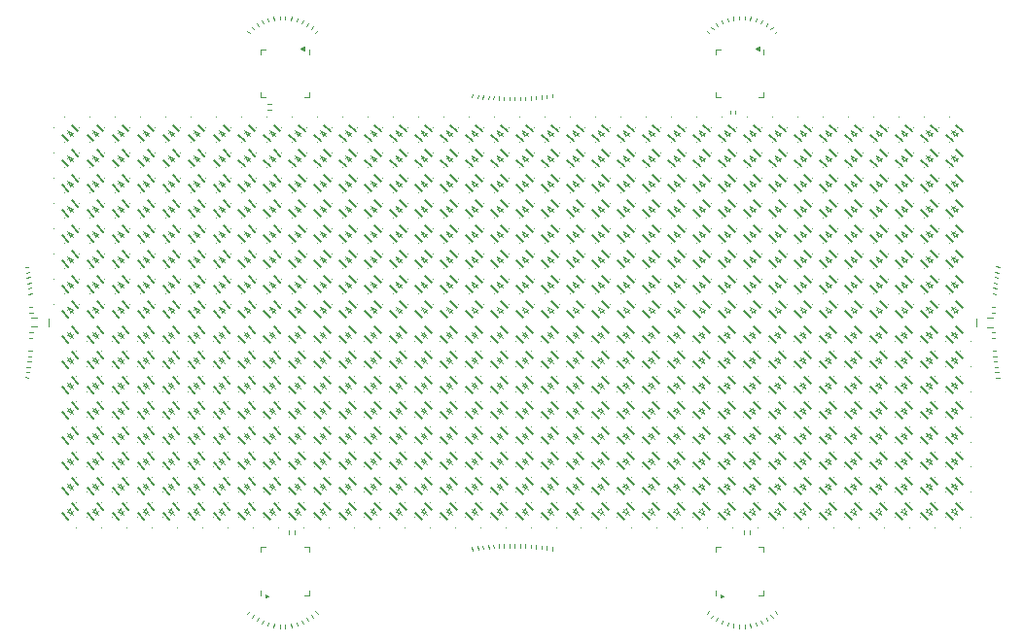
<source format=gto>
G04 #@! TF.GenerationSoftware,KiCad,Pcbnew,(6.0.2-0)*
G04 #@! TF.CreationDate,2022-12-29T00:03:25+01:00*
G04 #@! TF.ProjectId,nixie-panel,6e697869-652d-4706-916e-656c2e6b6963,rev?*
G04 #@! TF.SameCoordinates,Original*
G04 #@! TF.FileFunction,Legend,Top*
G04 #@! TF.FilePolarity,Positive*
%FSLAX46Y46*%
G04 Gerber Fmt 4.6, Leading zero omitted, Abs format (unit mm)*
G04 Created by KiCad (PCBNEW (6.0.2-0)) date 2022-12-29 00:03:25*
%MOMM*%
%LPD*%
G01*
G04 APERTURE LIST*
%ADD10C,0.120000*%
%ADD11C,0.150000*%
%ADD12C,0.030000*%
G04 APERTURE END LIST*
D10*
G04 #@! TO.C,D323*
X85793934Y-40893934D02*
X86165165Y-40982322D01*
X85652513Y-41035355D02*
X85935355Y-40752513D01*
X85652513Y-40752513D02*
X85793934Y-40893934D01*
X84485786Y-40505025D02*
X84485786Y-40505025D01*
X85405025Y-39585786D02*
X85405025Y-39585786D01*
X85882322Y-41265165D02*
X86165165Y-40982322D01*
X86147487Y-41247487D02*
X86023744Y-41123744D01*
X85793934Y-40893934D02*
X86165165Y-40982322D01*
D11*
X86041421Y-40292893D02*
X86607107Y-40858579D01*
X85192893Y-41141421D02*
X85758579Y-41707107D01*
D10*
X85793934Y-40893934D02*
X85882322Y-41265165D01*
G04 #@! TO.C,D206*
X54314214Y-50294975D02*
X54314214Y-50294975D01*
D11*
X53607107Y-49658579D02*
X53041421Y-49092893D01*
D10*
X53006066Y-49906066D02*
X52917678Y-49534835D01*
X53006066Y-49906066D02*
X52634835Y-49817678D01*
X53394975Y-51214214D02*
X53394975Y-51214214D01*
X53147487Y-49764645D02*
X52864645Y-50047487D01*
D11*
X52758579Y-50507107D02*
X52192893Y-49941421D01*
D10*
X53147487Y-50047487D02*
X53006066Y-49906066D01*
X52652513Y-49552513D02*
X52776256Y-49676256D01*
X53006066Y-49906066D02*
X52634835Y-49817678D01*
X52917678Y-49534835D02*
X52634835Y-49817678D01*
G04 #@! TO.C,D342*
X88347487Y-34647487D02*
X88223744Y-34523744D01*
X87852513Y-34435355D02*
X88135355Y-34152513D01*
X87993934Y-34293934D02*
X88365165Y-34382322D01*
X88082322Y-34665165D02*
X88365165Y-34382322D01*
X87993934Y-34293934D02*
X88365165Y-34382322D01*
X87852513Y-34152513D02*
X87993934Y-34293934D01*
D11*
X88241421Y-33692893D02*
X88807107Y-34258579D01*
D10*
X87993934Y-34293934D02*
X88082322Y-34665165D01*
D11*
X87392893Y-34541421D02*
X87958579Y-35107107D01*
D10*
X86685786Y-33905025D02*
X86685786Y-33905025D01*
X87605025Y-32985786D02*
X87605025Y-32985786D01*
G04 #@! TO.C,D37*
X46193934Y-36493934D02*
X46565165Y-36582322D01*
X45805025Y-35185786D02*
X45805025Y-35185786D01*
D11*
X45592893Y-36741421D02*
X46158579Y-37307107D01*
D10*
X46052513Y-36352513D02*
X46193934Y-36493934D01*
X46282322Y-36865165D02*
X46565165Y-36582322D01*
X44885786Y-36105025D02*
X44885786Y-36105025D01*
X46193934Y-36493934D02*
X46565165Y-36582322D01*
X46547487Y-36847487D02*
X46423744Y-36723744D01*
X46052513Y-36635355D02*
X46335355Y-36352513D01*
X46193934Y-36493934D02*
X46282322Y-36865165D01*
D11*
X46441421Y-35892893D02*
X47007107Y-36458579D01*
D10*
G04 #@! TO.C,D333*
X65605025Y-35185786D02*
X65605025Y-35185786D01*
X66347487Y-36847487D02*
X66223744Y-36723744D01*
X65852513Y-36352513D02*
X65993934Y-36493934D01*
X65993934Y-36493934D02*
X66365165Y-36582322D01*
X65993934Y-36493934D02*
X66365165Y-36582322D01*
X66082322Y-36865165D02*
X66365165Y-36582322D01*
X65852513Y-36635355D02*
X66135355Y-36352513D01*
X65993934Y-36493934D02*
X66082322Y-36865165D01*
X64685786Y-36105025D02*
X64685786Y-36105025D01*
D11*
X65392893Y-36741421D02*
X65958579Y-37307107D01*
X66241421Y-35892893D02*
X66807107Y-36458579D01*
D10*
G04 #@! TO.C,D316*
X63793934Y-38693934D02*
X63882322Y-39065165D01*
X63793934Y-38693934D02*
X64165165Y-38782322D01*
D11*
X64041421Y-38092893D02*
X64607107Y-38658579D01*
D10*
X63652513Y-38835355D02*
X63935355Y-38552513D01*
D11*
X63192893Y-38941421D02*
X63758579Y-39507107D01*
D10*
X63652513Y-38552513D02*
X63793934Y-38693934D01*
X62485786Y-38305025D02*
X62485786Y-38305025D01*
X63793934Y-38693934D02*
X64165165Y-38782322D01*
X63882322Y-39065165D02*
X64165165Y-38782322D01*
X64147487Y-39047487D02*
X64023744Y-38923744D01*
X63405025Y-37385786D02*
X63405025Y-37385786D01*
G04 #@! TO.C,D98*
X32852513Y-25352513D02*
X32993934Y-25493934D01*
X32993934Y-25493934D02*
X33365165Y-25582322D01*
X31685786Y-25105025D02*
X31685786Y-25105025D01*
X33082322Y-25865165D02*
X33365165Y-25582322D01*
D11*
X32392893Y-25741421D02*
X32958579Y-26307107D01*
X33241421Y-24892893D02*
X33807107Y-25458579D01*
D10*
X32993934Y-25493934D02*
X33082322Y-25865165D01*
X32852513Y-25635355D02*
X33135355Y-25352513D01*
X33347487Y-25847487D02*
X33223744Y-25723744D01*
X32605025Y-24185786D02*
X32605025Y-24185786D01*
X32993934Y-25493934D02*
X33365165Y-25582322D01*
G04 #@! TO.C,D450*
X100514214Y-59094975D02*
X100514214Y-59094975D01*
D11*
X99807107Y-58458579D02*
X99241421Y-57892893D01*
D10*
X99347487Y-58847487D02*
X99206066Y-58706066D01*
X99206066Y-58706066D02*
X98834835Y-58617678D01*
X99206066Y-58706066D02*
X99117678Y-58334835D01*
X99206066Y-58706066D02*
X98834835Y-58617678D01*
X99594975Y-60014214D02*
X99594975Y-60014214D01*
X99347487Y-58564645D02*
X99064645Y-58847487D01*
X98852513Y-58352513D02*
X98976256Y-58476256D01*
X99117678Y-58334835D02*
X98834835Y-58617678D01*
D11*
X98958579Y-59307107D02*
X98392893Y-58741421D01*
D10*
G04 #@! TO.C,R29*
X59482508Y-61761710D02*
X59466807Y-61462122D01*
X58983193Y-61787878D02*
X58967492Y-61488290D01*
G04 #@! TO.C,D96*
X32993934Y-29893934D02*
X33365165Y-29982322D01*
X32993934Y-29893934D02*
X33365165Y-29982322D01*
X32852513Y-29752513D02*
X32993934Y-29893934D01*
X31685786Y-29505025D02*
X31685786Y-29505025D01*
D11*
X32392893Y-30141421D02*
X32958579Y-30707107D01*
D10*
X33082322Y-30265165D02*
X33365165Y-29982322D01*
X32993934Y-29893934D02*
X33082322Y-30265165D01*
X32605025Y-28585786D02*
X32605025Y-28585786D01*
X33347487Y-30247487D02*
X33223744Y-30123744D01*
D11*
X33241421Y-29292893D02*
X33807107Y-29858579D01*
D10*
X32852513Y-30035355D02*
X33135355Y-29752513D01*
G04 #@! TO.C,R26*
X38111156Y-16569189D02*
X37910417Y-16346246D01*
X37739583Y-16903754D02*
X37538844Y-16680811D01*
G04 #@! TO.C,D436*
X79406066Y-45506066D02*
X79034835Y-45417678D01*
X79794975Y-46814214D02*
X79794975Y-46814214D01*
X79547487Y-45364645D02*
X79264645Y-45647487D01*
X79406066Y-45506066D02*
X79034835Y-45417678D01*
X79406066Y-45506066D02*
X79317678Y-45134835D01*
D11*
X79158579Y-46107107D02*
X78592893Y-45541421D01*
X80007107Y-45258579D02*
X79441421Y-44692893D01*
D10*
X80714214Y-45894975D02*
X80714214Y-45894975D01*
X79547487Y-45647487D02*
X79406066Y-45506066D01*
X79317678Y-45134835D02*
X79034835Y-45417678D01*
X79052513Y-45152513D02*
X79176256Y-45276256D01*
G04 #@! TO.C,D137*
X59747487Y-28047487D02*
X59623744Y-27923744D01*
X59005025Y-26385786D02*
X59005025Y-26385786D01*
X59252513Y-27552513D02*
X59393934Y-27693934D01*
X59393934Y-27693934D02*
X59765165Y-27782322D01*
X59393934Y-27693934D02*
X59482322Y-28065165D01*
X59482322Y-28065165D02*
X59765165Y-27782322D01*
X59252513Y-27835355D02*
X59535355Y-27552513D01*
D11*
X59641421Y-27092893D02*
X60207107Y-27658579D01*
X58792893Y-27941421D02*
X59358579Y-28507107D01*
D10*
X58085786Y-27305025D02*
X58085786Y-27305025D01*
X59393934Y-27693934D02*
X59765165Y-27782322D01*
G04 #@! TO.C,D43*
X26393934Y-40893934D02*
X26765165Y-40982322D01*
X26747487Y-41247487D02*
X26623744Y-41123744D01*
D11*
X26641421Y-40292893D02*
X27207107Y-40858579D01*
D10*
X26393934Y-40893934D02*
X26765165Y-40982322D01*
X26005025Y-39585786D02*
X26005025Y-39585786D01*
X26393934Y-40893934D02*
X26482322Y-41265165D01*
X26482322Y-41265165D02*
X26765165Y-40982322D01*
X26252513Y-40752513D02*
X26393934Y-40893934D01*
X26252513Y-41035355D02*
X26535355Y-40752513D01*
D11*
X25792893Y-41141421D02*
X26358579Y-41707107D01*
D10*
X25085786Y-40505025D02*
X25085786Y-40505025D01*
G04 #@! TO.C,U7*
X82510000Y-62115000D02*
X82510000Y-61690000D01*
X82510000Y-65910000D02*
X82085000Y-65910000D01*
X82510000Y-65485000D02*
X82510000Y-65910000D01*
X78290000Y-61690000D02*
X78715000Y-61690000D01*
X82510000Y-61690000D02*
X82085000Y-61690000D01*
X78290000Y-62115000D02*
X78290000Y-61690000D01*
X78290000Y-65485000D02*
X78290000Y-65910000D01*
D12*
X79010000Y-65970000D02*
X78710000Y-66120000D01*
X78710000Y-66120000D02*
X78710000Y-65820000D01*
X78710000Y-65820000D02*
X79010000Y-65970000D01*
G36*
X79010000Y-65970000D02*
G01*
X78710000Y-66120000D01*
X78710000Y-65820000D01*
X79010000Y-65970000D01*
G37*
X79010000Y-65970000D02*
X78710000Y-66120000D01*
X78710000Y-65820000D01*
X79010000Y-65970000D01*
D11*
G04 #@! TO.C,D423*
X99241421Y-31492893D02*
X99807107Y-32058579D01*
D10*
X98852513Y-31952513D02*
X98993934Y-32093934D01*
D11*
X98392893Y-32341421D02*
X98958579Y-32907107D01*
D10*
X98993934Y-32093934D02*
X99082322Y-32465165D01*
X98605025Y-30785786D02*
X98605025Y-30785786D01*
X98993934Y-32093934D02*
X99365165Y-32182322D01*
X97685786Y-31705025D02*
X97685786Y-31705025D01*
X99347487Y-32447487D02*
X99223744Y-32323744D01*
X99082322Y-32465165D02*
X99365165Y-32182322D01*
X98993934Y-32093934D02*
X99365165Y-32182322D01*
X98852513Y-32235355D02*
X99135355Y-31952513D01*
D11*
G04 #@! TO.C,D139*
X38992893Y-41141421D02*
X39558579Y-41707107D01*
D10*
X39593934Y-40893934D02*
X39965165Y-40982322D01*
D11*
X39841421Y-40292893D02*
X40407107Y-40858579D01*
D10*
X39947487Y-41247487D02*
X39823744Y-41123744D01*
X39205025Y-39585786D02*
X39205025Y-39585786D01*
X39452513Y-41035355D02*
X39735355Y-40752513D01*
X38285786Y-40505025D02*
X38285786Y-40505025D01*
X39593934Y-40893934D02*
X39682322Y-41265165D01*
X39682322Y-41265165D02*
X39965165Y-40982322D01*
X39593934Y-40893934D02*
X39965165Y-40982322D01*
X39452513Y-40752513D02*
X39593934Y-40893934D01*
D11*
G04 #@! TO.C,D191*
X55807107Y-51858579D02*
X55241421Y-51292893D01*
D10*
X55206066Y-52106066D02*
X54834835Y-52017678D01*
X56514214Y-52494975D02*
X56514214Y-52494975D01*
X55347487Y-51964645D02*
X55064645Y-52247487D01*
X55206066Y-52106066D02*
X54834835Y-52017678D01*
X55347487Y-52247487D02*
X55206066Y-52106066D01*
D11*
X54958579Y-52707107D02*
X54392893Y-52141421D01*
D10*
X55206066Y-52106066D02*
X55117678Y-51734835D01*
X55594975Y-53414214D02*
X55594975Y-53414214D01*
X55117678Y-51734835D02*
X54834835Y-52017678D01*
X54852513Y-51752513D02*
X54976256Y-51876256D01*
G04 #@! TO.C,D74*
X50205025Y-24185786D02*
X50205025Y-24185786D01*
D11*
X49992893Y-25741421D02*
X50558579Y-26307107D01*
D10*
X49285786Y-25105025D02*
X49285786Y-25105025D01*
X50593934Y-25493934D02*
X50682322Y-25865165D01*
X50593934Y-25493934D02*
X50965165Y-25582322D01*
X50452513Y-25352513D02*
X50593934Y-25493934D01*
X50682322Y-25865165D02*
X50965165Y-25582322D01*
X50947487Y-25847487D02*
X50823744Y-25723744D01*
X50452513Y-25635355D02*
X50735355Y-25352513D01*
X50593934Y-25493934D02*
X50965165Y-25582322D01*
D11*
X50841421Y-24892893D02*
X51407107Y-25458579D01*
G04 #@! TO.C,D351*
X67592893Y-32341421D02*
X68158579Y-32907107D01*
D10*
X67805025Y-30785786D02*
X67805025Y-30785786D01*
X68052513Y-31952513D02*
X68193934Y-32093934D01*
X68282322Y-32465165D02*
X68565165Y-32182322D01*
D11*
X68441421Y-31492893D02*
X69007107Y-32058579D01*
D10*
X66885786Y-31705025D02*
X66885786Y-31705025D01*
X68193934Y-32093934D02*
X68282322Y-32465165D01*
X68052513Y-32235355D02*
X68335355Y-31952513D01*
X68193934Y-32093934D02*
X68565165Y-32182322D01*
X68193934Y-32093934D02*
X68565165Y-32182322D01*
X68547487Y-32447487D02*
X68423744Y-32323744D01*
G04 #@! TO.C,D189*
X54852513Y-47352513D02*
X54976256Y-47476256D01*
X55206066Y-47706066D02*
X55117678Y-47334835D01*
D11*
X54958579Y-48307107D02*
X54392893Y-47741421D01*
D10*
X56514214Y-48094975D02*
X56514214Y-48094975D01*
X55206066Y-47706066D02*
X54834835Y-47617678D01*
X55347487Y-47564645D02*
X55064645Y-47847487D01*
X55206066Y-47706066D02*
X54834835Y-47617678D01*
X55347487Y-47847487D02*
X55206066Y-47706066D01*
X55117678Y-47334835D02*
X54834835Y-47617678D01*
D11*
X55807107Y-47458579D02*
X55241421Y-46892893D01*
D10*
X55594975Y-49014214D02*
X55594975Y-49014214D01*
G04 #@! TO.C,D163*
X37517678Y-42934835D02*
X37234835Y-43217678D01*
X37994975Y-44614214D02*
X37994975Y-44614214D01*
X37252513Y-42952513D02*
X37376256Y-43076256D01*
D11*
X38207107Y-43058579D02*
X37641421Y-42492893D01*
D10*
X37747487Y-43447487D02*
X37606066Y-43306066D01*
D11*
X37358579Y-43907107D02*
X36792893Y-43341421D01*
D10*
X37606066Y-43306066D02*
X37234835Y-43217678D01*
X37747487Y-43164645D02*
X37464645Y-43447487D01*
X38914214Y-43694975D02*
X38914214Y-43694975D01*
X37606066Y-43306066D02*
X37517678Y-42934835D01*
X37606066Y-43306066D02*
X37234835Y-43217678D01*
G04 #@! TO.C,D512*
X90406066Y-54306066D02*
X90034835Y-54217678D01*
X90794975Y-55614214D02*
X90794975Y-55614214D01*
X91714214Y-54694975D02*
X91714214Y-54694975D01*
X90052513Y-53952513D02*
X90176256Y-54076256D01*
D11*
X91007107Y-54058579D02*
X90441421Y-53492893D01*
D10*
X90406066Y-54306066D02*
X90034835Y-54217678D01*
X90406066Y-54306066D02*
X90317678Y-53934835D01*
D11*
X90158579Y-54907107D02*
X89592893Y-54341421D01*
D10*
X90317678Y-53934835D02*
X90034835Y-54217678D01*
X90547487Y-54164645D02*
X90264645Y-54447487D01*
X90547487Y-54447487D02*
X90406066Y-54306066D01*
D11*
G04 #@! TO.C,D519*
X69007107Y-51858579D02*
X68441421Y-51292893D01*
D10*
X69714214Y-52494975D02*
X69714214Y-52494975D01*
X68406066Y-52106066D02*
X68317678Y-51734835D01*
D11*
X68158579Y-52707107D02*
X67592893Y-52141421D01*
D10*
X68794975Y-53414214D02*
X68794975Y-53414214D01*
X68406066Y-52106066D02*
X68034835Y-52017678D01*
X68547487Y-51964645D02*
X68264645Y-52247487D01*
X68052513Y-51752513D02*
X68176256Y-51876256D01*
X68547487Y-52247487D02*
X68406066Y-52106066D01*
X68406066Y-52106066D02*
X68034835Y-52017678D01*
X68317678Y-51734835D02*
X68034835Y-52017678D01*
G04 #@! TO.C,R37*
X81878862Y-15614936D02*
X81806286Y-15906025D01*
X81393714Y-15493975D02*
X81321138Y-15785064D01*
G04 #@! TO.C,D366*
X70393934Y-34293934D02*
X70482322Y-34665165D01*
X70252513Y-34152513D02*
X70393934Y-34293934D01*
D11*
X69792893Y-34541421D02*
X70358579Y-35107107D01*
X70641421Y-33692893D02*
X71207107Y-34258579D01*
D10*
X70482322Y-34665165D02*
X70765165Y-34382322D01*
X70747487Y-34647487D02*
X70623744Y-34523744D01*
X70005025Y-32985786D02*
X70005025Y-32985786D01*
X70393934Y-34293934D02*
X70765165Y-34382322D01*
X70393934Y-34293934D02*
X70765165Y-34382322D01*
X69085786Y-33905025D02*
X69085786Y-33905025D01*
X70252513Y-34435355D02*
X70535355Y-34152513D01*
G04 #@! TO.C,D518*
X68406066Y-49906066D02*
X68034835Y-49817678D01*
X68052513Y-49552513D02*
X68176256Y-49676256D01*
X68317678Y-49534835D02*
X68034835Y-49817678D01*
X68406066Y-49906066D02*
X68034835Y-49817678D01*
X68547487Y-49764645D02*
X68264645Y-50047487D01*
X68406066Y-49906066D02*
X68317678Y-49534835D01*
D11*
X68158579Y-50507107D02*
X67592893Y-49941421D01*
X69007107Y-49658579D02*
X68441421Y-49092893D01*
D10*
X69714214Y-50294975D02*
X69714214Y-50294975D01*
X68547487Y-50047487D02*
X68406066Y-49906066D01*
X68794975Y-51214214D02*
X68794975Y-51214214D01*
G04 #@! TO.C,D467*
X74652513Y-42952513D02*
X74776256Y-43076256D01*
X75006066Y-43306066D02*
X74634835Y-43217678D01*
X75006066Y-43306066D02*
X74634835Y-43217678D01*
D11*
X74758579Y-43907107D02*
X74192893Y-43341421D01*
X75607107Y-43058579D02*
X75041421Y-42492893D01*
D10*
X74917678Y-42934835D02*
X74634835Y-43217678D01*
X75147487Y-43447487D02*
X75006066Y-43306066D01*
X75394975Y-44614214D02*
X75394975Y-44614214D01*
X75006066Y-43306066D02*
X74917678Y-42934835D01*
X75147487Y-43164645D02*
X74864645Y-43447487D01*
X76314214Y-43694975D02*
X76314214Y-43694975D01*
G04 #@! TO.C,D420*
X98993934Y-38693934D02*
X99082322Y-39065165D01*
D11*
X99241421Y-38092893D02*
X99807107Y-38658579D01*
D10*
X98852513Y-38835355D02*
X99135355Y-38552513D01*
X98993934Y-38693934D02*
X99365165Y-38782322D01*
X98605025Y-37385786D02*
X98605025Y-37385786D01*
X98993934Y-38693934D02*
X99365165Y-38782322D01*
D11*
X98392893Y-38941421D02*
X98958579Y-39507107D01*
D10*
X99082322Y-39065165D02*
X99365165Y-38782322D01*
X99347487Y-39047487D02*
X99223744Y-38923744D01*
X98852513Y-38552513D02*
X98993934Y-38693934D01*
X97685786Y-38305025D02*
X97685786Y-38305025D01*
G04 #@! TO.C,D447*
X99347487Y-51964645D02*
X99064645Y-52247487D01*
X98852513Y-51752513D02*
X98976256Y-51876256D01*
X99117678Y-51734835D02*
X98834835Y-52017678D01*
X100514214Y-52494975D02*
X100514214Y-52494975D01*
D11*
X98958579Y-52707107D02*
X98392893Y-52141421D01*
D10*
X99594975Y-53414214D02*
X99594975Y-53414214D01*
X99206066Y-52106066D02*
X99117678Y-51734835D01*
X99206066Y-52106066D02*
X98834835Y-52017678D01*
D11*
X99807107Y-51858579D02*
X99241421Y-51292893D01*
D10*
X99347487Y-52247487D02*
X99206066Y-52106066D01*
X99206066Y-52106066D02*
X98834835Y-52017678D01*
D11*
G04 #@! TO.C,D410*
X97041421Y-24892893D02*
X97607107Y-25458579D01*
D10*
X95485786Y-25105025D02*
X95485786Y-25105025D01*
X96652513Y-25635355D02*
X96935355Y-25352513D01*
X96793934Y-25493934D02*
X96882322Y-25865165D01*
X96793934Y-25493934D02*
X97165165Y-25582322D01*
X97147487Y-25847487D02*
X97023744Y-25723744D01*
X96793934Y-25493934D02*
X97165165Y-25582322D01*
X96882322Y-25865165D02*
X97165165Y-25582322D01*
D11*
X96192893Y-25741421D02*
X96758579Y-26307107D01*
D10*
X96652513Y-25352513D02*
X96793934Y-25493934D01*
X96405025Y-24185786D02*
X96405025Y-24185786D01*
G04 #@! TO.C,D412*
X76993934Y-38693934D02*
X77082322Y-39065165D01*
X76852513Y-38552513D02*
X76993934Y-38693934D01*
X76852513Y-38835355D02*
X77135355Y-38552513D01*
X77347487Y-39047487D02*
X77223744Y-38923744D01*
D11*
X76392893Y-38941421D02*
X76958579Y-39507107D01*
D10*
X75685786Y-38305025D02*
X75685786Y-38305025D01*
D11*
X77241421Y-38092893D02*
X77807107Y-38658579D01*
D10*
X76993934Y-38693934D02*
X77365165Y-38782322D01*
X77082322Y-39065165D02*
X77365165Y-38782322D01*
X76993934Y-38693934D02*
X77365165Y-38782322D01*
X76605025Y-37385786D02*
X76605025Y-37385786D01*
G04 #@! TO.C,C1*
X18775310Y-39607951D02*
X18476954Y-39639310D01*
X18723046Y-39110690D02*
X18424690Y-39142049D01*
G04 #@! TO.C,D71*
X50593934Y-32093934D02*
X50965165Y-32182322D01*
X50205025Y-30785786D02*
X50205025Y-30785786D01*
X50452513Y-32235355D02*
X50735355Y-31952513D01*
X50452513Y-31952513D02*
X50593934Y-32093934D01*
X50593934Y-32093934D02*
X50965165Y-32182322D01*
X50682322Y-32465165D02*
X50965165Y-32182322D01*
D11*
X49992893Y-32341421D02*
X50558579Y-32907107D01*
D10*
X50947487Y-32447487D02*
X50823744Y-32323744D01*
X49285786Y-31705025D02*
X49285786Y-31705025D01*
X50593934Y-32093934D02*
X50682322Y-32465165D01*
D11*
X50841421Y-31492893D02*
X51407107Y-32058579D01*
D10*
G04 #@! TO.C,D67*
X49285786Y-40505025D02*
X49285786Y-40505025D01*
X50682322Y-41265165D02*
X50965165Y-40982322D01*
X50593934Y-40893934D02*
X50965165Y-40982322D01*
X50593934Y-40893934D02*
X50965165Y-40982322D01*
X50452513Y-40752513D02*
X50593934Y-40893934D01*
X50452513Y-41035355D02*
X50735355Y-40752513D01*
X50947487Y-41247487D02*
X50823744Y-41123744D01*
D11*
X49992893Y-41141421D02*
X50558579Y-41707107D01*
D10*
X50593934Y-40893934D02*
X50682322Y-41265165D01*
D11*
X50841421Y-40292893D02*
X51407107Y-40858579D01*
D10*
X50205025Y-39585786D02*
X50205025Y-39585786D01*
G04 #@! TO.C,D26*
X43993934Y-25493934D02*
X44082322Y-25865165D01*
X44082322Y-25865165D02*
X44365165Y-25582322D01*
D11*
X43392893Y-25741421D02*
X43958579Y-26307107D01*
D10*
X43993934Y-25493934D02*
X44365165Y-25582322D01*
X43852513Y-25635355D02*
X44135355Y-25352513D01*
X43605025Y-24185786D02*
X43605025Y-24185786D01*
X42685786Y-25105025D02*
X42685786Y-25105025D01*
X43852513Y-25352513D02*
X43993934Y-25493934D01*
X44347487Y-25847487D02*
X44223744Y-25723744D01*
D11*
X44241421Y-24892893D02*
X44807107Y-25458579D01*
D10*
X43993934Y-25493934D02*
X44365165Y-25582322D01*
G04 #@! TO.C,D462*
X97006066Y-49906066D02*
X96634835Y-49817678D01*
X97147487Y-49764645D02*
X96864645Y-50047487D01*
X97006066Y-49906066D02*
X96917678Y-49534835D01*
X97147487Y-50047487D02*
X97006066Y-49906066D01*
D11*
X97607107Y-49658579D02*
X97041421Y-49092893D01*
D10*
X98314214Y-50294975D02*
X98314214Y-50294975D01*
X97006066Y-49906066D02*
X96634835Y-49817678D01*
D11*
X96758579Y-50507107D02*
X96192893Y-49941421D01*
D10*
X96917678Y-49534835D02*
X96634835Y-49817678D01*
X97394975Y-51214214D02*
X97394975Y-51214214D01*
X96652513Y-49552513D02*
X96776256Y-49676256D01*
G04 #@! TO.C,D457*
X76852513Y-56152513D02*
X76976256Y-56276256D01*
X77117678Y-56134835D02*
X76834835Y-56417678D01*
X77206066Y-56506066D02*
X76834835Y-56417678D01*
D11*
X77807107Y-56258579D02*
X77241421Y-55692893D01*
D10*
X77347487Y-56364645D02*
X77064645Y-56647487D01*
D11*
X76958579Y-57107107D02*
X76392893Y-56541421D01*
D10*
X77206066Y-56506066D02*
X77117678Y-56134835D01*
X77594975Y-57814214D02*
X77594975Y-57814214D01*
X77347487Y-56647487D02*
X77206066Y-56506066D01*
X77206066Y-56506066D02*
X76834835Y-56417678D01*
X78514214Y-56894975D02*
X78514214Y-56894975D01*
G04 #@! TO.C,D559*
X85114214Y-52494975D02*
X85114214Y-52494975D01*
X83806066Y-52106066D02*
X83434835Y-52017678D01*
X83947487Y-52247487D02*
X83806066Y-52106066D01*
X83947487Y-51964645D02*
X83664645Y-52247487D01*
X83806066Y-52106066D02*
X83434835Y-52017678D01*
X83717678Y-51734835D02*
X83434835Y-52017678D01*
X83806066Y-52106066D02*
X83717678Y-51734835D01*
D11*
X83558579Y-52707107D02*
X82992893Y-52141421D01*
X84407107Y-51858579D02*
X83841421Y-51292893D01*
D10*
X83452513Y-51752513D02*
X83576256Y-51876256D01*
X84194975Y-53414214D02*
X84194975Y-53414214D01*
G04 #@! TO.C,D482*
X94717678Y-58334835D02*
X94434835Y-58617678D01*
D11*
X94558579Y-59307107D02*
X93992893Y-58741421D01*
D10*
X94806066Y-58706066D02*
X94717678Y-58334835D01*
X96114214Y-59094975D02*
X96114214Y-59094975D01*
X94806066Y-58706066D02*
X94434835Y-58617678D01*
X94806066Y-58706066D02*
X94434835Y-58617678D01*
X94947487Y-58847487D02*
X94806066Y-58706066D01*
D11*
X95407107Y-58458579D02*
X94841421Y-57892893D01*
D10*
X94452513Y-58352513D02*
X94576256Y-58476256D01*
X95194975Y-60014214D02*
X95194975Y-60014214D01*
X94947487Y-58564645D02*
X94664645Y-58847487D01*
G04 #@! TO.C,D241*
X48606066Y-56506066D02*
X48234835Y-56417678D01*
X48747487Y-56364645D02*
X48464645Y-56647487D01*
X48747487Y-56647487D02*
X48606066Y-56506066D01*
D11*
X49207107Y-56258579D02*
X48641421Y-55692893D01*
D10*
X48252513Y-56152513D02*
X48376256Y-56276256D01*
X48517678Y-56134835D02*
X48234835Y-56417678D01*
D11*
X48358579Y-57107107D02*
X47792893Y-56541421D01*
D10*
X49914214Y-56894975D02*
X49914214Y-56894975D01*
X48606066Y-56506066D02*
X48234835Y-56417678D01*
X48606066Y-56506066D02*
X48517678Y-56134835D01*
X48994975Y-57814214D02*
X48994975Y-57814214D01*
G04 #@! TO.C,D198*
X33117678Y-49534835D02*
X32834835Y-49817678D01*
X34514214Y-50294975D02*
X34514214Y-50294975D01*
X33206066Y-49906066D02*
X32834835Y-49817678D01*
D11*
X32958579Y-50507107D02*
X32392893Y-49941421D01*
D10*
X33206066Y-49906066D02*
X33117678Y-49534835D01*
X32852513Y-49552513D02*
X32976256Y-49676256D01*
X33206066Y-49906066D02*
X32834835Y-49817678D01*
X33594975Y-51214214D02*
X33594975Y-51214214D01*
X33347487Y-49764645D02*
X33064645Y-50047487D01*
D11*
X33807107Y-49658579D02*
X33241421Y-49092893D01*
D10*
X33347487Y-50047487D02*
X33206066Y-49906066D01*
G04 #@! TO.C,D99*
X54605025Y-39585786D02*
X54605025Y-39585786D01*
X54852513Y-40752513D02*
X54993934Y-40893934D01*
X54993934Y-40893934D02*
X55082322Y-41265165D01*
X54852513Y-41035355D02*
X55135355Y-40752513D01*
X53685786Y-40505025D02*
X53685786Y-40505025D01*
D11*
X55241421Y-40292893D02*
X55807107Y-40858579D01*
X54392893Y-41141421D02*
X54958579Y-41707107D01*
D10*
X55347487Y-41247487D02*
X55223744Y-41123744D01*
X54993934Y-40893934D02*
X55365165Y-40982322D01*
X54993934Y-40893934D02*
X55365165Y-40982322D01*
X55082322Y-41265165D02*
X55365165Y-40982322D01*
G04 #@! TO.C,D491*
X92517678Y-42934835D02*
X92234835Y-43217678D01*
X92252513Y-42952513D02*
X92376256Y-43076256D01*
X92606066Y-43306066D02*
X92234835Y-43217678D01*
D11*
X93207107Y-43058579D02*
X92641421Y-42492893D01*
D10*
X93914214Y-43694975D02*
X93914214Y-43694975D01*
D11*
X92358579Y-43907107D02*
X91792893Y-43341421D01*
D10*
X92747487Y-43164645D02*
X92464645Y-43447487D01*
X92606066Y-43306066D02*
X92234835Y-43217678D01*
X92994975Y-44614214D02*
X92994975Y-44614214D01*
X92606066Y-43306066D02*
X92517678Y-42934835D01*
X92747487Y-43447487D02*
X92606066Y-43306066D01*
G04 #@! TO.C,D444*
X99206066Y-45506066D02*
X99117678Y-45134835D01*
X100514214Y-45894975D02*
X100514214Y-45894975D01*
X99347487Y-45364645D02*
X99064645Y-45647487D01*
D11*
X98958579Y-46107107D02*
X98392893Y-45541421D01*
D10*
X98852513Y-45152513D02*
X98976256Y-45276256D01*
X99347487Y-45647487D02*
X99206066Y-45506066D01*
D11*
X99807107Y-45258579D02*
X99241421Y-44692893D01*
D10*
X99206066Y-45506066D02*
X98834835Y-45417678D01*
X99594975Y-46814214D02*
X99594975Y-46814214D01*
X99206066Y-45506066D02*
X98834835Y-45417678D01*
X99117678Y-45134835D02*
X98834835Y-45417678D01*
G04 #@! TO.C,R22*
X57641417Y-22281585D02*
X57604856Y-22579349D01*
X57145144Y-22220651D02*
X57108583Y-22518415D01*
G04 #@! TO.C,D302*
X61947487Y-34647487D02*
X61823744Y-34523744D01*
D11*
X61841421Y-33692893D02*
X62407107Y-34258579D01*
D10*
X61452513Y-34152513D02*
X61593934Y-34293934D01*
X61593934Y-34293934D02*
X61965165Y-34382322D01*
X61205025Y-32985786D02*
X61205025Y-32985786D01*
X61682322Y-34665165D02*
X61965165Y-34382322D01*
D11*
X60992893Y-34541421D02*
X61558579Y-35107107D01*
D10*
X61452513Y-34435355D02*
X61735355Y-34152513D01*
X61593934Y-34293934D02*
X61682322Y-34665165D01*
X61593934Y-34293934D02*
X61965165Y-34382322D01*
X60285786Y-33905025D02*
X60285786Y-33905025D01*
D11*
G04 #@! TO.C,D150*
X40407107Y-49658579D02*
X39841421Y-49092893D01*
X39558579Y-50507107D02*
X38992893Y-49941421D01*
D10*
X39947487Y-49764645D02*
X39664645Y-50047487D01*
X39806066Y-49906066D02*
X39717678Y-49534835D01*
X39806066Y-49906066D02*
X39434835Y-49817678D01*
X39947487Y-50047487D02*
X39806066Y-49906066D01*
X39806066Y-49906066D02*
X39434835Y-49817678D01*
X39452513Y-49552513D02*
X39576256Y-49676256D01*
X41114214Y-50294975D02*
X41114214Y-50294975D01*
X39717678Y-49534835D02*
X39434835Y-49817678D01*
X40194975Y-51214214D02*
X40194975Y-51214214D01*
G04 #@! TO.C,D48*
X26482322Y-30265165D02*
X26765165Y-29982322D01*
X26393934Y-29893934D02*
X26482322Y-30265165D01*
X26005025Y-28585786D02*
X26005025Y-28585786D01*
X25085786Y-29505025D02*
X25085786Y-29505025D01*
X26747487Y-30247487D02*
X26623744Y-30123744D01*
X26252513Y-30035355D02*
X26535355Y-29752513D01*
X26393934Y-29893934D02*
X26765165Y-29982322D01*
X26393934Y-29893934D02*
X26765165Y-29982322D01*
X26252513Y-29752513D02*
X26393934Y-29893934D01*
D11*
X25792893Y-30141421D02*
X26358579Y-30707107D01*
X26641421Y-29292893D02*
X27207107Y-29858579D01*
D10*
G04 #@! TO.C,D245*
X26994975Y-49014214D02*
X26994975Y-49014214D01*
X26606066Y-47706066D02*
X26234835Y-47617678D01*
X26747487Y-47564645D02*
X26464645Y-47847487D01*
D11*
X27207107Y-47458579D02*
X26641421Y-46892893D01*
D10*
X26606066Y-47706066D02*
X26234835Y-47617678D01*
D11*
X26358579Y-48307107D02*
X25792893Y-47741421D01*
D10*
X26517678Y-47334835D02*
X26234835Y-47617678D01*
X26252513Y-47352513D02*
X26376256Y-47476256D01*
X26747487Y-47847487D02*
X26606066Y-47706066D01*
X27914214Y-48094975D02*
X27914214Y-48094975D01*
X26606066Y-47706066D02*
X26517678Y-47334835D01*
G04 #@! TO.C,D414*
X75685786Y-33905025D02*
X75685786Y-33905025D01*
X77347487Y-34647487D02*
X77223744Y-34523744D01*
X76993934Y-34293934D02*
X77365165Y-34382322D01*
X76852513Y-34435355D02*
X77135355Y-34152513D01*
X76993934Y-34293934D02*
X77082322Y-34665165D01*
X76605025Y-32985786D02*
X76605025Y-32985786D01*
X76993934Y-34293934D02*
X77365165Y-34382322D01*
D11*
X76392893Y-34541421D02*
X76958579Y-35107107D01*
D10*
X76852513Y-34152513D02*
X76993934Y-34293934D01*
D11*
X77241421Y-33692893D02*
X77807107Y-34258579D01*
D10*
X77082322Y-34665165D02*
X77365165Y-34382322D01*
D11*
G04 #@! TO.C,D82*
X31041421Y-24892893D02*
X31607107Y-25458579D01*
D10*
X29485786Y-25105025D02*
X29485786Y-25105025D01*
X30793934Y-25493934D02*
X31165165Y-25582322D01*
X30652513Y-25635355D02*
X30935355Y-25352513D01*
X30793934Y-25493934D02*
X31165165Y-25582322D01*
X30405025Y-24185786D02*
X30405025Y-24185786D01*
X31147487Y-25847487D02*
X31023744Y-25723744D01*
X30793934Y-25493934D02*
X30882322Y-25865165D01*
X30882322Y-25865165D02*
X31165165Y-25582322D01*
D11*
X30192893Y-25741421D02*
X30758579Y-26307107D01*
D10*
X30652513Y-25352513D02*
X30793934Y-25493934D01*
G04 #@! TO.C,D556*
X85114214Y-45894975D02*
X85114214Y-45894975D01*
X84194975Y-46814214D02*
X84194975Y-46814214D01*
X83806066Y-45506066D02*
X83434835Y-45417678D01*
X83806066Y-45506066D02*
X83434835Y-45417678D01*
X83947487Y-45364645D02*
X83664645Y-45647487D01*
X83452513Y-45152513D02*
X83576256Y-45276256D01*
X83717678Y-45134835D02*
X83434835Y-45417678D01*
D11*
X83558579Y-46107107D02*
X82992893Y-45541421D01*
X84407107Y-45258579D02*
X83841421Y-44692893D01*
D10*
X83806066Y-45506066D02*
X83717678Y-45134835D01*
X83947487Y-45647487D02*
X83806066Y-45506066D01*
G04 #@! TO.C,D226*
X51194975Y-60014214D02*
X51194975Y-60014214D01*
X50806066Y-58706066D02*
X50434835Y-58617678D01*
X50452513Y-58352513D02*
X50576256Y-58476256D01*
D11*
X51407107Y-58458579D02*
X50841421Y-57892893D01*
D10*
X50806066Y-58706066D02*
X50434835Y-58617678D01*
X50947487Y-58847487D02*
X50806066Y-58706066D01*
X50947487Y-58564645D02*
X50664645Y-58847487D01*
X52114214Y-59094975D02*
X52114214Y-59094975D01*
X50806066Y-58706066D02*
X50717678Y-58334835D01*
X50717678Y-58334835D02*
X50434835Y-58617678D01*
D11*
X50558579Y-59307107D02*
X49992893Y-58741421D01*
D10*
G04 #@! TO.C,D488*
X72947487Y-54164645D02*
X72664645Y-54447487D01*
D11*
X73407107Y-54058579D02*
X72841421Y-53492893D01*
D10*
X74114214Y-54694975D02*
X74114214Y-54694975D01*
X72806066Y-54306066D02*
X72434835Y-54217678D01*
X72717678Y-53934835D02*
X72434835Y-54217678D01*
X72452513Y-53952513D02*
X72576256Y-54076256D01*
X73194975Y-55614214D02*
X73194975Y-55614214D01*
X72806066Y-54306066D02*
X72717678Y-53934835D01*
X72947487Y-54447487D02*
X72806066Y-54306066D01*
D11*
X72558579Y-54907107D02*
X71992893Y-54341421D01*
D10*
X72806066Y-54306066D02*
X72434835Y-54217678D01*
G04 #@! TO.C,D125*
X36085786Y-36105025D02*
X36085786Y-36105025D01*
D11*
X36792893Y-36741421D02*
X37358579Y-37307107D01*
D10*
X37747487Y-36847487D02*
X37623744Y-36723744D01*
X37393934Y-36493934D02*
X37482322Y-36865165D01*
X37005025Y-35185786D02*
X37005025Y-35185786D01*
X37393934Y-36493934D02*
X37765165Y-36582322D01*
X37482322Y-36865165D02*
X37765165Y-36582322D01*
D11*
X37641421Y-35892893D02*
X38207107Y-36458579D01*
D10*
X37393934Y-36493934D02*
X37765165Y-36582322D01*
X37252513Y-36635355D02*
X37535355Y-36352513D01*
X37252513Y-36352513D02*
X37393934Y-36493934D01*
G04 #@! TO.C,D242*
X48747487Y-58847487D02*
X48606066Y-58706066D01*
X48994975Y-60014214D02*
X48994975Y-60014214D01*
X48606066Y-58706066D02*
X48234835Y-58617678D01*
X48606066Y-58706066D02*
X48517678Y-58334835D01*
D11*
X48358579Y-59307107D02*
X47792893Y-58741421D01*
D10*
X48252513Y-58352513D02*
X48376256Y-58476256D01*
X48517678Y-58334835D02*
X48234835Y-58617678D01*
X49914214Y-59094975D02*
X49914214Y-59094975D01*
D11*
X49207107Y-58458579D02*
X48641421Y-57892893D01*
D10*
X48747487Y-58564645D02*
X48464645Y-58847487D01*
X48606066Y-58706066D02*
X48234835Y-58617678D01*
G04 #@! TO.C,D378*
X92005025Y-24185786D02*
X92005025Y-24185786D01*
X92747487Y-25847487D02*
X92623744Y-25723744D01*
X92393934Y-25493934D02*
X92765165Y-25582322D01*
X92252513Y-25352513D02*
X92393934Y-25493934D01*
X92393934Y-25493934D02*
X92765165Y-25582322D01*
X91085786Y-25105025D02*
X91085786Y-25105025D01*
D11*
X91792893Y-25741421D02*
X92358579Y-26307107D01*
D10*
X92393934Y-25493934D02*
X92482322Y-25865165D01*
D11*
X92641421Y-24892893D02*
X93207107Y-25458579D01*
D10*
X92252513Y-25635355D02*
X92535355Y-25352513D01*
X92482322Y-25865165D02*
X92765165Y-25582322D01*
G04 #@! TO.C,D153*
X39806066Y-56506066D02*
X39434835Y-56417678D01*
X40194975Y-57814214D02*
X40194975Y-57814214D01*
X39806066Y-56506066D02*
X39434835Y-56417678D01*
X39947487Y-56647487D02*
X39806066Y-56506066D01*
X39806066Y-56506066D02*
X39717678Y-56134835D01*
X39947487Y-56364645D02*
X39664645Y-56647487D01*
X41114214Y-56894975D02*
X41114214Y-56894975D01*
D11*
X40407107Y-56258579D02*
X39841421Y-55692893D01*
D10*
X39452513Y-56152513D02*
X39576256Y-56276256D01*
X39717678Y-56134835D02*
X39434835Y-56417678D01*
D11*
X39558579Y-57107107D02*
X38992893Y-56541421D01*
D10*
G04 #@! TO.C,D194*
X55117678Y-58334835D02*
X54834835Y-58617678D01*
X54852513Y-58352513D02*
X54976256Y-58476256D01*
X55206066Y-58706066D02*
X54834835Y-58617678D01*
X55594975Y-60014214D02*
X55594975Y-60014214D01*
X55347487Y-58564645D02*
X55064645Y-58847487D01*
D11*
X55807107Y-58458579D02*
X55241421Y-57892893D01*
D10*
X55206066Y-58706066D02*
X55117678Y-58334835D01*
X55206066Y-58706066D02*
X54834835Y-58617678D01*
X56514214Y-59094975D02*
X56514214Y-59094975D01*
D11*
X54958579Y-59307107D02*
X54392893Y-58741421D01*
D10*
X55347487Y-58847487D02*
X55206066Y-58706066D01*
G04 #@! TO.C,R31*
X57145144Y-61979349D02*
X57108583Y-61681585D01*
X57641417Y-61918415D02*
X57604856Y-61620651D01*
G04 #@! TO.C,C41*
X80750000Y-60550000D02*
X80750000Y-60250000D01*
X81250000Y-60550000D02*
X81250000Y-60250000D01*
G04 #@! TO.C,D174*
X57547487Y-49764645D02*
X57264645Y-50047487D01*
X57406066Y-49906066D02*
X57317678Y-49534835D01*
D11*
X57158579Y-50507107D02*
X56592893Y-49941421D01*
D10*
X58714214Y-50294975D02*
X58714214Y-50294975D01*
X57317678Y-49534835D02*
X57034835Y-49817678D01*
D11*
X58007107Y-49658579D02*
X57441421Y-49092893D01*
D10*
X57406066Y-49906066D02*
X57034835Y-49817678D01*
X57052513Y-49552513D02*
X57176256Y-49676256D01*
X57547487Y-50047487D02*
X57406066Y-49906066D01*
X57406066Y-49906066D02*
X57034835Y-49817678D01*
X57794975Y-51214214D02*
X57794975Y-51214214D01*
G04 #@! TO.C,R55*
X82700316Y-67875190D02*
X82841158Y-68140074D01*
X82258842Y-68109926D02*
X82399684Y-68374810D01*
G04 #@! TO.C,D95*
X32993934Y-32093934D02*
X33082322Y-32465165D01*
X33082322Y-32465165D02*
X33365165Y-32182322D01*
D11*
X32392893Y-32341421D02*
X32958579Y-32907107D01*
D10*
X32605025Y-30785786D02*
X32605025Y-30785786D01*
D11*
X33241421Y-31492893D02*
X33807107Y-32058579D01*
D10*
X32993934Y-32093934D02*
X33365165Y-32182322D01*
X32993934Y-32093934D02*
X33365165Y-32182322D01*
X32852513Y-31952513D02*
X32993934Y-32093934D01*
X31685786Y-31705025D02*
X31685786Y-31705025D01*
X32852513Y-32235355D02*
X33135355Y-31952513D01*
X33347487Y-32447487D02*
X33223744Y-32323744D01*
G04 #@! TO.C,D427*
X79193934Y-40893934D02*
X79565165Y-40982322D01*
D11*
X79441421Y-40292893D02*
X80007107Y-40858579D01*
D10*
X79547487Y-41247487D02*
X79423744Y-41123744D01*
X79052513Y-40752513D02*
X79193934Y-40893934D01*
X79052513Y-41035355D02*
X79335355Y-40752513D01*
X79193934Y-40893934D02*
X79282322Y-41265165D01*
X78805025Y-39585786D02*
X78805025Y-39585786D01*
D11*
X78592893Y-41141421D02*
X79158579Y-41707107D01*
D10*
X79193934Y-40893934D02*
X79565165Y-40982322D01*
X77885786Y-40505025D02*
X77885786Y-40505025D01*
X79282322Y-41265165D02*
X79565165Y-40982322D01*
G04 #@! TO.C,D529*
X88206066Y-56506066D02*
X87834835Y-56417678D01*
X88347487Y-56364645D02*
X88064645Y-56647487D01*
X88347487Y-56647487D02*
X88206066Y-56506066D01*
X87852513Y-56152513D02*
X87976256Y-56276256D01*
X88117678Y-56134835D02*
X87834835Y-56417678D01*
D11*
X88807107Y-56258579D02*
X88241421Y-55692893D01*
D10*
X88594975Y-57814214D02*
X88594975Y-57814214D01*
X89514214Y-56894975D02*
X89514214Y-56894975D01*
X88206066Y-56506066D02*
X87834835Y-56417678D01*
D11*
X87958579Y-57107107D02*
X87392893Y-56541421D01*
D10*
X88206066Y-56506066D02*
X88117678Y-56134835D01*
G04 #@! TO.C,D562*
X83806066Y-58706066D02*
X83434835Y-58617678D01*
D11*
X83558579Y-59307107D02*
X82992893Y-58741421D01*
D10*
X84194975Y-60014214D02*
X84194975Y-60014214D01*
X83806066Y-58706066D02*
X83717678Y-58334835D01*
X83947487Y-58847487D02*
X83806066Y-58706066D01*
X83717678Y-58334835D02*
X83434835Y-58617678D01*
X83452513Y-58352513D02*
X83576256Y-58476256D01*
D11*
X84407107Y-58458579D02*
X83841421Y-57892893D01*
D10*
X83806066Y-58706066D02*
X83434835Y-58617678D01*
X83947487Y-58564645D02*
X83664645Y-58847487D01*
X85114214Y-59094975D02*
X85114214Y-59094975D01*
G04 #@! TO.C,D202*
X33347487Y-58564645D02*
X33064645Y-58847487D01*
X33206066Y-58706066D02*
X32834835Y-58617678D01*
X33347487Y-58847487D02*
X33206066Y-58706066D01*
X33206066Y-58706066D02*
X33117678Y-58334835D01*
X33117678Y-58334835D02*
X32834835Y-58617678D01*
X33594975Y-60014214D02*
X33594975Y-60014214D01*
X34514214Y-59094975D02*
X34514214Y-59094975D01*
X33206066Y-58706066D02*
X32834835Y-58617678D01*
D11*
X32958579Y-59307107D02*
X32392893Y-58741421D01*
X33807107Y-58458579D02*
X33241421Y-57892893D01*
D10*
X32852513Y-58352513D02*
X32976256Y-58476256D01*
G04 #@! TO.C,D320*
X63793934Y-29893934D02*
X63882322Y-30265165D01*
X62485786Y-29505025D02*
X62485786Y-29505025D01*
X63652513Y-29752513D02*
X63793934Y-29893934D01*
X63405025Y-28585786D02*
X63405025Y-28585786D01*
X63882322Y-30265165D02*
X64165165Y-29982322D01*
X64147487Y-30247487D02*
X64023744Y-30123744D01*
X63793934Y-29893934D02*
X64165165Y-29982322D01*
D11*
X64041421Y-29292893D02*
X64607107Y-29858579D01*
X63192893Y-30141421D02*
X63758579Y-30707107D01*
D10*
X63793934Y-29893934D02*
X64165165Y-29982322D01*
X63652513Y-30035355D02*
X63935355Y-29752513D01*
G04 #@! TO.C,D442*
X79547487Y-58847487D02*
X79406066Y-58706066D01*
X79547487Y-58564645D02*
X79264645Y-58847487D01*
X79794975Y-60014214D02*
X79794975Y-60014214D01*
X79406066Y-58706066D02*
X79034835Y-58617678D01*
X79052513Y-58352513D02*
X79176256Y-58476256D01*
D11*
X79158579Y-59307107D02*
X78592893Y-58741421D01*
D10*
X80714214Y-59094975D02*
X80714214Y-59094975D01*
D11*
X80007107Y-58458579D02*
X79441421Y-57892893D01*
D10*
X79406066Y-58706066D02*
X79034835Y-58617678D01*
X79317678Y-58334835D02*
X79034835Y-58617678D01*
X79406066Y-58706066D02*
X79317678Y-58334835D01*
G04 #@! TO.C,R17*
X40850000Y-15425000D02*
X40850000Y-15725000D01*
X40350000Y-15425000D02*
X40350000Y-15725000D01*
G04 #@! TO.C,D266*
X24406066Y-58706066D02*
X24034835Y-58617678D01*
X24547487Y-58847487D02*
X24406066Y-58706066D01*
X24406066Y-58706066D02*
X24034835Y-58617678D01*
X24052513Y-58352513D02*
X24176256Y-58476256D01*
X25714214Y-59094975D02*
X25714214Y-59094975D01*
X24547487Y-58564645D02*
X24264645Y-58847487D01*
X24794975Y-60014214D02*
X24794975Y-60014214D01*
X24317678Y-58334835D02*
X24034835Y-58617678D01*
X24406066Y-58706066D02*
X24317678Y-58334835D01*
D11*
X24158579Y-59307107D02*
X23592893Y-58741421D01*
X25007107Y-58458579D02*
X24441421Y-57892893D01*
D10*
G04 #@! TO.C,D108*
X34805025Y-37385786D02*
X34805025Y-37385786D01*
X35193934Y-38693934D02*
X35565165Y-38782322D01*
X35193934Y-38693934D02*
X35565165Y-38782322D01*
X35052513Y-38835355D02*
X35335355Y-38552513D01*
D11*
X34592893Y-38941421D02*
X35158579Y-39507107D01*
D10*
X35193934Y-38693934D02*
X35282322Y-39065165D01*
X35547487Y-39047487D02*
X35423744Y-38923744D01*
D11*
X35441421Y-38092893D02*
X36007107Y-38658579D01*
D10*
X35052513Y-38552513D02*
X35193934Y-38693934D01*
X35282322Y-39065165D02*
X35565165Y-38782322D01*
X33885786Y-38305025D02*
X33885786Y-38305025D01*
D11*
G04 #@! TO.C,D141*
X39841421Y-35892893D02*
X40407107Y-36458579D01*
D10*
X39452513Y-36635355D02*
X39735355Y-36352513D01*
X39205025Y-35185786D02*
X39205025Y-35185786D01*
X39593934Y-36493934D02*
X39965165Y-36582322D01*
X39593934Y-36493934D02*
X39965165Y-36582322D01*
X39947487Y-36847487D02*
X39823744Y-36723744D01*
X38285786Y-36105025D02*
X38285786Y-36105025D01*
X39593934Y-36493934D02*
X39682322Y-36865165D01*
D11*
X38992893Y-36741421D02*
X39558579Y-37307107D01*
D10*
X39682322Y-36865165D02*
X39965165Y-36582322D01*
X39452513Y-36352513D02*
X39593934Y-36493934D01*
G04 #@! TO.C,D229*
X28717678Y-47334835D02*
X28434835Y-47617678D01*
D11*
X29407107Y-47458579D02*
X28841421Y-46892893D01*
X28558579Y-48307107D02*
X27992893Y-47741421D01*
D10*
X28452513Y-47352513D02*
X28576256Y-47476256D01*
X29194975Y-49014214D02*
X29194975Y-49014214D01*
X28947487Y-47564645D02*
X28664645Y-47847487D01*
X28806066Y-47706066D02*
X28434835Y-47617678D01*
X28806066Y-47706066D02*
X28717678Y-47334835D01*
X30114214Y-48094975D02*
X30114214Y-48094975D01*
X28806066Y-47706066D02*
X28434835Y-47617678D01*
X28947487Y-47847487D02*
X28806066Y-47706066D01*
G04 #@! TO.C,D111*
X33885786Y-31705025D02*
X33885786Y-31705025D01*
X35547487Y-32447487D02*
X35423744Y-32323744D01*
X35282322Y-32465165D02*
X35565165Y-32182322D01*
X35193934Y-32093934D02*
X35565165Y-32182322D01*
X35193934Y-32093934D02*
X35565165Y-32182322D01*
X35193934Y-32093934D02*
X35282322Y-32465165D01*
D11*
X35441421Y-31492893D02*
X36007107Y-32058579D01*
D10*
X35052513Y-31952513D02*
X35193934Y-32093934D01*
D11*
X34592893Y-32341421D02*
X35158579Y-32907107D01*
D10*
X35052513Y-32235355D02*
X35335355Y-31952513D01*
X34805025Y-30785786D02*
X34805025Y-30785786D01*
G04 #@! TO.C,R35*
X41393714Y-68681025D02*
X41321138Y-68389936D01*
X41878862Y-68560064D02*
X41806286Y-68268975D01*
G04 #@! TO.C,D142*
X39205025Y-32985786D02*
X39205025Y-32985786D01*
X39593934Y-34293934D02*
X39965165Y-34382322D01*
X39452513Y-34435355D02*
X39735355Y-34152513D01*
X39593934Y-34293934D02*
X39682322Y-34665165D01*
X39452513Y-34152513D02*
X39593934Y-34293934D01*
X39682322Y-34665165D02*
X39965165Y-34382322D01*
D11*
X38992893Y-34541421D02*
X39558579Y-35107107D01*
D10*
X38285786Y-33905025D02*
X38285786Y-33905025D01*
D11*
X39841421Y-33692893D02*
X40407107Y-34258579D01*
D10*
X39593934Y-34293934D02*
X39965165Y-34382322D01*
X39947487Y-34647487D02*
X39823744Y-34523744D01*
G04 #@! TO.C,D272*
X45514214Y-54694975D02*
X45514214Y-54694975D01*
X44117678Y-53934835D02*
X43834835Y-54217678D01*
X44206066Y-54306066D02*
X43834835Y-54217678D01*
X44206066Y-54306066D02*
X44117678Y-53934835D01*
X44347487Y-54164645D02*
X44064645Y-54447487D01*
X43852513Y-53952513D02*
X43976256Y-54076256D01*
X44206066Y-54306066D02*
X43834835Y-54217678D01*
D11*
X43958579Y-54907107D02*
X43392893Y-54341421D01*
X44807107Y-54058579D02*
X44241421Y-53492893D01*
D10*
X44594975Y-55614214D02*
X44594975Y-55614214D01*
X44347487Y-54447487D02*
X44206066Y-54306066D01*
D11*
G04 #@! TO.C,D446*
X99807107Y-49658579D02*
X99241421Y-49092893D01*
D10*
X99594975Y-51214214D02*
X99594975Y-51214214D01*
X99206066Y-49906066D02*
X99117678Y-49534835D01*
X99206066Y-49906066D02*
X98834835Y-49817678D01*
X99117678Y-49534835D02*
X98834835Y-49817678D01*
X98852513Y-49552513D02*
X98976256Y-49676256D01*
D11*
X98958579Y-50507107D02*
X98392893Y-49941421D01*
D10*
X99347487Y-50047487D02*
X99206066Y-49906066D01*
X100514214Y-50294975D02*
X100514214Y-50294975D01*
X99206066Y-49906066D02*
X98834835Y-49817678D01*
X99347487Y-49764645D02*
X99064645Y-50047487D01*
G04 #@! TO.C,D565*
X63114214Y-48094975D02*
X63114214Y-48094975D01*
D11*
X61558579Y-48307107D02*
X60992893Y-47741421D01*
D10*
X61806066Y-47706066D02*
X61434835Y-47617678D01*
D11*
X62407107Y-47458579D02*
X61841421Y-46892893D01*
D10*
X61452513Y-47352513D02*
X61576256Y-47476256D01*
X62194975Y-49014214D02*
X62194975Y-49014214D01*
X61947487Y-47847487D02*
X61806066Y-47706066D01*
X61717678Y-47334835D02*
X61434835Y-47617678D01*
X61806066Y-47706066D02*
X61717678Y-47334835D01*
X61806066Y-47706066D02*
X61434835Y-47617678D01*
X61947487Y-47564645D02*
X61664645Y-47847487D01*
D11*
G04 #@! TO.C,D466*
X96758579Y-59307107D02*
X96192893Y-58741421D01*
D10*
X96917678Y-58334835D02*
X96634835Y-58617678D01*
X97147487Y-58847487D02*
X97006066Y-58706066D01*
X97006066Y-58706066D02*
X96634835Y-58617678D01*
X97006066Y-58706066D02*
X96634835Y-58617678D01*
X97394975Y-60014214D02*
X97394975Y-60014214D01*
X97147487Y-58564645D02*
X96864645Y-58847487D01*
D11*
X97607107Y-58458579D02*
X97041421Y-57892893D01*
D10*
X98314214Y-59094975D02*
X98314214Y-59094975D01*
X97006066Y-58706066D02*
X96917678Y-58334835D01*
X96652513Y-58352513D02*
X96776256Y-58476256D01*
G04 #@! TO.C,D500*
X70606066Y-45506066D02*
X70234835Y-45417678D01*
X70606066Y-45506066D02*
X70517678Y-45134835D01*
D11*
X70358579Y-46107107D02*
X69792893Y-45541421D01*
D10*
X70252513Y-45152513D02*
X70376256Y-45276256D01*
X70747487Y-45647487D02*
X70606066Y-45506066D01*
X70994975Y-46814214D02*
X70994975Y-46814214D01*
X70517678Y-45134835D02*
X70234835Y-45417678D01*
X70606066Y-45506066D02*
X70234835Y-45417678D01*
X71914214Y-45894975D02*
X71914214Y-45894975D01*
X70747487Y-45364645D02*
X70464645Y-45647487D01*
D11*
X71207107Y-45258579D02*
X70641421Y-44692893D01*
D10*
G04 #@! TO.C,D30*
X24282322Y-34665165D02*
X24565165Y-34382322D01*
X24193934Y-34293934D02*
X24565165Y-34382322D01*
X24547487Y-34647487D02*
X24423744Y-34523744D01*
X24052513Y-34435355D02*
X24335355Y-34152513D01*
X24193934Y-34293934D02*
X24282322Y-34665165D01*
D11*
X24441421Y-33692893D02*
X25007107Y-34258579D01*
D10*
X22885786Y-33905025D02*
X22885786Y-33905025D01*
X24193934Y-34293934D02*
X24565165Y-34382322D01*
X24052513Y-34152513D02*
X24193934Y-34293934D01*
D11*
X23592893Y-34541421D02*
X24158579Y-35107107D01*
D10*
X23805025Y-32985786D02*
X23805025Y-32985786D01*
G04 #@! TO.C,D255*
X47714214Y-52494975D02*
X47714214Y-52494975D01*
X46406066Y-52106066D02*
X46317678Y-51734835D01*
X46547487Y-51964645D02*
X46264645Y-52247487D01*
X46794975Y-53414214D02*
X46794975Y-53414214D01*
X46406066Y-52106066D02*
X46034835Y-52017678D01*
X46406066Y-52106066D02*
X46034835Y-52017678D01*
D11*
X47007107Y-51858579D02*
X46441421Y-51292893D01*
D10*
X46547487Y-52247487D02*
X46406066Y-52106066D01*
X46317678Y-51734835D02*
X46034835Y-52017678D01*
D11*
X46158579Y-52707107D02*
X45592893Y-52141421D01*
D10*
X46052513Y-51752513D02*
X46176256Y-51876256D01*
G04 #@! TO.C,D154*
X39717678Y-58334835D02*
X39434835Y-58617678D01*
D11*
X39558579Y-59307107D02*
X38992893Y-58741421D01*
D10*
X39947487Y-58847487D02*
X39806066Y-58706066D01*
X39806066Y-58706066D02*
X39434835Y-58617678D01*
X39806066Y-58706066D02*
X39717678Y-58334835D01*
X40194975Y-60014214D02*
X40194975Y-60014214D01*
X41114214Y-59094975D02*
X41114214Y-59094975D01*
X39806066Y-58706066D02*
X39434835Y-58617678D01*
X39947487Y-58564645D02*
X39664645Y-58847487D01*
D11*
X40407107Y-58458579D02*
X39841421Y-57892893D01*
D10*
X39452513Y-58352513D02*
X39576256Y-58476256D01*
G04 #@! TO.C,D105*
X54993934Y-27693934D02*
X55082322Y-28065165D01*
X54993934Y-27693934D02*
X55365165Y-27782322D01*
D11*
X55241421Y-27092893D02*
X55807107Y-27658579D01*
D10*
X54852513Y-27835355D02*
X55135355Y-27552513D01*
X53685786Y-27305025D02*
X53685786Y-27305025D01*
X55082322Y-28065165D02*
X55365165Y-27782322D01*
X54852513Y-27552513D02*
X54993934Y-27693934D01*
X54605025Y-26385786D02*
X54605025Y-26385786D01*
X55347487Y-28047487D02*
X55223744Y-27923744D01*
D11*
X54392893Y-27941421D02*
X54958579Y-28507107D01*
D10*
X54993934Y-27693934D02*
X55365165Y-27782322D01*
G04 #@! TO.C,D155*
X59606066Y-43306066D02*
X59234835Y-43217678D01*
D11*
X59358579Y-43907107D02*
X58792893Y-43341421D01*
D10*
X59994975Y-44614214D02*
X59994975Y-44614214D01*
X59606066Y-43306066D02*
X59234835Y-43217678D01*
X60914214Y-43694975D02*
X60914214Y-43694975D01*
X59606066Y-43306066D02*
X59517678Y-42934835D01*
X59517678Y-42934835D02*
X59234835Y-43217678D01*
X59747487Y-43164645D02*
X59464645Y-43447487D01*
X59747487Y-43447487D02*
X59606066Y-43306066D01*
X59252513Y-42952513D02*
X59376256Y-43076256D01*
D11*
X60207107Y-43058579D02*
X59641421Y-42492893D01*
D10*
G04 #@! TO.C,D41*
X46547487Y-28047487D02*
X46423744Y-27923744D01*
X46193934Y-27693934D02*
X46565165Y-27782322D01*
X46282322Y-28065165D02*
X46565165Y-27782322D01*
X46052513Y-27835355D02*
X46335355Y-27552513D01*
X46052513Y-27552513D02*
X46193934Y-27693934D01*
X45805025Y-26385786D02*
X45805025Y-26385786D01*
X44885786Y-27305025D02*
X44885786Y-27305025D01*
X46193934Y-27693934D02*
X46565165Y-27782322D01*
X46193934Y-27693934D02*
X46282322Y-28065165D01*
D11*
X45592893Y-27941421D02*
X46158579Y-28507107D01*
X46441421Y-27092893D02*
X47007107Y-27658579D01*
D10*
G04 #@! TO.C,D267*
X44206066Y-43306066D02*
X44117678Y-42934835D01*
D11*
X43958579Y-43907107D02*
X43392893Y-43341421D01*
D10*
X45514214Y-43694975D02*
X45514214Y-43694975D01*
X44206066Y-43306066D02*
X43834835Y-43217678D01*
X44347487Y-43164645D02*
X44064645Y-43447487D01*
X44117678Y-42934835D02*
X43834835Y-43217678D01*
X44594975Y-44614214D02*
X44594975Y-44614214D01*
X43852513Y-42952513D02*
X43976256Y-43076256D01*
X44206066Y-43306066D02*
X43834835Y-43217678D01*
D11*
X44807107Y-43058579D02*
X44241421Y-42492893D01*
D10*
X44347487Y-43447487D02*
X44206066Y-43306066D01*
D11*
G04 #@! TO.C,D318*
X63192893Y-34541421D02*
X63758579Y-35107107D01*
X64041421Y-33692893D02*
X64607107Y-34258579D01*
D10*
X63652513Y-34435355D02*
X63935355Y-34152513D01*
X63793934Y-34293934D02*
X63882322Y-34665165D01*
X63405025Y-32985786D02*
X63405025Y-32985786D01*
X63882322Y-34665165D02*
X64165165Y-34382322D01*
X64147487Y-34647487D02*
X64023744Y-34523744D01*
X63793934Y-34293934D02*
X64165165Y-34382322D01*
X62485786Y-33905025D02*
X62485786Y-33905025D01*
X63652513Y-34152513D02*
X63793934Y-34293934D01*
X63793934Y-34293934D02*
X64165165Y-34382322D01*
G04 #@! TO.C,D15*
X22347487Y-32447487D02*
X22223744Y-32323744D01*
X21852513Y-32235355D02*
X22135355Y-31952513D01*
X21605025Y-30785786D02*
X21605025Y-30785786D01*
D11*
X21392893Y-32341421D02*
X21958579Y-32907107D01*
X22241421Y-31492893D02*
X22807107Y-32058579D01*
D10*
X21993934Y-32093934D02*
X22082322Y-32465165D01*
X21993934Y-32093934D02*
X22365165Y-32182322D01*
X21993934Y-32093934D02*
X22365165Y-32182322D01*
X21852513Y-31952513D02*
X21993934Y-32093934D01*
X20685786Y-31705025D02*
X20685786Y-31705025D01*
X22082322Y-32465165D02*
X22365165Y-32182322D01*
D11*
G04 #@! TO.C,D523*
X87958579Y-43907107D02*
X87392893Y-43341421D01*
D10*
X89514214Y-43694975D02*
X89514214Y-43694975D01*
X87852513Y-42952513D02*
X87976256Y-43076256D01*
X88206066Y-43306066D02*
X87834835Y-43217678D01*
X88347487Y-43164645D02*
X88064645Y-43447487D01*
X88206066Y-43306066D02*
X88117678Y-42934835D01*
X88594975Y-44614214D02*
X88594975Y-44614214D01*
D11*
X88807107Y-43058579D02*
X88241421Y-42492893D01*
D10*
X88347487Y-43447487D02*
X88206066Y-43306066D01*
X88206066Y-43306066D02*
X87834835Y-43217678D01*
X88117678Y-42934835D02*
X87834835Y-43217678D01*
D11*
G04 #@! TO.C,D280*
X22807107Y-54058579D02*
X22241421Y-53492893D01*
D10*
X22206066Y-54306066D02*
X21834835Y-54217678D01*
X21852513Y-53952513D02*
X21976256Y-54076256D01*
X22206066Y-54306066D02*
X22117678Y-53934835D01*
X22206066Y-54306066D02*
X21834835Y-54217678D01*
X23514214Y-54694975D02*
X23514214Y-54694975D01*
X22347487Y-54447487D02*
X22206066Y-54306066D01*
D11*
X21958579Y-54907107D02*
X21392893Y-54341421D01*
D10*
X22594975Y-55614214D02*
X22594975Y-55614214D01*
X22117678Y-53934835D02*
X21834835Y-54217678D01*
X22347487Y-54164645D02*
X22064645Y-54447487D01*
G04 #@! TO.C,D244*
X26517678Y-45134835D02*
X26234835Y-45417678D01*
D11*
X26358579Y-46107107D02*
X25792893Y-45541421D01*
X27207107Y-45258579D02*
X26641421Y-44692893D01*
D10*
X26994975Y-46814214D02*
X26994975Y-46814214D01*
X26606066Y-45506066D02*
X26234835Y-45417678D01*
X26606066Y-45506066D02*
X26234835Y-45417678D01*
X27914214Y-45894975D02*
X27914214Y-45894975D01*
X26747487Y-45364645D02*
X26464645Y-45647487D01*
X26606066Y-45506066D02*
X26517678Y-45134835D01*
X26252513Y-45152513D02*
X26376256Y-45276256D01*
X26747487Y-45647487D02*
X26606066Y-45506066D01*
G04 #@! TO.C,D319*
X64147487Y-32447487D02*
X64023744Y-32323744D01*
D11*
X63192893Y-32341421D02*
X63758579Y-32907107D01*
D10*
X63793934Y-32093934D02*
X64165165Y-32182322D01*
X63793934Y-32093934D02*
X64165165Y-32182322D01*
X63793934Y-32093934D02*
X63882322Y-32465165D01*
D11*
X64041421Y-31492893D02*
X64607107Y-32058579D01*
D10*
X63652513Y-32235355D02*
X63935355Y-31952513D01*
X63405025Y-30785786D02*
X63405025Y-30785786D01*
X62485786Y-31705025D02*
X62485786Y-31705025D01*
X63882322Y-32465165D02*
X64165165Y-32182322D01*
X63652513Y-31952513D02*
X63793934Y-32093934D01*
G04 #@! TO.C,D178*
X57406066Y-58706066D02*
X57317678Y-58334835D01*
X57547487Y-58564645D02*
X57264645Y-58847487D01*
X57406066Y-58706066D02*
X57034835Y-58617678D01*
X58714214Y-59094975D02*
X58714214Y-59094975D01*
X57406066Y-58706066D02*
X57034835Y-58617678D01*
X57547487Y-58847487D02*
X57406066Y-58706066D01*
X57794975Y-60014214D02*
X57794975Y-60014214D01*
D11*
X57158579Y-59307107D02*
X56592893Y-58741421D01*
D10*
X57052513Y-58352513D02*
X57176256Y-58476256D01*
D11*
X58007107Y-58458579D02*
X57441421Y-57892893D01*
D10*
X57317678Y-58334835D02*
X57034835Y-58617678D01*
G04 #@! TO.C,D186*
X35547487Y-58847487D02*
X35406066Y-58706066D01*
X35052513Y-58352513D02*
X35176256Y-58476256D01*
X36714214Y-59094975D02*
X36714214Y-59094975D01*
X35406066Y-58706066D02*
X35034835Y-58617678D01*
X35547487Y-58564645D02*
X35264645Y-58847487D01*
D11*
X35158579Y-59307107D02*
X34592893Y-58741421D01*
D10*
X35406066Y-58706066D02*
X35034835Y-58617678D01*
X35794975Y-60014214D02*
X35794975Y-60014214D01*
X35317678Y-58334835D02*
X35034835Y-58617678D01*
D11*
X36007107Y-58458579D02*
X35441421Y-57892893D01*
D10*
X35406066Y-58706066D02*
X35317678Y-58334835D01*
G04 #@! TO.C,D354*
X68052513Y-25635355D02*
X68335355Y-25352513D01*
D11*
X67592893Y-25741421D02*
X68158579Y-26307107D01*
X68441421Y-24892893D02*
X69007107Y-25458579D01*
D10*
X68193934Y-25493934D02*
X68565165Y-25582322D01*
X68193934Y-25493934D02*
X68565165Y-25582322D01*
X68193934Y-25493934D02*
X68282322Y-25865165D01*
X66885786Y-25105025D02*
X66885786Y-25105025D01*
X68282322Y-25865165D02*
X68565165Y-25582322D01*
X68052513Y-25352513D02*
X68193934Y-25493934D01*
X68547487Y-25847487D02*
X68423744Y-25723744D01*
X67805025Y-24185786D02*
X67805025Y-24185786D01*
G04 #@! TO.C,D338*
X66082322Y-25865165D02*
X66365165Y-25582322D01*
D11*
X65392893Y-25741421D02*
X65958579Y-26307107D01*
D10*
X66347487Y-25847487D02*
X66223744Y-25723744D01*
X65993934Y-25493934D02*
X66365165Y-25582322D01*
X65605025Y-24185786D02*
X65605025Y-24185786D01*
X65852513Y-25635355D02*
X66135355Y-25352513D01*
X64685786Y-25105025D02*
X64685786Y-25105025D01*
X65852513Y-25352513D02*
X65993934Y-25493934D01*
X65993934Y-25493934D02*
X66365165Y-25582322D01*
D11*
X66241421Y-24892893D02*
X66807107Y-25458579D01*
D10*
X65993934Y-25493934D02*
X66082322Y-25865165D01*
G04 #@! TO.C,D555*
X83806066Y-43306066D02*
X83434835Y-43217678D01*
X83806066Y-43306066D02*
X83717678Y-42934835D01*
X85114214Y-43694975D02*
X85114214Y-43694975D01*
X83806066Y-43306066D02*
X83434835Y-43217678D01*
X83717678Y-42934835D02*
X83434835Y-43217678D01*
X83947487Y-43447487D02*
X83806066Y-43306066D01*
D11*
X83558579Y-43907107D02*
X82992893Y-43341421D01*
D10*
X84194975Y-44614214D02*
X84194975Y-44614214D01*
X83452513Y-42952513D02*
X83576256Y-43076256D01*
X83947487Y-43164645D02*
X83664645Y-43447487D01*
D11*
X84407107Y-43058579D02*
X83841421Y-42492893D01*
D10*
G04 #@! TO.C,D485*
X72806066Y-47706066D02*
X72434835Y-47617678D01*
X72806066Y-47706066D02*
X72434835Y-47617678D01*
X72806066Y-47706066D02*
X72717678Y-47334835D01*
X72452513Y-47352513D02*
X72576256Y-47476256D01*
X72947487Y-47564645D02*
X72664645Y-47847487D01*
X74114214Y-48094975D02*
X74114214Y-48094975D01*
D11*
X72558579Y-48307107D02*
X71992893Y-47741421D01*
D10*
X72717678Y-47334835D02*
X72434835Y-47617678D01*
D11*
X73407107Y-47458579D02*
X72841421Y-46892893D01*
D10*
X73194975Y-49014214D02*
X73194975Y-49014214D01*
X72947487Y-47847487D02*
X72806066Y-47706066D01*
G04 #@! TO.C,D314*
X82285786Y-25105025D02*
X82285786Y-25105025D01*
X83452513Y-25352513D02*
X83593934Y-25493934D01*
X83205025Y-24185786D02*
X83205025Y-24185786D01*
X83452513Y-25635355D02*
X83735355Y-25352513D01*
X83593934Y-25493934D02*
X83965165Y-25582322D01*
X83593934Y-25493934D02*
X83682322Y-25865165D01*
D11*
X82992893Y-25741421D02*
X83558579Y-26307107D01*
D10*
X83947487Y-25847487D02*
X83823744Y-25723744D01*
D11*
X83841421Y-24892893D02*
X84407107Y-25458579D01*
D10*
X83682322Y-25865165D02*
X83965165Y-25582322D01*
X83593934Y-25493934D02*
X83965165Y-25582322D01*
G04 #@! TO.C,D508*
X90547487Y-45647487D02*
X90406066Y-45506066D01*
X90317678Y-45134835D02*
X90034835Y-45417678D01*
X91714214Y-45894975D02*
X91714214Y-45894975D01*
X90406066Y-45506066D02*
X90034835Y-45417678D01*
X90052513Y-45152513D02*
X90176256Y-45276256D01*
D11*
X90158579Y-46107107D02*
X89592893Y-45541421D01*
D10*
X90794975Y-46814214D02*
X90794975Y-46814214D01*
X90547487Y-45364645D02*
X90264645Y-45647487D01*
D11*
X91007107Y-45258579D02*
X90441421Y-44692893D01*
D10*
X90406066Y-45506066D02*
X90317678Y-45134835D01*
X90406066Y-45506066D02*
X90034835Y-45417678D01*
G04 #@! TO.C,D184*
X35317678Y-53934835D02*
X35034835Y-54217678D01*
X36714214Y-54694975D02*
X36714214Y-54694975D01*
X35052513Y-53952513D02*
X35176256Y-54076256D01*
D11*
X35158579Y-54907107D02*
X34592893Y-54341421D01*
D10*
X35794975Y-55614214D02*
X35794975Y-55614214D01*
D11*
X36007107Y-54058579D02*
X35441421Y-53492893D01*
D10*
X35406066Y-54306066D02*
X35034835Y-54217678D01*
X35547487Y-54447487D02*
X35406066Y-54306066D01*
X35406066Y-54306066D02*
X35317678Y-53934835D01*
X35406066Y-54306066D02*
X35034835Y-54217678D01*
X35547487Y-54164645D02*
X35264645Y-54447487D01*
G04 #@! TO.C,D88*
X52793934Y-29893934D02*
X53165165Y-29982322D01*
D11*
X53041421Y-29292893D02*
X53607107Y-29858579D01*
D10*
X52882322Y-30265165D02*
X53165165Y-29982322D01*
X52652513Y-29752513D02*
X52793934Y-29893934D01*
X52652513Y-30035355D02*
X52935355Y-29752513D01*
X51485786Y-29505025D02*
X51485786Y-29505025D01*
X52793934Y-29893934D02*
X52882322Y-30265165D01*
X53147487Y-30247487D02*
X53023744Y-30123744D01*
X52793934Y-29893934D02*
X53165165Y-29982322D01*
X52405025Y-28585786D02*
X52405025Y-28585786D01*
D11*
X52192893Y-30141421D02*
X52758579Y-30707107D01*
G04 #@! TO.C,D552*
X64607107Y-54058579D02*
X64041421Y-53492893D01*
X63758579Y-54907107D02*
X63192893Y-54341421D01*
D10*
X65314214Y-54694975D02*
X65314214Y-54694975D01*
X64394975Y-55614214D02*
X64394975Y-55614214D01*
X63917678Y-53934835D02*
X63634835Y-54217678D01*
X64147487Y-54164645D02*
X63864645Y-54447487D01*
X64006066Y-54306066D02*
X63634835Y-54217678D01*
X63652513Y-53952513D02*
X63776256Y-54076256D01*
X64147487Y-54447487D02*
X64006066Y-54306066D01*
X64006066Y-54306066D02*
X63917678Y-53934835D01*
X64006066Y-54306066D02*
X63634835Y-54217678D01*
G04 #@! TO.C,D286*
X42394975Y-51214214D02*
X42394975Y-51214214D01*
X43314214Y-50294975D02*
X43314214Y-50294975D01*
D11*
X42607107Y-49658579D02*
X42041421Y-49092893D01*
D10*
X42147487Y-50047487D02*
X42006066Y-49906066D01*
X41652513Y-49552513D02*
X41776256Y-49676256D01*
X41917678Y-49534835D02*
X41634835Y-49817678D01*
X42006066Y-49906066D02*
X41917678Y-49534835D01*
D11*
X41758579Y-50507107D02*
X41192893Y-49941421D01*
D10*
X42006066Y-49906066D02*
X41634835Y-49817678D01*
X42147487Y-49764645D02*
X41864645Y-50047487D01*
X42006066Y-49906066D02*
X41634835Y-49817678D01*
D11*
G04 #@! TO.C,D197*
X32958579Y-48307107D02*
X32392893Y-47741421D01*
X33807107Y-47458579D02*
X33241421Y-46892893D01*
D10*
X33117678Y-47334835D02*
X32834835Y-47617678D01*
X33347487Y-47564645D02*
X33064645Y-47847487D01*
X33594975Y-49014214D02*
X33594975Y-49014214D01*
X33347487Y-47847487D02*
X33206066Y-47706066D01*
X33206066Y-47706066D02*
X32834835Y-47617678D01*
X33206066Y-47706066D02*
X33117678Y-47334835D01*
X33206066Y-47706066D02*
X32834835Y-47617678D01*
X34514214Y-48094975D02*
X34514214Y-48094975D01*
X32852513Y-47352513D02*
X32976256Y-47476256D01*
D11*
G04 #@! TO.C,D317*
X63192893Y-36741421D02*
X63758579Y-37307107D01*
D10*
X63652513Y-36635355D02*
X63935355Y-36352513D01*
X63652513Y-36352513D02*
X63793934Y-36493934D01*
X63793934Y-36493934D02*
X64165165Y-36582322D01*
X64147487Y-36847487D02*
X64023744Y-36723744D01*
X63793934Y-36493934D02*
X64165165Y-36582322D01*
X62485786Y-36105025D02*
X62485786Y-36105025D01*
X63793934Y-36493934D02*
X63882322Y-36865165D01*
X63882322Y-36865165D02*
X64165165Y-36582322D01*
D11*
X64041421Y-35892893D02*
X64607107Y-36458579D01*
D10*
X63405025Y-35185786D02*
X63405025Y-35185786D01*
G04 #@! TO.C,D277*
X22206066Y-47706066D02*
X22117678Y-47334835D01*
X22347487Y-47564645D02*
X22064645Y-47847487D01*
X22347487Y-47847487D02*
X22206066Y-47706066D01*
X22117678Y-47334835D02*
X21834835Y-47617678D01*
X22594975Y-49014214D02*
X22594975Y-49014214D01*
X22206066Y-47706066D02*
X21834835Y-47617678D01*
X23514214Y-48094975D02*
X23514214Y-48094975D01*
D11*
X22807107Y-47458579D02*
X22241421Y-46892893D01*
X21958579Y-48307107D02*
X21392893Y-47741421D01*
D10*
X21852513Y-47352513D02*
X21976256Y-47476256D01*
X22206066Y-47706066D02*
X21834835Y-47617678D01*
D11*
G04 #@! TO.C,D474*
X75607107Y-58458579D02*
X75041421Y-57892893D01*
D10*
X76314214Y-59094975D02*
X76314214Y-59094975D01*
X75006066Y-58706066D02*
X74634835Y-58617678D01*
X75147487Y-58847487D02*
X75006066Y-58706066D01*
X75394975Y-60014214D02*
X75394975Y-60014214D01*
X75147487Y-58564645D02*
X74864645Y-58847487D01*
X74652513Y-58352513D02*
X74776256Y-58476256D01*
X75006066Y-58706066D02*
X74634835Y-58617678D01*
X74917678Y-58334835D02*
X74634835Y-58617678D01*
X75006066Y-58706066D02*
X74917678Y-58334835D01*
D11*
X74758579Y-59307107D02*
X74192893Y-58741421D01*
G04 #@! TO.C,D542*
X85758579Y-50507107D02*
X85192893Y-49941421D01*
D10*
X86006066Y-49906066D02*
X85917678Y-49534835D01*
X86006066Y-49906066D02*
X85634835Y-49817678D01*
X85917678Y-49534835D02*
X85634835Y-49817678D01*
X86147487Y-50047487D02*
X86006066Y-49906066D01*
X86394975Y-51214214D02*
X86394975Y-51214214D01*
X86006066Y-49906066D02*
X85634835Y-49817678D01*
X85652513Y-49552513D02*
X85776256Y-49676256D01*
X87314214Y-50294975D02*
X87314214Y-50294975D01*
D11*
X86607107Y-49658579D02*
X86041421Y-49092893D01*
D10*
X86147487Y-49764645D02*
X85864645Y-50047487D01*
G04 #@! TO.C,D455*
X77206066Y-52106066D02*
X77117678Y-51734835D01*
X78514214Y-52494975D02*
X78514214Y-52494975D01*
X77206066Y-52106066D02*
X76834835Y-52017678D01*
X76852513Y-51752513D02*
X76976256Y-51876256D01*
D11*
X77807107Y-51858579D02*
X77241421Y-51292893D01*
X76958579Y-52707107D02*
X76392893Y-52141421D01*
D10*
X77206066Y-52106066D02*
X76834835Y-52017678D01*
X77594975Y-53414214D02*
X77594975Y-53414214D01*
X77347487Y-52247487D02*
X77206066Y-52106066D01*
X77347487Y-51964645D02*
X77064645Y-52247487D01*
X77117678Y-51734835D02*
X76834835Y-52017678D01*
G04 #@! TO.C,D392*
X94593934Y-29893934D02*
X94965165Y-29982322D01*
X94452513Y-29752513D02*
X94593934Y-29893934D01*
X94947487Y-30247487D02*
X94823744Y-30123744D01*
X94205025Y-28585786D02*
X94205025Y-28585786D01*
X94593934Y-29893934D02*
X94965165Y-29982322D01*
X93285786Y-29505025D02*
X93285786Y-29505025D01*
X94452513Y-30035355D02*
X94735355Y-29752513D01*
D11*
X93992893Y-30141421D02*
X94558579Y-30707107D01*
D10*
X94593934Y-29893934D02*
X94682322Y-30265165D01*
X94682322Y-30265165D02*
X94965165Y-29982322D01*
D11*
X94841421Y-29292893D02*
X95407107Y-29858579D01*
G04 #@! TO.C,D114*
X35441421Y-24892893D02*
X36007107Y-25458579D01*
D10*
X35282322Y-25865165D02*
X35565165Y-25582322D01*
X35052513Y-25352513D02*
X35193934Y-25493934D01*
X35052513Y-25635355D02*
X35335355Y-25352513D01*
X35193934Y-25493934D02*
X35565165Y-25582322D01*
D11*
X34592893Y-25741421D02*
X35158579Y-26307107D01*
D10*
X35193934Y-25493934D02*
X35282322Y-25865165D01*
X33885786Y-25105025D02*
X33885786Y-25105025D01*
X35547487Y-25847487D02*
X35423744Y-25723744D01*
X34805025Y-24185786D02*
X34805025Y-24185786D01*
X35193934Y-25493934D02*
X35565165Y-25582322D01*
G04 #@! TO.C,D285*
X42006066Y-47706066D02*
X41634835Y-47617678D01*
D11*
X42607107Y-47458579D02*
X42041421Y-46892893D01*
D10*
X42147487Y-47847487D02*
X42006066Y-47706066D01*
X42147487Y-47564645D02*
X41864645Y-47847487D01*
D11*
X41758579Y-48307107D02*
X41192893Y-47741421D01*
D10*
X43314214Y-48094975D02*
X43314214Y-48094975D01*
X42006066Y-47706066D02*
X41634835Y-47617678D01*
X42006066Y-47706066D02*
X41917678Y-47334835D01*
X41917678Y-47334835D02*
X41634835Y-47617678D01*
X42394975Y-49014214D02*
X42394975Y-49014214D01*
X41652513Y-47352513D02*
X41776256Y-47476256D01*
G04 #@! TO.C,D368*
X70252513Y-29752513D02*
X70393934Y-29893934D01*
X70482322Y-30265165D02*
X70765165Y-29982322D01*
X70393934Y-29893934D02*
X70765165Y-29982322D01*
D11*
X70641421Y-29292893D02*
X71207107Y-29858579D01*
D10*
X70252513Y-30035355D02*
X70535355Y-29752513D01*
X69085786Y-29505025D02*
X69085786Y-29505025D01*
X70393934Y-29893934D02*
X70765165Y-29982322D01*
D11*
X69792893Y-30141421D02*
X70358579Y-30707107D01*
D10*
X70393934Y-29893934D02*
X70482322Y-30265165D01*
X70747487Y-30247487D02*
X70623744Y-30123744D01*
X70005025Y-28585786D02*
X70005025Y-28585786D01*
G04 #@! TO.C,D265*
X24406066Y-56506066D02*
X24034835Y-56417678D01*
X24794975Y-57814214D02*
X24794975Y-57814214D01*
X24547487Y-56647487D02*
X24406066Y-56506066D01*
X24406066Y-56506066D02*
X24034835Y-56417678D01*
X24406066Y-56506066D02*
X24317678Y-56134835D01*
X24317678Y-56134835D02*
X24034835Y-56417678D01*
X25714214Y-56894975D02*
X25714214Y-56894975D01*
X24547487Y-56364645D02*
X24264645Y-56647487D01*
D11*
X24158579Y-57107107D02*
X23592893Y-56541421D01*
X25007107Y-56258579D02*
X24441421Y-55692893D01*
D10*
X24052513Y-56152513D02*
X24176256Y-56276256D01*
G04 #@! TO.C,D358*
X90193934Y-34293934D02*
X90565165Y-34382322D01*
X90052513Y-34435355D02*
X90335355Y-34152513D01*
X90547487Y-34647487D02*
X90423744Y-34523744D01*
X90282322Y-34665165D02*
X90565165Y-34382322D01*
D11*
X90441421Y-33692893D02*
X91007107Y-34258579D01*
D10*
X90193934Y-34293934D02*
X90282322Y-34665165D01*
X90052513Y-34152513D02*
X90193934Y-34293934D01*
X90193934Y-34293934D02*
X90565165Y-34382322D01*
X89805025Y-32985786D02*
X89805025Y-32985786D01*
D11*
X89592893Y-34541421D02*
X90158579Y-35107107D01*
D10*
X88885786Y-33905025D02*
X88885786Y-33905025D01*
G04 #@! TO.C,D61*
X28682322Y-36865165D02*
X28965165Y-36582322D01*
X28593934Y-36493934D02*
X28682322Y-36865165D01*
X28452513Y-36635355D02*
X28735355Y-36352513D01*
X28452513Y-36352513D02*
X28593934Y-36493934D01*
X28593934Y-36493934D02*
X28965165Y-36582322D01*
X27285786Y-36105025D02*
X27285786Y-36105025D01*
D11*
X27992893Y-36741421D02*
X28558579Y-37307107D01*
X28841421Y-35892893D02*
X29407107Y-36458579D01*
D10*
X28205025Y-35185786D02*
X28205025Y-35185786D01*
X28593934Y-36493934D02*
X28965165Y-36582322D01*
X28947487Y-36847487D02*
X28823744Y-36723744D01*
G04 #@! TO.C,D124*
X37482322Y-39065165D02*
X37765165Y-38782322D01*
X37393934Y-38693934D02*
X37765165Y-38782322D01*
X37393934Y-38693934D02*
X37482322Y-39065165D01*
D11*
X37641421Y-38092893D02*
X38207107Y-38658579D01*
D10*
X37252513Y-38835355D02*
X37535355Y-38552513D01*
X37005025Y-37385786D02*
X37005025Y-37385786D01*
X37393934Y-38693934D02*
X37765165Y-38782322D01*
D11*
X36792893Y-38941421D02*
X37358579Y-39507107D01*
D10*
X37252513Y-38552513D02*
X37393934Y-38693934D01*
X36085786Y-38305025D02*
X36085786Y-38305025D01*
X37747487Y-39047487D02*
X37623744Y-38923744D01*
G04 #@! TO.C,D371*
X92482322Y-41265165D02*
X92765165Y-40982322D01*
D11*
X92641421Y-40292893D02*
X93207107Y-40858579D01*
D10*
X92005025Y-39585786D02*
X92005025Y-39585786D01*
X92252513Y-41035355D02*
X92535355Y-40752513D01*
X92393934Y-40893934D02*
X92765165Y-40982322D01*
X92252513Y-40752513D02*
X92393934Y-40893934D01*
D11*
X91792893Y-41141421D02*
X92358579Y-41707107D01*
D10*
X91085786Y-40505025D02*
X91085786Y-40505025D01*
X92393934Y-40893934D02*
X92765165Y-40982322D01*
X92393934Y-40893934D02*
X92482322Y-41265165D01*
X92747487Y-41247487D02*
X92623744Y-41123744D01*
G04 #@! TO.C,D200*
X33206066Y-54306066D02*
X32834835Y-54217678D01*
X33347487Y-54447487D02*
X33206066Y-54306066D01*
D11*
X33807107Y-54058579D02*
X33241421Y-53492893D01*
D10*
X32852513Y-53952513D02*
X32976256Y-54076256D01*
D11*
X32958579Y-54907107D02*
X32392893Y-54341421D01*
D10*
X33347487Y-54164645D02*
X33064645Y-54447487D01*
X33206066Y-54306066D02*
X33117678Y-53934835D01*
X33117678Y-53934835D02*
X32834835Y-54217678D01*
X33594975Y-55614214D02*
X33594975Y-55614214D01*
X33206066Y-54306066D02*
X32834835Y-54217678D01*
X34514214Y-54694975D02*
X34514214Y-54694975D01*
G04 #@! TO.C,D230*
X28806066Y-49906066D02*
X28434835Y-49817678D01*
D11*
X29407107Y-49658579D02*
X28841421Y-49092893D01*
D10*
X28947487Y-49764645D02*
X28664645Y-50047487D01*
X28806066Y-49906066D02*
X28717678Y-49534835D01*
X28717678Y-49534835D02*
X28434835Y-49817678D01*
D11*
X28558579Y-50507107D02*
X27992893Y-49941421D01*
D10*
X28806066Y-49906066D02*
X28434835Y-49817678D01*
X28452513Y-49552513D02*
X28576256Y-49676256D01*
X30114214Y-50294975D02*
X30114214Y-50294975D01*
X28947487Y-50047487D02*
X28806066Y-49906066D01*
X29194975Y-51214214D02*
X29194975Y-51214214D01*
G04 #@! TO.C,D268*
X43852513Y-45152513D02*
X43976256Y-45276256D01*
X45514214Y-45894975D02*
X45514214Y-45894975D01*
X44347487Y-45647487D02*
X44206066Y-45506066D01*
D11*
X43958579Y-46107107D02*
X43392893Y-45541421D01*
D10*
X44206066Y-45506066D02*
X44117678Y-45134835D01*
X44206066Y-45506066D02*
X43834835Y-45417678D01*
D11*
X44807107Y-45258579D02*
X44241421Y-44692893D01*
D10*
X44594975Y-46814214D02*
X44594975Y-46814214D01*
X44117678Y-45134835D02*
X43834835Y-45417678D01*
X44347487Y-45364645D02*
X44064645Y-45647487D01*
X44206066Y-45506066D02*
X43834835Y-45417678D01*
G04 #@! TO.C,D93*
X32852513Y-36352513D02*
X32993934Y-36493934D01*
X32993934Y-36493934D02*
X33365165Y-36582322D01*
X32852513Y-36635355D02*
X33135355Y-36352513D01*
X33347487Y-36847487D02*
X33223744Y-36723744D01*
X32993934Y-36493934D02*
X33082322Y-36865165D01*
X32993934Y-36493934D02*
X33365165Y-36582322D01*
D11*
X33241421Y-35892893D02*
X33807107Y-36458579D01*
D10*
X33082322Y-36865165D02*
X33365165Y-36582322D01*
X31685786Y-36105025D02*
X31685786Y-36105025D01*
X32605025Y-35185786D02*
X32605025Y-35185786D01*
D11*
X32392893Y-36741421D02*
X32958579Y-37307107D01*
G04 #@! TO.C,D554*
X63758579Y-59307107D02*
X63192893Y-58741421D01*
X64607107Y-58458579D02*
X64041421Y-57892893D01*
D10*
X64006066Y-58706066D02*
X63917678Y-58334835D01*
X64006066Y-58706066D02*
X63634835Y-58617678D01*
X64147487Y-58564645D02*
X63864645Y-58847487D01*
X63917678Y-58334835D02*
X63634835Y-58617678D01*
X65314214Y-59094975D02*
X65314214Y-59094975D01*
X64006066Y-58706066D02*
X63634835Y-58617678D01*
X63652513Y-58352513D02*
X63776256Y-58476256D01*
X64147487Y-58847487D02*
X64006066Y-58706066D01*
X64394975Y-60014214D02*
X64394975Y-60014214D01*
G04 #@! TO.C,D428*
X79193934Y-38693934D02*
X79565165Y-38782322D01*
X79547487Y-39047487D02*
X79423744Y-38923744D01*
X79193934Y-38693934D02*
X79565165Y-38782322D01*
X79282322Y-39065165D02*
X79565165Y-38782322D01*
X77885786Y-38305025D02*
X77885786Y-38305025D01*
D11*
X78592893Y-38941421D02*
X79158579Y-39507107D01*
X79441421Y-38092893D02*
X80007107Y-38658579D01*
D10*
X79193934Y-38693934D02*
X79282322Y-39065165D01*
X79052513Y-38552513D02*
X79193934Y-38693934D01*
X78805025Y-37385786D02*
X78805025Y-37385786D01*
X79052513Y-38835355D02*
X79335355Y-38552513D01*
D11*
G04 #@! TO.C,D493*
X93207107Y-47458579D02*
X92641421Y-46892893D01*
D10*
X92747487Y-47564645D02*
X92464645Y-47847487D01*
X92517678Y-47334835D02*
X92234835Y-47617678D01*
X92747487Y-47847487D02*
X92606066Y-47706066D01*
X92606066Y-47706066D02*
X92517678Y-47334835D01*
X92606066Y-47706066D02*
X92234835Y-47617678D01*
X92252513Y-47352513D02*
X92376256Y-47476256D01*
X93914214Y-48094975D02*
X93914214Y-48094975D01*
X92994975Y-49014214D02*
X92994975Y-49014214D01*
X92606066Y-47706066D02*
X92234835Y-47617678D01*
D11*
X92358579Y-48307107D02*
X91792893Y-47741421D01*
D10*
G04 #@! TO.C,D549*
X64006066Y-47706066D02*
X63634835Y-47617678D01*
X64147487Y-47564645D02*
X63864645Y-47847487D01*
D11*
X64607107Y-47458579D02*
X64041421Y-46892893D01*
D10*
X64006066Y-47706066D02*
X63917678Y-47334835D01*
X64006066Y-47706066D02*
X63634835Y-47617678D01*
X65314214Y-48094975D02*
X65314214Y-48094975D01*
X64394975Y-49014214D02*
X64394975Y-49014214D01*
D11*
X63758579Y-48307107D02*
X63192893Y-47741421D01*
D10*
X63652513Y-47352513D02*
X63776256Y-47476256D01*
X63917678Y-47334835D02*
X63634835Y-47617678D01*
X64147487Y-47847487D02*
X64006066Y-47706066D01*
G04 #@! TO.C,D106*
X55347487Y-25847487D02*
X55223744Y-25723744D01*
X54993934Y-25493934D02*
X55082322Y-25865165D01*
X54852513Y-25352513D02*
X54993934Y-25493934D01*
D11*
X55241421Y-24892893D02*
X55807107Y-25458579D01*
X54392893Y-25741421D02*
X54958579Y-26307107D01*
D10*
X53685786Y-25105025D02*
X53685786Y-25105025D01*
X54605025Y-24185786D02*
X54605025Y-24185786D01*
X54993934Y-25493934D02*
X55365165Y-25582322D01*
X54993934Y-25493934D02*
X55365165Y-25582322D01*
X55082322Y-25865165D02*
X55365165Y-25582322D01*
X54852513Y-25635355D02*
X55135355Y-25352513D01*
G04 #@! TO.C,D180*
X36714214Y-45894975D02*
X36714214Y-45894975D01*
D11*
X35158579Y-46107107D02*
X34592893Y-45541421D01*
D10*
X35406066Y-45506066D02*
X35034835Y-45417678D01*
X35547487Y-45647487D02*
X35406066Y-45506066D01*
X35547487Y-45364645D02*
X35264645Y-45647487D01*
X35406066Y-45506066D02*
X35034835Y-45417678D01*
X35317678Y-45134835D02*
X35034835Y-45417678D01*
X35052513Y-45152513D02*
X35176256Y-45276256D01*
X35406066Y-45506066D02*
X35317678Y-45134835D01*
D11*
X36007107Y-45258579D02*
X35441421Y-44692893D01*
D10*
X35794975Y-46814214D02*
X35794975Y-46814214D01*
G04 #@! TO.C,R50*
X62662878Y-61827640D02*
X62689025Y-61528782D01*
X63160975Y-61871218D02*
X63187122Y-61572360D01*
G04 #@! TO.C,C35*
X82399684Y-15800190D02*
X82258842Y-16065074D01*
X82841158Y-16034926D02*
X82700316Y-16299810D01*
G04 #@! TO.C,D315*
X63793934Y-40893934D02*
X63882322Y-41265165D01*
X63882322Y-41265165D02*
X64165165Y-40982322D01*
D11*
X63192893Y-41141421D02*
X63758579Y-41707107D01*
D10*
X63652513Y-40752513D02*
X63793934Y-40893934D01*
X63793934Y-40893934D02*
X64165165Y-40982322D01*
D11*
X64041421Y-40292893D02*
X64607107Y-40858579D01*
D10*
X64147487Y-41247487D02*
X64023744Y-41123744D01*
X63405025Y-39585786D02*
X63405025Y-39585786D01*
X63793934Y-40893934D02*
X64165165Y-40982322D01*
X63652513Y-41035355D02*
X63935355Y-40752513D01*
X62485786Y-40505025D02*
X62485786Y-40505025D01*
G04 #@! TO.C,D345*
X87993934Y-27693934D02*
X88082322Y-28065165D01*
X87993934Y-27693934D02*
X88365165Y-27782322D01*
X87605025Y-26385786D02*
X87605025Y-26385786D01*
X86685786Y-27305025D02*
X86685786Y-27305025D01*
X88082322Y-28065165D02*
X88365165Y-27782322D01*
D11*
X88241421Y-27092893D02*
X88807107Y-27658579D01*
X87392893Y-27941421D02*
X87958579Y-28507107D01*
D10*
X87993934Y-27693934D02*
X88365165Y-27782322D01*
X87852513Y-27552513D02*
X87993934Y-27693934D01*
X87852513Y-27835355D02*
X88135355Y-27552513D01*
X88347487Y-28047487D02*
X88223744Y-27923744D01*
G04 #@! TO.C,C3*
X18558333Y-37751691D02*
X18261253Y-37793443D01*
X18488747Y-37256557D02*
X18191667Y-37298309D01*
G04 #@! TO.C,C24*
X18563290Y-42942492D02*
X18862878Y-42958193D01*
X18537122Y-43441807D02*
X18836710Y-43457508D01*
G04 #@! TO.C,D101*
X54993934Y-36493934D02*
X55082322Y-36865165D01*
X53685786Y-36105025D02*
X53685786Y-36105025D01*
D11*
X55241421Y-35892893D02*
X55807107Y-36458579D01*
D10*
X54605025Y-35185786D02*
X54605025Y-35185786D01*
X54993934Y-36493934D02*
X55365165Y-36582322D01*
X54852513Y-36352513D02*
X54993934Y-36493934D01*
X54852513Y-36635355D02*
X55135355Y-36352513D01*
D11*
X54392893Y-36741421D02*
X54958579Y-37307107D01*
D10*
X55347487Y-36847487D02*
X55223744Y-36723744D01*
X54993934Y-36493934D02*
X55365165Y-36582322D01*
X55082322Y-36865165D02*
X55365165Y-36582322D01*
G04 #@! TO.C,D506*
X70994975Y-60014214D02*
X70994975Y-60014214D01*
D11*
X70358579Y-59307107D02*
X69792893Y-58741421D01*
D10*
X70252513Y-58352513D02*
X70376256Y-58476256D01*
X70747487Y-58847487D02*
X70606066Y-58706066D01*
X71914214Y-59094975D02*
X71914214Y-59094975D01*
D11*
X71207107Y-58458579D02*
X70641421Y-57892893D01*
D10*
X70517678Y-58334835D02*
X70234835Y-58617678D01*
X70606066Y-58706066D02*
X70234835Y-58617678D01*
X70747487Y-58564645D02*
X70464645Y-58847487D01*
X70606066Y-58706066D02*
X70234835Y-58617678D01*
X70606066Y-58706066D02*
X70517678Y-58334835D01*
D11*
G04 #@! TO.C,D353*
X67592893Y-27941421D02*
X68158579Y-28507107D01*
D10*
X68052513Y-27835355D02*
X68335355Y-27552513D01*
X68193934Y-27693934D02*
X68565165Y-27782322D01*
X68052513Y-27552513D02*
X68193934Y-27693934D01*
X68547487Y-28047487D02*
X68423744Y-27923744D01*
D11*
X68441421Y-27092893D02*
X69007107Y-27658579D01*
D10*
X68193934Y-27693934D02*
X68282322Y-28065165D01*
X68282322Y-28065165D02*
X68565165Y-27782322D01*
X66885786Y-27305025D02*
X66885786Y-27305025D01*
X68193934Y-27693934D02*
X68565165Y-27782322D01*
X67805025Y-26385786D02*
X67805025Y-26385786D01*
G04 #@! TO.C,D311*
X83593934Y-32093934D02*
X83682322Y-32465165D01*
D11*
X82992893Y-32341421D02*
X83558579Y-32907107D01*
D10*
X83205025Y-30785786D02*
X83205025Y-30785786D01*
X83682322Y-32465165D02*
X83965165Y-32182322D01*
X82285786Y-31705025D02*
X82285786Y-31705025D01*
X83593934Y-32093934D02*
X83965165Y-32182322D01*
D11*
X83841421Y-31492893D02*
X84407107Y-32058579D01*
D10*
X83593934Y-32093934D02*
X83965165Y-32182322D01*
X83452513Y-32235355D02*
X83735355Y-31952513D01*
X83452513Y-31952513D02*
X83593934Y-32093934D01*
X83947487Y-32447487D02*
X83823744Y-32323744D01*
G04 #@! TO.C,R19*
X58562122Y-22372360D02*
X58535975Y-22671218D01*
X58064025Y-22328782D02*
X58037878Y-22627640D01*
G04 #@! TO.C,D352*
X68282322Y-30265165D02*
X68565165Y-29982322D01*
X67805025Y-28585786D02*
X67805025Y-28585786D01*
X68193934Y-29893934D02*
X68282322Y-30265165D01*
X68052513Y-29752513D02*
X68193934Y-29893934D01*
D11*
X68441421Y-29292893D02*
X69007107Y-29858579D01*
X67592893Y-30141421D02*
X68158579Y-30707107D01*
D10*
X66885786Y-29505025D02*
X66885786Y-29505025D01*
X68547487Y-30247487D02*
X68423744Y-30123744D01*
X68193934Y-29893934D02*
X68565165Y-29982322D01*
X68052513Y-30035355D02*
X68335355Y-29752513D01*
X68193934Y-29893934D02*
X68565165Y-29982322D01*
G04 #@! TO.C,D159*
X59994975Y-53414214D02*
X59994975Y-53414214D01*
X59747487Y-51964645D02*
X59464645Y-52247487D01*
X59606066Y-52106066D02*
X59234835Y-52017678D01*
X59252513Y-51752513D02*
X59376256Y-51876256D01*
X60914214Y-52494975D02*
X60914214Y-52494975D01*
X59606066Y-52106066D02*
X59234835Y-52017678D01*
X59517678Y-51734835D02*
X59234835Y-52017678D01*
X59606066Y-52106066D02*
X59517678Y-51734835D01*
D11*
X60207107Y-51858579D02*
X59641421Y-51292893D01*
D10*
X59747487Y-52247487D02*
X59606066Y-52106066D01*
D11*
X59358579Y-52707107D02*
X58792893Y-52141421D01*
D10*
G04 #@! TO.C,D394*
X94593934Y-25493934D02*
X94965165Y-25582322D01*
X94682322Y-25865165D02*
X94965165Y-25582322D01*
X94452513Y-25635355D02*
X94735355Y-25352513D01*
D11*
X93992893Y-25741421D02*
X94558579Y-26307107D01*
D10*
X94205025Y-24185786D02*
X94205025Y-24185786D01*
X94947487Y-25847487D02*
X94823744Y-25723744D01*
X94593934Y-25493934D02*
X94965165Y-25582322D01*
X93285786Y-25105025D02*
X93285786Y-25105025D01*
X94593934Y-25493934D02*
X94682322Y-25865165D01*
X94452513Y-25352513D02*
X94593934Y-25493934D01*
D11*
X94841421Y-24892893D02*
X95407107Y-25458579D01*
D10*
G04 #@! TO.C,D77*
X30652513Y-36635355D02*
X30935355Y-36352513D01*
X30793934Y-36493934D02*
X31165165Y-36582322D01*
X31147487Y-36847487D02*
X31023744Y-36723744D01*
X30793934Y-36493934D02*
X31165165Y-36582322D01*
D11*
X31041421Y-35892893D02*
X31607107Y-36458579D01*
D10*
X30793934Y-36493934D02*
X30882322Y-36865165D01*
X30882322Y-36865165D02*
X31165165Y-36582322D01*
X29485786Y-36105025D02*
X29485786Y-36105025D01*
X30652513Y-36352513D02*
X30793934Y-36493934D01*
X30405025Y-35185786D02*
X30405025Y-35185786D01*
D11*
X30192893Y-36741421D02*
X30758579Y-37307107D01*
D10*
G04 #@! TO.C,D490*
X73194975Y-60014214D02*
X73194975Y-60014214D01*
X72452513Y-58352513D02*
X72576256Y-58476256D01*
X74114214Y-59094975D02*
X74114214Y-59094975D01*
X72806066Y-58706066D02*
X72434835Y-58617678D01*
X72947487Y-58847487D02*
X72806066Y-58706066D01*
X72806066Y-58706066D02*
X72717678Y-58334835D01*
X72947487Y-58564645D02*
X72664645Y-58847487D01*
X72806066Y-58706066D02*
X72434835Y-58617678D01*
X72717678Y-58334835D02*
X72434835Y-58617678D01*
D11*
X72558579Y-59307107D02*
X71992893Y-58741421D01*
X73407107Y-58458579D02*
X72841421Y-57892893D01*
D10*
G04 #@! TO.C,D517*
X68547487Y-47564645D02*
X68264645Y-47847487D01*
X68406066Y-47706066D02*
X68034835Y-47617678D01*
X68052513Y-47352513D02*
X68176256Y-47476256D01*
D11*
X68158579Y-48307107D02*
X67592893Y-47741421D01*
D10*
X68547487Y-47847487D02*
X68406066Y-47706066D01*
X68317678Y-47334835D02*
X68034835Y-47617678D01*
D11*
X69007107Y-47458579D02*
X68441421Y-46892893D01*
D10*
X68406066Y-47706066D02*
X68034835Y-47617678D01*
X68406066Y-47706066D02*
X68317678Y-47334835D01*
X69714214Y-48094975D02*
X69714214Y-48094975D01*
X68794975Y-49014214D02*
X68794975Y-49014214D01*
G04 #@! TO.C,D261*
X24317678Y-47334835D02*
X24034835Y-47617678D01*
X24052513Y-47352513D02*
X24176256Y-47476256D01*
X24547487Y-47847487D02*
X24406066Y-47706066D01*
X24547487Y-47564645D02*
X24264645Y-47847487D01*
X24406066Y-47706066D02*
X24034835Y-47617678D01*
X25714214Y-48094975D02*
X25714214Y-48094975D01*
X24794975Y-49014214D02*
X24794975Y-49014214D01*
X24406066Y-47706066D02*
X24317678Y-47334835D01*
X24406066Y-47706066D02*
X24034835Y-47617678D01*
D11*
X24158579Y-48307107D02*
X23592893Y-47741421D01*
X25007107Y-47458579D02*
X24441421Y-46892893D01*
G04 #@! TO.C,D69*
X50841421Y-35892893D02*
X51407107Y-36458579D01*
X49992893Y-36741421D02*
X50558579Y-37307107D01*
D10*
X50682322Y-36865165D02*
X50965165Y-36582322D01*
X50593934Y-36493934D02*
X50682322Y-36865165D01*
X50593934Y-36493934D02*
X50965165Y-36582322D01*
X50947487Y-36847487D02*
X50823744Y-36723744D01*
X50593934Y-36493934D02*
X50965165Y-36582322D01*
X50452513Y-36352513D02*
X50593934Y-36493934D01*
X50452513Y-36635355D02*
X50735355Y-36352513D01*
X49285786Y-36105025D02*
X49285786Y-36105025D01*
X50205025Y-35185786D02*
X50205025Y-35185786D01*
G04 #@! TO.C,D574*
X81606066Y-49906066D02*
X81234835Y-49817678D01*
D11*
X81358579Y-50507107D02*
X80792893Y-49941421D01*
D10*
X81606066Y-49906066D02*
X81234835Y-49817678D01*
X81517678Y-49534835D02*
X81234835Y-49817678D01*
X81252513Y-49552513D02*
X81376256Y-49676256D01*
X82914214Y-50294975D02*
X82914214Y-50294975D01*
X81606066Y-49906066D02*
X81517678Y-49534835D01*
X81747487Y-50047487D02*
X81606066Y-49906066D01*
X81747487Y-49764645D02*
X81464645Y-50047487D01*
X81994975Y-51214214D02*
X81994975Y-51214214D01*
D11*
X82207107Y-49658579D02*
X81641421Y-49092893D01*
D10*
G04 #@! TO.C,D533*
X66206066Y-47706066D02*
X65834835Y-47617678D01*
X66347487Y-47564645D02*
X66064645Y-47847487D01*
X66206066Y-47706066D02*
X66117678Y-47334835D01*
X65852513Y-47352513D02*
X65976256Y-47476256D01*
X67514214Y-48094975D02*
X67514214Y-48094975D01*
D11*
X66807107Y-47458579D02*
X66241421Y-46892893D01*
D10*
X66594975Y-49014214D02*
X66594975Y-49014214D01*
D11*
X65958579Y-48307107D02*
X65392893Y-47741421D01*
D10*
X66206066Y-47706066D02*
X65834835Y-47617678D01*
X66347487Y-47847487D02*
X66206066Y-47706066D01*
X66117678Y-47334835D02*
X65834835Y-47617678D01*
G04 #@! TO.C,D303*
X61682322Y-32465165D02*
X61965165Y-32182322D01*
X61593934Y-32093934D02*
X61965165Y-32182322D01*
X61205025Y-30785786D02*
X61205025Y-30785786D01*
X61947487Y-32447487D02*
X61823744Y-32323744D01*
D11*
X60992893Y-32341421D02*
X61558579Y-32907107D01*
D10*
X61452513Y-31952513D02*
X61593934Y-32093934D01*
X61593934Y-32093934D02*
X61682322Y-32465165D01*
X61452513Y-32235355D02*
X61735355Y-31952513D01*
X61593934Y-32093934D02*
X61965165Y-32182322D01*
D11*
X61841421Y-31492893D02*
X62407107Y-32058579D01*
D10*
X60285786Y-31705025D02*
X60285786Y-31705025D01*
G04 #@! TO.C,D321*
X63652513Y-27552513D02*
X63793934Y-27693934D01*
X63793934Y-27693934D02*
X64165165Y-27782322D01*
D11*
X64041421Y-27092893D02*
X64607107Y-27658579D01*
D10*
X63793934Y-27693934D02*
X63882322Y-28065165D01*
X62485786Y-27305025D02*
X62485786Y-27305025D01*
X63793934Y-27693934D02*
X64165165Y-27782322D01*
X63405025Y-26385786D02*
X63405025Y-26385786D01*
X63652513Y-27835355D02*
X63935355Y-27552513D01*
D11*
X63192893Y-27941421D02*
X63758579Y-28507107D01*
D10*
X63882322Y-28065165D02*
X64165165Y-27782322D01*
X64147487Y-28047487D02*
X64023744Y-27923744D01*
G04 #@! TO.C,D46*
X26252513Y-34152513D02*
X26393934Y-34293934D01*
X25085786Y-33905025D02*
X25085786Y-33905025D01*
X26252513Y-34435355D02*
X26535355Y-34152513D01*
D11*
X26641421Y-33692893D02*
X27207107Y-34258579D01*
D10*
X26747487Y-34647487D02*
X26623744Y-34523744D01*
X26393934Y-34293934D02*
X26765165Y-34382322D01*
X26393934Y-34293934D02*
X26765165Y-34382322D01*
X26005025Y-32985786D02*
X26005025Y-32985786D01*
X26393934Y-34293934D02*
X26482322Y-34665165D01*
X26482322Y-34665165D02*
X26765165Y-34382322D01*
D11*
X25792893Y-34541421D02*
X26358579Y-35107107D01*
D10*
G04 #@! TO.C,D297*
X81005025Y-26385786D02*
X81005025Y-26385786D01*
X81252513Y-27835355D02*
X81535355Y-27552513D01*
X81393934Y-27693934D02*
X81482322Y-28065165D01*
X81393934Y-27693934D02*
X81765165Y-27782322D01*
D11*
X81641421Y-27092893D02*
X82207107Y-27658579D01*
D10*
X81252513Y-27552513D02*
X81393934Y-27693934D01*
X81482322Y-28065165D02*
X81765165Y-27782322D01*
D11*
X80792893Y-27941421D02*
X81358579Y-28507107D01*
D10*
X81393934Y-27693934D02*
X81765165Y-27782322D01*
X80085786Y-27305025D02*
X80085786Y-27305025D01*
X81747487Y-28047487D02*
X81623744Y-27923744D01*
G04 #@! TO.C,D389*
X94452513Y-36352513D02*
X94593934Y-36493934D01*
D11*
X94841421Y-35892893D02*
X95407107Y-36458579D01*
D10*
X94205025Y-35185786D02*
X94205025Y-35185786D01*
X94593934Y-36493934D02*
X94965165Y-36582322D01*
X94593934Y-36493934D02*
X94682322Y-36865165D01*
X93285786Y-36105025D02*
X93285786Y-36105025D01*
X94593934Y-36493934D02*
X94965165Y-36582322D01*
D11*
X93992893Y-36741421D02*
X94558579Y-37307107D01*
D10*
X94947487Y-36847487D02*
X94823744Y-36723744D01*
X94682322Y-36865165D02*
X94965165Y-36582322D01*
X94452513Y-36635355D02*
X94735355Y-36352513D01*
G04 #@! TO.C,D47*
X26747487Y-32447487D02*
X26623744Y-32323744D01*
D11*
X25792893Y-32341421D02*
X26358579Y-32907107D01*
D10*
X26393934Y-32093934D02*
X26482322Y-32465165D01*
X26393934Y-32093934D02*
X26765165Y-32182322D01*
X26393934Y-32093934D02*
X26765165Y-32182322D01*
D11*
X26641421Y-31492893D02*
X27207107Y-32058579D01*
D10*
X26252513Y-32235355D02*
X26535355Y-31952513D01*
X26252513Y-31952513D02*
X26393934Y-32093934D01*
X26005025Y-30785786D02*
X26005025Y-30785786D01*
X26482322Y-32465165D02*
X26765165Y-32182322D01*
X25085786Y-31705025D02*
X25085786Y-31705025D01*
G04 #@! TO.C,C12*
X102424690Y-39607951D02*
X102723046Y-39639310D01*
X102476954Y-39110690D02*
X102775310Y-39142049D01*
G04 #@! TO.C,D341*
X87852513Y-36352513D02*
X87993934Y-36493934D01*
D11*
X87392893Y-36741421D02*
X87958579Y-37307107D01*
D10*
X87993934Y-36493934D02*
X88082322Y-36865165D01*
X86685786Y-36105025D02*
X86685786Y-36105025D01*
X87605025Y-35185786D02*
X87605025Y-35185786D01*
X88082322Y-36865165D02*
X88365165Y-36582322D01*
X87993934Y-36493934D02*
X88365165Y-36582322D01*
X87993934Y-36493934D02*
X88365165Y-36582322D01*
X88347487Y-36847487D02*
X88223744Y-36723744D01*
D11*
X88241421Y-35892893D02*
X88807107Y-36458579D01*
D10*
X87852513Y-36635355D02*
X88135355Y-36352513D01*
G04 #@! TO.C,D170*
X37252513Y-58352513D02*
X37376256Y-58476256D01*
X37606066Y-58706066D02*
X37517678Y-58334835D01*
X38914214Y-59094975D02*
X38914214Y-59094975D01*
X37517678Y-58334835D02*
X37234835Y-58617678D01*
X37994975Y-60014214D02*
X37994975Y-60014214D01*
X37747487Y-58847487D02*
X37606066Y-58706066D01*
X37606066Y-58706066D02*
X37234835Y-58617678D01*
D11*
X38207107Y-58458579D02*
X37641421Y-57892893D01*
X37358579Y-59307107D02*
X36792893Y-58741421D01*
D10*
X37747487Y-58564645D02*
X37464645Y-58847487D01*
X37606066Y-58706066D02*
X37234835Y-58617678D01*
G04 #@! TO.C,C25*
X102662878Y-40783193D02*
X102363290Y-40767492D01*
X102636710Y-41282508D02*
X102337122Y-41266807D01*
G04 #@! TO.C,D65*
X27285786Y-27305025D02*
X27285786Y-27305025D01*
X28682322Y-28065165D02*
X28965165Y-27782322D01*
X28593934Y-27693934D02*
X28682322Y-28065165D01*
X28947487Y-28047487D02*
X28823744Y-27923744D01*
D11*
X28841421Y-27092893D02*
X29407107Y-27658579D01*
D10*
X28452513Y-27835355D02*
X28735355Y-27552513D01*
D11*
X27992893Y-27941421D02*
X28558579Y-28507107D01*
D10*
X28452513Y-27552513D02*
X28593934Y-27693934D01*
X28593934Y-27693934D02*
X28965165Y-27782322D01*
X28593934Y-27693934D02*
X28965165Y-27782322D01*
X28205025Y-26385786D02*
X28205025Y-26385786D01*
G04 #@! TO.C,D161*
X59517678Y-56134835D02*
X59234835Y-56417678D01*
X59606066Y-56506066D02*
X59234835Y-56417678D01*
D11*
X59358579Y-57107107D02*
X58792893Y-56541421D01*
D10*
X60914214Y-56894975D02*
X60914214Y-56894975D01*
X59606066Y-56506066D02*
X59234835Y-56417678D01*
X59252513Y-56152513D02*
X59376256Y-56276256D01*
X59994975Y-57814214D02*
X59994975Y-57814214D01*
D11*
X60207107Y-56258579D02*
X59641421Y-55692893D01*
D10*
X59747487Y-56364645D02*
X59464645Y-56647487D01*
X59747487Y-56647487D02*
X59606066Y-56506066D01*
X59606066Y-56506066D02*
X59517678Y-56134835D01*
G04 #@! TO.C,D439*
X79317678Y-51734835D02*
X79034835Y-52017678D01*
D11*
X79158579Y-52707107D02*
X78592893Y-52141421D01*
D10*
X79406066Y-52106066D02*
X79034835Y-52017678D01*
X79547487Y-52247487D02*
X79406066Y-52106066D01*
D11*
X80007107Y-51858579D02*
X79441421Y-51292893D01*
D10*
X79406066Y-52106066D02*
X79317678Y-51734835D01*
X79547487Y-51964645D02*
X79264645Y-52247487D01*
X79794975Y-53414214D02*
X79794975Y-53414214D01*
X80714214Y-52494975D02*
X80714214Y-52494975D01*
X79052513Y-51752513D02*
X79176256Y-51876256D01*
X79406066Y-52106066D02*
X79034835Y-52017678D01*
G04 #@! TO.C,D172*
X57794975Y-46814214D02*
X57794975Y-46814214D01*
D11*
X57158579Y-46107107D02*
X56592893Y-45541421D01*
D10*
X57547487Y-45647487D02*
X57406066Y-45506066D01*
X58714214Y-45894975D02*
X58714214Y-45894975D01*
X57406066Y-45506066D02*
X57317678Y-45134835D01*
D11*
X58007107Y-45258579D02*
X57441421Y-44692893D01*
D10*
X57406066Y-45506066D02*
X57034835Y-45417678D01*
X57406066Y-45506066D02*
X57034835Y-45417678D01*
X57547487Y-45364645D02*
X57264645Y-45647487D01*
X57052513Y-45152513D02*
X57176256Y-45276256D01*
X57317678Y-45134835D02*
X57034835Y-45417678D01*
G04 #@! TO.C,D443*
X99206066Y-43306066D02*
X98834835Y-43217678D01*
X99206066Y-43306066D02*
X99117678Y-42934835D01*
X99347487Y-43447487D02*
X99206066Y-43306066D01*
X99206066Y-43306066D02*
X98834835Y-43217678D01*
X99347487Y-43164645D02*
X99064645Y-43447487D01*
D11*
X98958579Y-43907107D02*
X98392893Y-43341421D01*
X99807107Y-43058579D02*
X99241421Y-42492893D01*
D10*
X99117678Y-42934835D02*
X98834835Y-43217678D01*
X98852513Y-42952513D02*
X98976256Y-43076256D01*
X100514214Y-43694975D02*
X100514214Y-43694975D01*
X99594975Y-44614214D02*
X99594975Y-44614214D01*
G04 #@! TO.C,D524*
X88594975Y-46814214D02*
X88594975Y-46814214D01*
X88206066Y-45506066D02*
X87834835Y-45417678D01*
D11*
X87958579Y-46107107D02*
X87392893Y-45541421D01*
X88807107Y-45258579D02*
X88241421Y-44692893D01*
D10*
X87852513Y-45152513D02*
X87976256Y-45276256D01*
X88117678Y-45134835D02*
X87834835Y-45417678D01*
X88206066Y-45506066D02*
X87834835Y-45417678D01*
X89514214Y-45894975D02*
X89514214Y-45894975D01*
X88347487Y-45364645D02*
X88064645Y-45647487D01*
X88206066Y-45506066D02*
X88117678Y-45134835D01*
X88347487Y-45647487D02*
X88206066Y-45506066D01*
G04 #@! TO.C,D396*
X74882322Y-39065165D02*
X75165165Y-38782322D01*
D11*
X74192893Y-38941421D02*
X74758579Y-39507107D01*
D10*
X74652513Y-38552513D02*
X74793934Y-38693934D01*
X74793934Y-38693934D02*
X75165165Y-38782322D01*
D11*
X75041421Y-38092893D02*
X75607107Y-38658579D01*
D10*
X74793934Y-38693934D02*
X75165165Y-38782322D01*
X74793934Y-38693934D02*
X74882322Y-39065165D01*
X75147487Y-39047487D02*
X75023744Y-38923744D01*
X74652513Y-38835355D02*
X74935355Y-38552513D01*
X74405025Y-37385786D02*
X74405025Y-37385786D01*
X73485786Y-38305025D02*
X73485786Y-38305025D01*
G04 #@! TO.C,C10*
X102636801Y-37746278D02*
X102933881Y-37788030D01*
X102706387Y-37251144D02*
X103003467Y-37292896D01*
G04 #@! TO.C,D570*
X62194975Y-60014214D02*
X62194975Y-60014214D01*
X61717678Y-58334835D02*
X61434835Y-58617678D01*
X63114214Y-59094975D02*
X63114214Y-59094975D01*
X61806066Y-58706066D02*
X61717678Y-58334835D01*
X61806066Y-58706066D02*
X61434835Y-58617678D01*
D11*
X61558579Y-59307107D02*
X60992893Y-58741421D01*
D10*
X61806066Y-58706066D02*
X61434835Y-58617678D01*
X61947487Y-58564645D02*
X61664645Y-58847487D01*
D11*
X62407107Y-58458579D02*
X61841421Y-57892893D01*
D10*
X61947487Y-58847487D02*
X61806066Y-58706066D01*
X61452513Y-58352513D02*
X61576256Y-58476256D01*
G04 #@! TO.C,D522*
X68317678Y-58334835D02*
X68034835Y-58617678D01*
X69714214Y-59094975D02*
X69714214Y-59094975D01*
D11*
X69007107Y-58458579D02*
X68441421Y-57892893D01*
D10*
X68547487Y-58564645D02*
X68264645Y-58847487D01*
X68406066Y-58706066D02*
X68034835Y-58617678D01*
X68406066Y-58706066D02*
X68034835Y-58617678D01*
X68547487Y-58847487D02*
X68406066Y-58706066D01*
X68052513Y-58352513D02*
X68176256Y-58476256D01*
X68794975Y-60014214D02*
X68794975Y-60014214D01*
X68406066Y-58706066D02*
X68317678Y-58334835D01*
D11*
X68158579Y-59307107D02*
X67592893Y-58741421D01*
D10*
G04 #@! TO.C,R28*
X40350000Y-68750000D02*
X40350000Y-68450000D01*
X40850000Y-68750000D02*
X40850000Y-68450000D01*
G04 #@! TO.C,D298*
X80085786Y-25105025D02*
X80085786Y-25105025D01*
D11*
X81641421Y-24892893D02*
X82207107Y-25458579D01*
D10*
X81747487Y-25847487D02*
X81623744Y-25723744D01*
D11*
X80792893Y-25741421D02*
X81358579Y-26307107D01*
D10*
X81482322Y-25865165D02*
X81765165Y-25582322D01*
X81393934Y-25493934D02*
X81482322Y-25865165D01*
X81005025Y-24185786D02*
X81005025Y-24185786D01*
X81252513Y-25635355D02*
X81535355Y-25352513D01*
X81393934Y-25493934D02*
X81765165Y-25582322D01*
X81252513Y-25352513D02*
X81393934Y-25493934D01*
X81393934Y-25493934D02*
X81765165Y-25582322D01*
G04 #@! TO.C,D538*
X66117678Y-58334835D02*
X65834835Y-58617678D01*
X66347487Y-58847487D02*
X66206066Y-58706066D01*
X66347487Y-58564645D02*
X66064645Y-58847487D01*
X66206066Y-58706066D02*
X65834835Y-58617678D01*
X66206066Y-58706066D02*
X65834835Y-58617678D01*
X66594975Y-60014214D02*
X66594975Y-60014214D01*
D11*
X66807107Y-58458579D02*
X66241421Y-57892893D01*
D10*
X66206066Y-58706066D02*
X66117678Y-58334835D01*
X67514214Y-59094975D02*
X67514214Y-59094975D01*
D11*
X65958579Y-59307107D02*
X65392893Y-58741421D01*
D10*
X65852513Y-58352513D02*
X65976256Y-58476256D01*
G04 #@! TO.C,D487*
X73194975Y-53414214D02*
X73194975Y-53414214D01*
D11*
X72558579Y-52707107D02*
X71992893Y-52141421D01*
D10*
X72806066Y-52106066D02*
X72434835Y-52017678D01*
X72452513Y-51752513D02*
X72576256Y-51876256D01*
X72947487Y-52247487D02*
X72806066Y-52106066D01*
X74114214Y-52494975D02*
X74114214Y-52494975D01*
X72947487Y-51964645D02*
X72664645Y-52247487D01*
X72806066Y-52106066D02*
X72434835Y-52017678D01*
X72717678Y-51734835D02*
X72434835Y-52017678D01*
D11*
X73407107Y-51858579D02*
X72841421Y-51292893D01*
D10*
X72806066Y-52106066D02*
X72717678Y-51734835D01*
G04 #@! TO.C,D92*
X32993934Y-38693934D02*
X33365165Y-38782322D01*
D11*
X32392893Y-38941421D02*
X32958579Y-39507107D01*
D10*
X31685786Y-38305025D02*
X31685786Y-38305025D01*
X32852513Y-38835355D02*
X33135355Y-38552513D01*
X32993934Y-38693934D02*
X33365165Y-38782322D01*
X33082322Y-39065165D02*
X33365165Y-38782322D01*
X32605025Y-37385786D02*
X32605025Y-37385786D01*
X32852513Y-38552513D02*
X32993934Y-38693934D01*
X32993934Y-38693934D02*
X33082322Y-39065165D01*
D11*
X33241421Y-38092893D02*
X33807107Y-38658579D01*
D10*
X33347487Y-39047487D02*
X33223744Y-38923744D01*
G04 #@! TO.C,D220*
X51194975Y-46814214D02*
X51194975Y-46814214D01*
X50947487Y-45364645D02*
X50664645Y-45647487D01*
X50806066Y-45506066D02*
X50717678Y-45134835D01*
X50947487Y-45647487D02*
X50806066Y-45506066D01*
D11*
X51407107Y-45258579D02*
X50841421Y-44692893D01*
D10*
X50717678Y-45134835D02*
X50434835Y-45417678D01*
X50806066Y-45506066D02*
X50434835Y-45417678D01*
X50806066Y-45506066D02*
X50434835Y-45417678D01*
X50452513Y-45152513D02*
X50576256Y-45276256D01*
X52114214Y-45894975D02*
X52114214Y-45894975D01*
D11*
X50558579Y-46107107D02*
X49992893Y-45541421D01*
G04 #@! TO.C,D79*
X31041421Y-31492893D02*
X31607107Y-32058579D01*
X30192893Y-32341421D02*
X30758579Y-32907107D01*
D10*
X30793934Y-32093934D02*
X31165165Y-32182322D01*
X29485786Y-31705025D02*
X29485786Y-31705025D01*
X30793934Y-32093934D02*
X31165165Y-32182322D01*
X30405025Y-30785786D02*
X30405025Y-30785786D01*
X30652513Y-31952513D02*
X30793934Y-32093934D01*
X30652513Y-32235355D02*
X30935355Y-31952513D01*
X30793934Y-32093934D02*
X30882322Y-32465165D01*
X30882322Y-32465165D02*
X31165165Y-32182322D01*
X31147487Y-32447487D02*
X31023744Y-32323744D01*
D11*
G04 #@! TO.C,D367*
X70641421Y-31492893D02*
X71207107Y-32058579D01*
D10*
X70005025Y-30785786D02*
X70005025Y-30785786D01*
X70482322Y-32465165D02*
X70765165Y-32182322D01*
D11*
X69792893Y-32341421D02*
X70358579Y-32907107D01*
D10*
X70393934Y-32093934D02*
X70482322Y-32465165D01*
X70747487Y-32447487D02*
X70623744Y-32323744D01*
X70393934Y-32093934D02*
X70765165Y-32182322D01*
X70393934Y-32093934D02*
X70765165Y-32182322D01*
X70252513Y-32235355D02*
X70535355Y-31952513D01*
X70252513Y-31952513D02*
X70393934Y-32093934D01*
X69085786Y-31705025D02*
X69085786Y-31705025D01*
G04 #@! TO.C,D44*
X26252513Y-38835355D02*
X26535355Y-38552513D01*
X26747487Y-39047487D02*
X26623744Y-38923744D01*
X25085786Y-38305025D02*
X25085786Y-38305025D01*
X26393934Y-38693934D02*
X26765165Y-38782322D01*
D11*
X26641421Y-38092893D02*
X27207107Y-38658579D01*
X25792893Y-38941421D02*
X26358579Y-39507107D01*
D10*
X26393934Y-38693934D02*
X26765165Y-38782322D01*
X26393934Y-38693934D02*
X26482322Y-39065165D01*
X26252513Y-38552513D02*
X26393934Y-38693934D01*
X26005025Y-37385786D02*
X26005025Y-37385786D01*
X26482322Y-39065165D02*
X26765165Y-38782322D01*
G04 #@! TO.C,D80*
X30793934Y-29893934D02*
X31165165Y-29982322D01*
D11*
X31041421Y-29292893D02*
X31607107Y-29858579D01*
D10*
X31147487Y-30247487D02*
X31023744Y-30123744D01*
X29485786Y-29505025D02*
X29485786Y-29505025D01*
X30793934Y-29893934D02*
X31165165Y-29982322D01*
X30652513Y-30035355D02*
X30935355Y-29752513D01*
X30405025Y-28585786D02*
X30405025Y-28585786D01*
X30793934Y-29893934D02*
X30882322Y-30265165D01*
X30882322Y-30265165D02*
X31165165Y-29982322D01*
D11*
X30192893Y-30141421D02*
X30758579Y-30707107D01*
D10*
X30652513Y-29752513D02*
X30793934Y-29893934D01*
G04 #@! TO.C,D386*
X72593934Y-25493934D02*
X72682322Y-25865165D01*
X72947487Y-25847487D02*
X72823744Y-25723744D01*
D11*
X72841421Y-24892893D02*
X73407107Y-25458579D01*
D10*
X72205025Y-24185786D02*
X72205025Y-24185786D01*
X72593934Y-25493934D02*
X72965165Y-25582322D01*
X72452513Y-25635355D02*
X72735355Y-25352513D01*
X72593934Y-25493934D02*
X72965165Y-25582322D01*
D11*
X71992893Y-25741421D02*
X72558579Y-26307107D01*
D10*
X72452513Y-25352513D02*
X72593934Y-25493934D01*
X72682322Y-25865165D02*
X72965165Y-25582322D01*
X71285786Y-25105025D02*
X71285786Y-25105025D01*
D11*
G04 #@! TO.C,D539*
X85758579Y-43907107D02*
X85192893Y-43341421D01*
D10*
X87314214Y-43694975D02*
X87314214Y-43694975D01*
D11*
X86607107Y-43058579D02*
X86041421Y-42492893D01*
D10*
X86394975Y-44614214D02*
X86394975Y-44614214D01*
X86006066Y-43306066D02*
X85634835Y-43217678D01*
X86006066Y-43306066D02*
X85634835Y-43217678D01*
X85652513Y-42952513D02*
X85776256Y-43076256D01*
X86147487Y-43164645D02*
X85864645Y-43447487D01*
X86006066Y-43306066D02*
X85917678Y-42934835D01*
X85917678Y-42934835D02*
X85634835Y-43217678D01*
X86147487Y-43447487D02*
X86006066Y-43306066D01*
D11*
G04 #@! TO.C,D322*
X63192893Y-25741421D02*
X63758579Y-26307107D01*
D10*
X62485786Y-25105025D02*
X62485786Y-25105025D01*
X63793934Y-25493934D02*
X63882322Y-25865165D01*
X64147487Y-25847487D02*
X64023744Y-25723744D01*
X63793934Y-25493934D02*
X64165165Y-25582322D01*
X63652513Y-25635355D02*
X63935355Y-25352513D01*
X63793934Y-25493934D02*
X64165165Y-25582322D01*
D11*
X64041421Y-24892893D02*
X64607107Y-25458579D01*
D10*
X63652513Y-25352513D02*
X63793934Y-25493934D01*
X63882322Y-25865165D02*
X64165165Y-25582322D01*
X63405025Y-24185786D02*
X63405025Y-24185786D01*
G04 #@! TO.C,D411*
X76993934Y-40893934D02*
X77365165Y-40982322D01*
D11*
X77241421Y-40292893D02*
X77807107Y-40858579D01*
D10*
X76993934Y-40893934D02*
X77082322Y-41265165D01*
X76605025Y-39585786D02*
X76605025Y-39585786D01*
X77347487Y-41247487D02*
X77223744Y-41123744D01*
X76852513Y-41035355D02*
X77135355Y-40752513D01*
D11*
X76392893Y-41141421D02*
X76958579Y-41707107D01*
D10*
X76993934Y-40893934D02*
X77365165Y-40982322D01*
X76852513Y-40752513D02*
X76993934Y-40893934D01*
X77082322Y-41265165D02*
X77365165Y-40982322D01*
X75685786Y-40505025D02*
X75685786Y-40505025D01*
G04 #@! TO.C,D501*
X70606066Y-47706066D02*
X70517678Y-47334835D01*
X71914214Y-48094975D02*
X71914214Y-48094975D01*
X70747487Y-47847487D02*
X70606066Y-47706066D01*
X70994975Y-49014214D02*
X70994975Y-49014214D01*
X70606066Y-47706066D02*
X70234835Y-47617678D01*
X70606066Y-47706066D02*
X70234835Y-47617678D01*
X70252513Y-47352513D02*
X70376256Y-47476256D01*
D11*
X71207107Y-47458579D02*
X70641421Y-46892893D01*
D10*
X70747487Y-47564645D02*
X70464645Y-47847487D01*
X70517678Y-47334835D02*
X70234835Y-47617678D01*
D11*
X70358579Y-48307107D02*
X69792893Y-47741421D01*
D10*
G04 #@! TO.C,C11*
X102581585Y-38183583D02*
X102879349Y-38220144D01*
X102520651Y-38679856D02*
X102818415Y-38716417D01*
G04 #@! TO.C,D528*
X88347487Y-54447487D02*
X88206066Y-54306066D01*
X88594975Y-55614214D02*
X88594975Y-55614214D01*
X88206066Y-54306066D02*
X88117678Y-53934835D01*
X87852513Y-53952513D02*
X87976256Y-54076256D01*
D11*
X87958579Y-54907107D02*
X87392893Y-54341421D01*
X88807107Y-54058579D02*
X88241421Y-53492893D01*
D10*
X88117678Y-53934835D02*
X87834835Y-54217678D01*
X88347487Y-54164645D02*
X88064645Y-54447487D01*
X88206066Y-54306066D02*
X87834835Y-54217678D01*
X89514214Y-54694975D02*
X89514214Y-54694975D01*
X88206066Y-54306066D02*
X87834835Y-54217678D01*
D11*
G04 #@! TO.C,D288*
X42607107Y-54058579D02*
X42041421Y-53492893D01*
D10*
X42147487Y-54447487D02*
X42006066Y-54306066D01*
D11*
X41758579Y-54907107D02*
X41192893Y-54341421D01*
D10*
X43314214Y-54694975D02*
X43314214Y-54694975D01*
X42394975Y-55614214D02*
X42394975Y-55614214D01*
X42006066Y-54306066D02*
X41634835Y-54217678D01*
X42006066Y-54306066D02*
X41634835Y-54217678D01*
X42006066Y-54306066D02*
X41917678Y-53934835D01*
X41917678Y-53934835D02*
X41634835Y-54217678D01*
X41652513Y-53952513D02*
X41776256Y-54076256D01*
X42147487Y-54164645D02*
X41864645Y-54447487D01*
G04 #@! TO.C,R49*
X62241807Y-61787878D02*
X62257508Y-61488290D01*
X61742492Y-61761710D02*
X61758193Y-61462122D01*
G04 #@! TO.C,D569*
X61806066Y-56506066D02*
X61434835Y-56417678D01*
X61947487Y-56364645D02*
X61664645Y-56647487D01*
X61806066Y-56506066D02*
X61434835Y-56417678D01*
X61806066Y-56506066D02*
X61717678Y-56134835D01*
X61452513Y-56152513D02*
X61576256Y-56276256D01*
X61717678Y-56134835D02*
X61434835Y-56417678D01*
D11*
X61558579Y-57107107D02*
X60992893Y-56541421D01*
X62407107Y-56258579D02*
X61841421Y-55692893D01*
D10*
X63114214Y-56894975D02*
X63114214Y-56894975D01*
X62194975Y-57814214D02*
X62194975Y-57814214D01*
X61947487Y-56647487D02*
X61806066Y-56506066D01*
G04 #@! TO.C,D310*
X83593934Y-34293934D02*
X83965165Y-34382322D01*
X83593934Y-34293934D02*
X83682322Y-34665165D01*
X83205025Y-32985786D02*
X83205025Y-32985786D01*
X83682322Y-34665165D02*
X83965165Y-34382322D01*
X83452513Y-34152513D02*
X83593934Y-34293934D01*
X83593934Y-34293934D02*
X83965165Y-34382322D01*
D11*
X82992893Y-34541421D02*
X83558579Y-35107107D01*
D10*
X83947487Y-34647487D02*
X83823744Y-34523744D01*
X82285786Y-33905025D02*
X82285786Y-33905025D01*
D11*
X83841421Y-33692893D02*
X84407107Y-34258579D01*
D10*
X83452513Y-34435355D02*
X83735355Y-34152513D01*
G04 #@! TO.C,D527*
X88206066Y-52106066D02*
X87834835Y-52017678D01*
X89514214Y-52494975D02*
X89514214Y-52494975D01*
X88206066Y-52106066D02*
X87834835Y-52017678D01*
X88594975Y-53414214D02*
X88594975Y-53414214D01*
X87852513Y-51752513D02*
X87976256Y-51876256D01*
X88117678Y-51734835D02*
X87834835Y-52017678D01*
X88206066Y-52106066D02*
X88117678Y-51734835D01*
D11*
X87958579Y-52707107D02*
X87392893Y-52141421D01*
D10*
X88347487Y-52247487D02*
X88206066Y-52106066D01*
X88347487Y-51964645D02*
X88064645Y-52247487D01*
D11*
X88807107Y-51858579D02*
X88241421Y-51292893D01*
D10*
G04 #@! TO.C,D16*
X20685786Y-29505025D02*
X20685786Y-29505025D01*
X21852513Y-30035355D02*
X22135355Y-29752513D01*
D11*
X22241421Y-29292893D02*
X22807107Y-29858579D01*
X21392893Y-30141421D02*
X21958579Y-30707107D01*
D10*
X21605025Y-28585786D02*
X21605025Y-28585786D01*
X22347487Y-30247487D02*
X22223744Y-30123744D01*
X22082322Y-30265165D02*
X22365165Y-29982322D01*
X21993934Y-29893934D02*
X22365165Y-29982322D01*
X21993934Y-29893934D02*
X22082322Y-30265165D01*
X21852513Y-29752513D02*
X21993934Y-29893934D01*
X21993934Y-29893934D02*
X22365165Y-29982322D01*
G04 #@! TO.C,D143*
X39947487Y-32447487D02*
X39823744Y-32323744D01*
X39452513Y-31952513D02*
X39593934Y-32093934D01*
X39452513Y-32235355D02*
X39735355Y-31952513D01*
X39593934Y-32093934D02*
X39682322Y-32465165D01*
D11*
X38992893Y-32341421D02*
X39558579Y-32907107D01*
D10*
X39682322Y-32465165D02*
X39965165Y-32182322D01*
X39205025Y-30785786D02*
X39205025Y-30785786D01*
X39593934Y-32093934D02*
X39965165Y-32182322D01*
X39593934Y-32093934D02*
X39965165Y-32182322D01*
D11*
X39841421Y-31492893D02*
X40407107Y-32058579D01*
D10*
X38285786Y-31705025D02*
X38285786Y-31705025D01*
G04 #@! TO.C,D307*
X83452513Y-40752513D02*
X83593934Y-40893934D01*
X83205025Y-39585786D02*
X83205025Y-39585786D01*
X83452513Y-41035355D02*
X83735355Y-40752513D01*
D11*
X82992893Y-41141421D02*
X83558579Y-41707107D01*
D10*
X83593934Y-40893934D02*
X83965165Y-40982322D01*
X82285786Y-40505025D02*
X82285786Y-40505025D01*
D11*
X83841421Y-40292893D02*
X84407107Y-40858579D01*
D10*
X83947487Y-41247487D02*
X83823744Y-41123744D01*
X83593934Y-40893934D02*
X83965165Y-40982322D01*
X83593934Y-40893934D02*
X83682322Y-41265165D01*
X83682322Y-41265165D02*
X83965165Y-40982322D01*
G04 #@! TO.C,D190*
X55594975Y-51214214D02*
X55594975Y-51214214D01*
D11*
X55807107Y-49658579D02*
X55241421Y-49092893D01*
D10*
X54852513Y-49552513D02*
X54976256Y-49676256D01*
X55117678Y-49534835D02*
X54834835Y-49817678D01*
X56514214Y-50294975D02*
X56514214Y-50294975D01*
X55347487Y-49764645D02*
X55064645Y-50047487D01*
X55206066Y-49906066D02*
X54834835Y-49817678D01*
X55347487Y-50047487D02*
X55206066Y-49906066D01*
D11*
X54958579Y-50507107D02*
X54392893Y-49941421D01*
D10*
X55206066Y-49906066D02*
X54834835Y-49817678D01*
X55206066Y-49906066D02*
X55117678Y-49534835D01*
G04 #@! TO.C,D561*
X85114214Y-56894975D02*
X85114214Y-56894975D01*
X83806066Y-56506066D02*
X83434835Y-56417678D01*
D11*
X83558579Y-57107107D02*
X82992893Y-56541421D01*
X84407107Y-56258579D02*
X83841421Y-55692893D01*
D10*
X83806066Y-56506066D02*
X83434835Y-56417678D01*
X83947487Y-56364645D02*
X83664645Y-56647487D01*
X84194975Y-57814214D02*
X84194975Y-57814214D01*
X83947487Y-56647487D02*
X83806066Y-56506066D01*
X83452513Y-56152513D02*
X83576256Y-56276256D01*
X83806066Y-56506066D02*
X83717678Y-56134835D01*
X83717678Y-56134835D02*
X83434835Y-56417678D01*
G04 #@! TO.C,C27*
X42399684Y-15800190D02*
X42258842Y-16065074D01*
X42841158Y-16034926D02*
X42700316Y-16299810D01*
G04 #@! TO.C,R47*
X80350000Y-68750000D02*
X80350000Y-68450000D01*
X80850000Y-68750000D02*
X80850000Y-68450000D01*
D11*
G04 #@! TO.C,D251*
X47007107Y-43058579D02*
X46441421Y-42492893D01*
X46158579Y-43907107D02*
X45592893Y-43341421D01*
D10*
X46406066Y-43306066D02*
X46034835Y-43217678D01*
X46052513Y-42952513D02*
X46176256Y-43076256D01*
X46406066Y-43306066D02*
X46034835Y-43217678D01*
X47714214Y-43694975D02*
X47714214Y-43694975D01*
X46794975Y-44614214D02*
X46794975Y-44614214D01*
X46547487Y-43164645D02*
X46264645Y-43447487D01*
X46547487Y-43447487D02*
X46406066Y-43306066D01*
X46406066Y-43306066D02*
X46317678Y-42934835D01*
X46317678Y-42934835D02*
X46034835Y-43217678D01*
G04 #@! TO.C,D294*
X81252513Y-34435355D02*
X81535355Y-34152513D01*
D11*
X81641421Y-33692893D02*
X82207107Y-34258579D01*
D10*
X81393934Y-34293934D02*
X81765165Y-34382322D01*
X81005025Y-32985786D02*
X81005025Y-32985786D01*
D11*
X80792893Y-34541421D02*
X81358579Y-35107107D01*
D10*
X81252513Y-34152513D02*
X81393934Y-34293934D01*
X81482322Y-34665165D02*
X81765165Y-34382322D01*
X81393934Y-34293934D02*
X81765165Y-34382322D01*
X80085786Y-33905025D02*
X80085786Y-33905025D01*
X81747487Y-34647487D02*
X81623744Y-34523744D01*
X81393934Y-34293934D02*
X81482322Y-34665165D01*
G04 #@! TO.C,D78*
X30652513Y-34152513D02*
X30793934Y-34293934D01*
X30793934Y-34293934D02*
X30882322Y-34665165D01*
D11*
X30192893Y-34541421D02*
X30758579Y-35107107D01*
D10*
X30652513Y-34435355D02*
X30935355Y-34152513D01*
X30405025Y-32985786D02*
X30405025Y-32985786D01*
X30882322Y-34665165D02*
X31165165Y-34382322D01*
X30793934Y-34293934D02*
X31165165Y-34382322D01*
X29485786Y-33905025D02*
X29485786Y-33905025D01*
D11*
X31041421Y-33692893D02*
X31607107Y-34258579D01*
D10*
X31147487Y-34647487D02*
X31023744Y-34523744D01*
X30793934Y-34293934D02*
X31165165Y-34382322D01*
G04 #@! TO.C,U5*
X38690000Y-65485000D02*
X38690000Y-65910000D01*
X42910000Y-65485000D02*
X42910000Y-65910000D01*
X42910000Y-65910000D02*
X42485000Y-65910000D01*
X42910000Y-62115000D02*
X42910000Y-61690000D01*
X38690000Y-61690000D02*
X39115000Y-61690000D01*
X42910000Y-61690000D02*
X42485000Y-61690000D01*
X38690000Y-62115000D02*
X38690000Y-61690000D01*
D12*
X39410000Y-65970000D02*
X39110000Y-66120000D01*
X39110000Y-66120000D02*
X39110000Y-65820000D01*
X39110000Y-65820000D02*
X39410000Y-65970000D01*
G36*
X39410000Y-65970000D02*
G01*
X39110000Y-66120000D01*
X39110000Y-65820000D01*
X39410000Y-65970000D01*
G37*
X39410000Y-65970000D02*
X39110000Y-66120000D01*
X39110000Y-65820000D01*
X39410000Y-65970000D01*
D10*
G04 #@! TO.C,D360*
X89805025Y-28585786D02*
X89805025Y-28585786D01*
X90052513Y-29752513D02*
X90193934Y-29893934D01*
X90052513Y-30035355D02*
X90335355Y-29752513D01*
X90547487Y-30247487D02*
X90423744Y-30123744D01*
D11*
X90441421Y-29292893D02*
X91007107Y-29858579D01*
D10*
X90193934Y-29893934D02*
X90565165Y-29982322D01*
X88885786Y-29505025D02*
X88885786Y-29505025D01*
X90282322Y-30265165D02*
X90565165Y-29982322D01*
D11*
X89592893Y-30141421D02*
X90158579Y-30707107D01*
D10*
X90193934Y-29893934D02*
X90565165Y-29982322D01*
X90193934Y-29893934D02*
X90282322Y-30265165D01*
G04 #@! TO.C,S2*
X101950000Y-42525000D02*
X102450000Y-42525000D01*
X101950000Y-41725000D02*
X102450000Y-41725000D01*
X101000000Y-41775000D02*
X101000000Y-42475000D01*
G04 #@! TO.C,D146*
X39205025Y-24185786D02*
X39205025Y-24185786D01*
X39593934Y-25493934D02*
X39682322Y-25865165D01*
D11*
X38992893Y-25741421D02*
X39558579Y-26307107D01*
D10*
X38285786Y-25105025D02*
X38285786Y-25105025D01*
X39682322Y-25865165D02*
X39965165Y-25582322D01*
X39452513Y-25352513D02*
X39593934Y-25493934D01*
X39593934Y-25493934D02*
X39965165Y-25582322D01*
X39593934Y-25493934D02*
X39965165Y-25582322D01*
X39947487Y-25847487D02*
X39823744Y-25723744D01*
X39452513Y-25635355D02*
X39735355Y-25352513D01*
D11*
X39841421Y-24892893D02*
X40407107Y-25458579D01*
D10*
G04 #@! TO.C,D193*
X54852513Y-56152513D02*
X54976256Y-56276256D01*
X56514214Y-56894975D02*
X56514214Y-56894975D01*
X55594975Y-57814214D02*
X55594975Y-57814214D01*
D11*
X54958579Y-57107107D02*
X54392893Y-56541421D01*
D10*
X55347487Y-56364645D02*
X55064645Y-56647487D01*
X55347487Y-56647487D02*
X55206066Y-56506066D01*
X55206066Y-56506066D02*
X54834835Y-56417678D01*
D11*
X55807107Y-56258579D02*
X55241421Y-55692893D01*
D10*
X55206066Y-56506066D02*
X54834835Y-56417678D01*
X55206066Y-56506066D02*
X55117678Y-56134835D01*
X55117678Y-56134835D02*
X54834835Y-56417678D01*
G04 #@! TO.C,R36*
X43088844Y-67605811D02*
X43289583Y-67828754D01*
X43460417Y-67271246D02*
X43661156Y-67494189D01*
G04 #@! TO.C,D384*
X72947487Y-30247487D02*
X72823744Y-30123744D01*
X72205025Y-28585786D02*
X72205025Y-28585786D01*
X71285786Y-29505025D02*
X71285786Y-29505025D01*
D11*
X71992893Y-30141421D02*
X72558579Y-30707107D01*
D10*
X72593934Y-29893934D02*
X72682322Y-30265165D01*
X72593934Y-29893934D02*
X72965165Y-29982322D01*
X72452513Y-30035355D02*
X72735355Y-29752513D01*
X72452513Y-29752513D02*
X72593934Y-29893934D01*
D11*
X72841421Y-29292893D02*
X73407107Y-29858579D01*
D10*
X72682322Y-30265165D02*
X72965165Y-29982322D01*
X72593934Y-29893934D02*
X72965165Y-29982322D01*
G04 #@! TO.C,D568*
X61717678Y-53934835D02*
X61434835Y-54217678D01*
D11*
X62407107Y-54058579D02*
X61841421Y-53492893D01*
D10*
X61806066Y-54306066D02*
X61434835Y-54217678D01*
D11*
X61558579Y-54907107D02*
X60992893Y-54341421D01*
D10*
X61947487Y-54164645D02*
X61664645Y-54447487D01*
X61806066Y-54306066D02*
X61717678Y-53934835D01*
X62194975Y-55614214D02*
X62194975Y-55614214D01*
X61452513Y-53952513D02*
X61576256Y-54076256D01*
X63114214Y-54694975D02*
X63114214Y-54694975D01*
X61947487Y-54447487D02*
X61806066Y-54306066D01*
X61806066Y-54306066D02*
X61434835Y-54217678D01*
G04 #@! TO.C,D270*
X44347487Y-49764645D02*
X44064645Y-50047487D01*
X44206066Y-49906066D02*
X44117678Y-49534835D01*
X44206066Y-49906066D02*
X43834835Y-49817678D01*
X43852513Y-49552513D02*
X43976256Y-49676256D01*
D11*
X44807107Y-49658579D02*
X44241421Y-49092893D01*
D10*
X44594975Y-51214214D02*
X44594975Y-51214214D01*
X45514214Y-50294975D02*
X45514214Y-50294975D01*
X44347487Y-50047487D02*
X44206066Y-49906066D01*
X44117678Y-49534835D02*
X43834835Y-49817678D01*
D11*
X43958579Y-50507107D02*
X43392893Y-49941421D01*
D10*
X44206066Y-49906066D02*
X43834835Y-49817678D01*
G04 #@! TO.C,D339*
X88347487Y-41247487D02*
X88223744Y-41123744D01*
X87605025Y-39585786D02*
X87605025Y-39585786D01*
X87852513Y-40752513D02*
X87993934Y-40893934D01*
X86685786Y-40505025D02*
X86685786Y-40505025D01*
D11*
X87392893Y-41141421D02*
X87958579Y-41707107D01*
D10*
X88082322Y-41265165D02*
X88365165Y-40982322D01*
X87993934Y-40893934D02*
X88082322Y-41265165D01*
X87993934Y-40893934D02*
X88365165Y-40982322D01*
D11*
X88241421Y-40292893D02*
X88807107Y-40858579D01*
D10*
X87993934Y-40893934D02*
X88365165Y-40982322D01*
X87852513Y-41035355D02*
X88135355Y-40752513D01*
G04 #@! TO.C,D31*
X24193934Y-32093934D02*
X24282322Y-32465165D01*
D11*
X23592893Y-32341421D02*
X24158579Y-32907107D01*
D10*
X24193934Y-32093934D02*
X24565165Y-32182322D01*
X24052513Y-31952513D02*
X24193934Y-32093934D01*
D11*
X24441421Y-31492893D02*
X25007107Y-32058579D01*
D10*
X24052513Y-32235355D02*
X24335355Y-31952513D01*
X22885786Y-31705025D02*
X22885786Y-31705025D01*
X24193934Y-32093934D02*
X24565165Y-32182322D01*
X24282322Y-32465165D02*
X24565165Y-32182322D01*
X23805025Y-30785786D02*
X23805025Y-30785786D01*
X24547487Y-32447487D02*
X24423744Y-32323744D01*
G04 #@! TO.C,D563*
X62194975Y-44614214D02*
X62194975Y-44614214D01*
X61452513Y-42952513D02*
X61576256Y-43076256D01*
X61806066Y-43306066D02*
X61717678Y-42934835D01*
X63114214Y-43694975D02*
X63114214Y-43694975D01*
X61806066Y-43306066D02*
X61434835Y-43217678D01*
X61806066Y-43306066D02*
X61434835Y-43217678D01*
D11*
X62407107Y-43058579D02*
X61841421Y-42492893D01*
X61558579Y-43907107D02*
X60992893Y-43341421D01*
D10*
X61717678Y-42934835D02*
X61434835Y-43217678D01*
X61947487Y-43164645D02*
X61664645Y-43447487D01*
X61947487Y-43447487D02*
X61806066Y-43306066D01*
G04 #@! TO.C,D357*
X90193934Y-36493934D02*
X90565165Y-36582322D01*
X90282322Y-36865165D02*
X90565165Y-36582322D01*
D11*
X90441421Y-35892893D02*
X91007107Y-36458579D01*
X89592893Y-36741421D02*
X90158579Y-37307107D01*
D10*
X88885786Y-36105025D02*
X88885786Y-36105025D01*
X90547487Y-36847487D02*
X90423744Y-36723744D01*
X90052513Y-36635355D02*
X90335355Y-36352513D01*
X90052513Y-36352513D02*
X90193934Y-36493934D01*
X89805025Y-35185786D02*
X89805025Y-35185786D01*
X90193934Y-36493934D02*
X90565165Y-36582322D01*
X90193934Y-36493934D02*
X90282322Y-36865165D01*
G04 #@! TO.C,D356*
X90547487Y-39047487D02*
X90423744Y-38923744D01*
X88885786Y-38305025D02*
X88885786Y-38305025D01*
D11*
X89592893Y-38941421D02*
X90158579Y-39507107D01*
D10*
X90193934Y-38693934D02*
X90565165Y-38782322D01*
X90052513Y-38552513D02*
X90193934Y-38693934D01*
X90193934Y-38693934D02*
X90282322Y-39065165D01*
X89805025Y-37385786D02*
X89805025Y-37385786D01*
X90282322Y-39065165D02*
X90565165Y-38782322D01*
X90193934Y-38693934D02*
X90565165Y-38782322D01*
D11*
X90441421Y-38092893D02*
X91007107Y-38658579D01*
D10*
X90052513Y-38835355D02*
X90335355Y-38552513D01*
G04 #@! TO.C,D203*
X52917678Y-42934835D02*
X52634835Y-43217678D01*
D11*
X52758579Y-43907107D02*
X52192893Y-43341421D01*
D10*
X54314214Y-43694975D02*
X54314214Y-43694975D01*
X52652513Y-42952513D02*
X52776256Y-43076256D01*
X53147487Y-43164645D02*
X52864645Y-43447487D01*
X53147487Y-43447487D02*
X53006066Y-43306066D01*
X53006066Y-43306066D02*
X52634835Y-43217678D01*
D11*
X53607107Y-43058579D02*
X53041421Y-42492893D01*
D10*
X53006066Y-43306066D02*
X52917678Y-42934835D01*
X53006066Y-43306066D02*
X52634835Y-43217678D01*
X53394975Y-44614214D02*
X53394975Y-44614214D01*
G04 #@! TO.C,D304*
X61452513Y-30035355D02*
X61735355Y-29752513D01*
X61593934Y-29893934D02*
X61682322Y-30265165D01*
X61205025Y-28585786D02*
X61205025Y-28585786D01*
D11*
X61841421Y-29292893D02*
X62407107Y-29858579D01*
D10*
X60285786Y-29505025D02*
X60285786Y-29505025D01*
X61452513Y-29752513D02*
X61593934Y-29893934D01*
X61947487Y-30247487D02*
X61823744Y-30123744D01*
X61593934Y-29893934D02*
X61965165Y-29982322D01*
X61593934Y-29893934D02*
X61965165Y-29982322D01*
D11*
X60992893Y-30141421D02*
X61558579Y-30707107D01*
D10*
X61682322Y-30265165D02*
X61965165Y-29982322D01*
G04 #@! TO.C,D247*
X26747487Y-51964645D02*
X26464645Y-52247487D01*
X27914214Y-52494975D02*
X27914214Y-52494975D01*
X26517678Y-51734835D02*
X26234835Y-52017678D01*
D11*
X27207107Y-51858579D02*
X26641421Y-51292893D01*
D10*
X26606066Y-52106066D02*
X26234835Y-52017678D01*
X26606066Y-52106066D02*
X26517678Y-51734835D01*
X26252513Y-51752513D02*
X26376256Y-51876256D01*
X26747487Y-52247487D02*
X26606066Y-52106066D01*
X26606066Y-52106066D02*
X26234835Y-52017678D01*
D11*
X26358579Y-52707107D02*
X25792893Y-52141421D01*
D10*
X26994975Y-53414214D02*
X26994975Y-53414214D01*
D11*
G04 #@! TO.C,D521*
X68158579Y-57107107D02*
X67592893Y-56541421D01*
X69007107Y-56258579D02*
X68441421Y-55692893D01*
D10*
X68547487Y-56364645D02*
X68264645Y-56647487D01*
X69714214Y-56894975D02*
X69714214Y-56894975D01*
X68406066Y-56506066D02*
X68034835Y-56417678D01*
X68406066Y-56506066D02*
X68034835Y-56417678D01*
X68547487Y-56647487D02*
X68406066Y-56506066D01*
X68052513Y-56152513D02*
X68176256Y-56276256D01*
X68317678Y-56134835D02*
X68034835Y-56417678D01*
X68406066Y-56506066D02*
X68317678Y-56134835D01*
X68794975Y-57814214D02*
X68794975Y-57814214D01*
G04 #@! TO.C,D49*
X25085786Y-27305025D02*
X25085786Y-27305025D01*
X26252513Y-27835355D02*
X26535355Y-27552513D01*
D11*
X26641421Y-27092893D02*
X27207107Y-27658579D01*
X25792893Y-27941421D02*
X26358579Y-28507107D01*
D10*
X26393934Y-27693934D02*
X26482322Y-28065165D01*
X26393934Y-27693934D02*
X26765165Y-27782322D01*
X26747487Y-28047487D02*
X26623744Y-27923744D01*
X26393934Y-27693934D02*
X26765165Y-27782322D01*
X26482322Y-28065165D02*
X26765165Y-27782322D01*
X26005025Y-26385786D02*
X26005025Y-26385786D01*
X26252513Y-27552513D02*
X26393934Y-27693934D01*
D11*
G04 #@! TO.C,D179*
X35158579Y-43907107D02*
X34592893Y-43341421D01*
X36007107Y-43058579D02*
X35441421Y-42492893D01*
D10*
X35547487Y-43447487D02*
X35406066Y-43306066D01*
X35794975Y-44614214D02*
X35794975Y-44614214D01*
X35406066Y-43306066D02*
X35034835Y-43217678D01*
X35052513Y-42952513D02*
X35176256Y-43076256D01*
X35406066Y-43306066D02*
X35317678Y-42934835D01*
X35547487Y-43164645D02*
X35264645Y-43447487D01*
X35317678Y-42934835D02*
X35034835Y-43217678D01*
X36714214Y-43694975D02*
X36714214Y-43694975D01*
X35406066Y-43306066D02*
X35034835Y-43217678D01*
G04 #@! TO.C,D128*
X37252513Y-30035355D02*
X37535355Y-29752513D01*
X37393934Y-29893934D02*
X37765165Y-29982322D01*
X37747487Y-30247487D02*
X37623744Y-30123744D01*
X37482322Y-30265165D02*
X37765165Y-29982322D01*
X37252513Y-29752513D02*
X37393934Y-29893934D01*
X37393934Y-29893934D02*
X37765165Y-29982322D01*
X37005025Y-28585786D02*
X37005025Y-28585786D01*
X37393934Y-29893934D02*
X37482322Y-30265165D01*
D11*
X37641421Y-29292893D02*
X38207107Y-29858579D01*
X36792893Y-30141421D02*
X37358579Y-30707107D01*
D10*
X36085786Y-29505025D02*
X36085786Y-29505025D01*
G04 #@! TO.C,D329*
X85793934Y-27693934D02*
X86165165Y-27782322D01*
X85652513Y-27835355D02*
X85935355Y-27552513D01*
X85882322Y-28065165D02*
X86165165Y-27782322D01*
X85405025Y-26385786D02*
X85405025Y-26385786D01*
X85793934Y-27693934D02*
X86165165Y-27782322D01*
D11*
X86041421Y-27092893D02*
X86607107Y-27658579D01*
D10*
X85652513Y-27552513D02*
X85793934Y-27693934D01*
X84485786Y-27305025D02*
X84485786Y-27305025D01*
X86147487Y-28047487D02*
X86023744Y-27923744D01*
D11*
X85192893Y-27941421D02*
X85758579Y-28507107D01*
D10*
X85793934Y-27693934D02*
X85882322Y-28065165D01*
G04 #@! TO.C,D110*
X35193934Y-34293934D02*
X35565165Y-34382322D01*
X35052513Y-34152513D02*
X35193934Y-34293934D01*
X33885786Y-33905025D02*
X33885786Y-33905025D01*
X35193934Y-34293934D02*
X35282322Y-34665165D01*
X35193934Y-34293934D02*
X35565165Y-34382322D01*
D11*
X35441421Y-33692893D02*
X36007107Y-34258579D01*
X34592893Y-34541421D02*
X35158579Y-35107107D01*
D10*
X35052513Y-34435355D02*
X35335355Y-34152513D01*
X35547487Y-34647487D02*
X35423744Y-34523744D01*
X35282322Y-34665165D02*
X35565165Y-34382322D01*
X34805025Y-32985786D02*
X34805025Y-32985786D01*
D11*
G04 #@! TO.C,D227*
X28558579Y-43907107D02*
X27992893Y-43341421D01*
D10*
X28947487Y-43447487D02*
X28806066Y-43306066D01*
D11*
X29407107Y-43058579D02*
X28841421Y-42492893D01*
D10*
X28806066Y-43306066D02*
X28434835Y-43217678D01*
X29194975Y-44614214D02*
X29194975Y-44614214D01*
X28806066Y-43306066D02*
X28717678Y-42934835D01*
X28947487Y-43164645D02*
X28664645Y-43447487D01*
X30114214Y-43694975D02*
X30114214Y-43694975D01*
X28806066Y-43306066D02*
X28434835Y-43217678D01*
X28717678Y-42934835D02*
X28434835Y-43217678D01*
X28452513Y-42952513D02*
X28576256Y-43076256D01*
G04 #@! TO.C,D222*
X50947487Y-49764645D02*
X50664645Y-50047487D01*
X50806066Y-49906066D02*
X50434835Y-49817678D01*
X50452513Y-49552513D02*
X50576256Y-49676256D01*
D11*
X51407107Y-49658579D02*
X50841421Y-49092893D01*
D10*
X50717678Y-49534835D02*
X50434835Y-49817678D01*
X50806066Y-49906066D02*
X50717678Y-49534835D01*
X50806066Y-49906066D02*
X50434835Y-49817678D01*
X52114214Y-50294975D02*
X52114214Y-50294975D01*
D11*
X50558579Y-50507107D02*
X49992893Y-49941421D01*
D10*
X51194975Y-51214214D02*
X51194975Y-51214214D01*
X50947487Y-50047487D02*
X50806066Y-49906066D01*
G04 #@! TO.C,D160*
X59606066Y-54306066D02*
X59234835Y-54217678D01*
X59747487Y-54447487D02*
X59606066Y-54306066D01*
X59994975Y-55614214D02*
X59994975Y-55614214D01*
X59252513Y-53952513D02*
X59376256Y-54076256D01*
X59747487Y-54164645D02*
X59464645Y-54447487D01*
X59517678Y-53934835D02*
X59234835Y-54217678D01*
D11*
X60207107Y-54058579D02*
X59641421Y-53492893D01*
D10*
X59606066Y-54306066D02*
X59234835Y-54217678D01*
X59606066Y-54306066D02*
X59517678Y-53934835D01*
D11*
X59358579Y-54907107D02*
X58792893Y-54341421D01*
D10*
X60914214Y-54694975D02*
X60914214Y-54694975D01*
D11*
G04 #@! TO.C,D511*
X90158579Y-52707107D02*
X89592893Y-52141421D01*
X91007107Y-51858579D02*
X90441421Y-51292893D01*
D10*
X90052513Y-51752513D02*
X90176256Y-51876256D01*
X90794975Y-53414214D02*
X90794975Y-53414214D01*
X90406066Y-52106066D02*
X90317678Y-51734835D01*
X90547487Y-52247487D02*
X90406066Y-52106066D01*
X90317678Y-51734835D02*
X90034835Y-52017678D01*
X91714214Y-52494975D02*
X91714214Y-52494975D01*
X90406066Y-52106066D02*
X90034835Y-52017678D01*
X90406066Y-52106066D02*
X90034835Y-52017678D01*
X90547487Y-51964645D02*
X90264645Y-52247487D01*
G04 #@! TO.C,D208*
X53006066Y-54306066D02*
X52634835Y-54217678D01*
X52917678Y-53934835D02*
X52634835Y-54217678D01*
X53394975Y-55614214D02*
X53394975Y-55614214D01*
X52652513Y-53952513D02*
X52776256Y-54076256D01*
X53006066Y-54306066D02*
X52917678Y-53934835D01*
X53147487Y-54164645D02*
X52864645Y-54447487D01*
X54314214Y-54694975D02*
X54314214Y-54694975D01*
X53006066Y-54306066D02*
X52634835Y-54217678D01*
D11*
X52758579Y-54907107D02*
X52192893Y-54341421D01*
X53607107Y-54058579D02*
X53041421Y-53492893D01*
D10*
X53147487Y-54447487D02*
X53006066Y-54306066D01*
G04 #@! TO.C,D152*
X39806066Y-54306066D02*
X39434835Y-54217678D01*
X39806066Y-54306066D02*
X39434835Y-54217678D01*
X39947487Y-54447487D02*
X39806066Y-54306066D01*
X40194975Y-55614214D02*
X40194975Y-55614214D01*
X39717678Y-53934835D02*
X39434835Y-54217678D01*
X39452513Y-53952513D02*
X39576256Y-54076256D01*
X39947487Y-54164645D02*
X39664645Y-54447487D01*
D11*
X39558579Y-54907107D02*
X38992893Y-54341421D01*
X40407107Y-54058579D02*
X39841421Y-53492893D01*
D10*
X41114214Y-54694975D02*
X41114214Y-54694975D01*
X39806066Y-54306066D02*
X39717678Y-53934835D01*
G04 #@! TO.C,D299*
X61452513Y-41035355D02*
X61735355Y-40752513D01*
X61452513Y-40752513D02*
X61593934Y-40893934D01*
X61593934Y-40893934D02*
X61965165Y-40982322D01*
X61593934Y-40893934D02*
X61682322Y-41265165D01*
X61682322Y-41265165D02*
X61965165Y-40982322D01*
X61593934Y-40893934D02*
X61965165Y-40982322D01*
X61205025Y-39585786D02*
X61205025Y-39585786D01*
X61947487Y-41247487D02*
X61823744Y-41123744D01*
D11*
X61841421Y-40292893D02*
X62407107Y-40858579D01*
D10*
X60285786Y-40505025D02*
X60285786Y-40505025D01*
D11*
X60992893Y-41141421D02*
X61558579Y-41707107D01*
D10*
G04 #@! TO.C,D330*
X85405025Y-24185786D02*
X85405025Y-24185786D01*
X85793934Y-25493934D02*
X85882322Y-25865165D01*
X84485786Y-25105025D02*
X84485786Y-25105025D01*
X86147487Y-25847487D02*
X86023744Y-25723744D01*
X85793934Y-25493934D02*
X86165165Y-25582322D01*
D11*
X86041421Y-24892893D02*
X86607107Y-25458579D01*
D10*
X85882322Y-25865165D02*
X86165165Y-25582322D01*
X85793934Y-25493934D02*
X86165165Y-25582322D01*
X85652513Y-25635355D02*
X85935355Y-25352513D01*
X85652513Y-25352513D02*
X85793934Y-25493934D01*
D11*
X85192893Y-25741421D02*
X85758579Y-26307107D01*
D10*
G04 #@! TO.C,D209*
X53394975Y-57814214D02*
X53394975Y-57814214D01*
D11*
X52758579Y-57107107D02*
X52192893Y-56541421D01*
D10*
X53006066Y-56506066D02*
X52917678Y-56134835D01*
X53147487Y-56364645D02*
X52864645Y-56647487D01*
X53147487Y-56647487D02*
X53006066Y-56506066D01*
X54314214Y-56894975D02*
X54314214Y-56894975D01*
X53006066Y-56506066D02*
X52634835Y-56417678D01*
X53006066Y-56506066D02*
X52634835Y-56417678D01*
D11*
X53607107Y-56258579D02*
X53041421Y-55692893D01*
D10*
X52917678Y-56134835D02*
X52634835Y-56417678D01*
X52652513Y-56152513D02*
X52776256Y-56276256D01*
G04 #@! TO.C,D530*
X88594975Y-60014214D02*
X88594975Y-60014214D01*
X88206066Y-58706066D02*
X87834835Y-58617678D01*
X88206066Y-58706066D02*
X88117678Y-58334835D01*
D11*
X87958579Y-59307107D02*
X87392893Y-58741421D01*
X88807107Y-58458579D02*
X88241421Y-57892893D01*
D10*
X87852513Y-58352513D02*
X87976256Y-58476256D01*
X89514214Y-59094975D02*
X89514214Y-59094975D01*
X88347487Y-58847487D02*
X88206066Y-58706066D01*
X88206066Y-58706066D02*
X87834835Y-58617678D01*
X88347487Y-58564645D02*
X88064645Y-58847487D01*
X88117678Y-58334835D02*
X87834835Y-58617678D01*
G04 #@! TO.C,D440*
X79547487Y-54164645D02*
X79264645Y-54447487D01*
X79052513Y-53952513D02*
X79176256Y-54076256D01*
X79547487Y-54447487D02*
X79406066Y-54306066D01*
X80714214Y-54694975D02*
X80714214Y-54694975D01*
X79406066Y-54306066D02*
X79317678Y-53934835D01*
X79406066Y-54306066D02*
X79034835Y-54217678D01*
X79794975Y-55614214D02*
X79794975Y-55614214D01*
X79317678Y-53934835D02*
X79034835Y-54217678D01*
D11*
X79158579Y-54907107D02*
X78592893Y-54341421D01*
X80007107Y-54058579D02*
X79441421Y-53492893D01*
D10*
X79406066Y-54306066D02*
X79034835Y-54217678D01*
G04 #@! TO.C,D72*
X50452513Y-30035355D02*
X50735355Y-29752513D01*
X50205025Y-28585786D02*
X50205025Y-28585786D01*
X50593934Y-29893934D02*
X50965165Y-29982322D01*
D11*
X49992893Y-30141421D02*
X50558579Y-30707107D01*
X50841421Y-29292893D02*
X51407107Y-29858579D01*
D10*
X50452513Y-29752513D02*
X50593934Y-29893934D01*
X50947487Y-30247487D02*
X50823744Y-30123744D01*
X49285786Y-29505025D02*
X49285786Y-29505025D01*
X50593934Y-29893934D02*
X50682322Y-30265165D01*
X50593934Y-29893934D02*
X50965165Y-29982322D01*
X50682322Y-30265165D02*
X50965165Y-29982322D01*
G04 #@! TO.C,D454*
X77347487Y-49764645D02*
X77064645Y-50047487D01*
X77206066Y-49906066D02*
X76834835Y-49817678D01*
X77206066Y-49906066D02*
X77117678Y-49534835D01*
X77206066Y-49906066D02*
X76834835Y-49817678D01*
X77347487Y-50047487D02*
X77206066Y-49906066D01*
X78514214Y-50294975D02*
X78514214Y-50294975D01*
D11*
X76958579Y-50507107D02*
X76392893Y-49941421D01*
D10*
X77117678Y-49534835D02*
X76834835Y-49817678D01*
X77594975Y-51214214D02*
X77594975Y-51214214D01*
X76852513Y-49552513D02*
X76976256Y-49676256D01*
D11*
X77807107Y-49658579D02*
X77241421Y-49092893D01*
D10*
G04 #@! TO.C,D118*
X57282322Y-34665165D02*
X57565165Y-34382322D01*
X57193934Y-34293934D02*
X57565165Y-34382322D01*
X57052513Y-34435355D02*
X57335355Y-34152513D01*
X57052513Y-34152513D02*
X57193934Y-34293934D01*
D11*
X57441421Y-33692893D02*
X58007107Y-34258579D01*
X56592893Y-34541421D02*
X57158579Y-35107107D01*
D10*
X55885786Y-33905025D02*
X55885786Y-33905025D01*
X57547487Y-34647487D02*
X57423744Y-34523744D01*
X57193934Y-34293934D02*
X57282322Y-34665165D01*
X56805025Y-32985786D02*
X56805025Y-32985786D01*
X57193934Y-34293934D02*
X57565165Y-34382322D01*
G04 #@! TO.C,D76*
X30882322Y-39065165D02*
X31165165Y-38782322D01*
X30652513Y-38552513D02*
X30793934Y-38693934D01*
X30793934Y-38693934D02*
X31165165Y-38782322D01*
X31147487Y-39047487D02*
X31023744Y-38923744D01*
X30405025Y-37385786D02*
X30405025Y-37385786D01*
D11*
X31041421Y-38092893D02*
X31607107Y-38658579D01*
X30192893Y-38941421D02*
X30758579Y-39507107D01*
D10*
X30652513Y-38835355D02*
X30935355Y-38552513D01*
X30793934Y-38693934D02*
X30882322Y-39065165D01*
X29485786Y-38305025D02*
X29485786Y-38305025D01*
X30793934Y-38693934D02*
X31165165Y-38782322D01*
G04 #@! TO.C,D355*
X90052513Y-40752513D02*
X90193934Y-40893934D01*
X89805025Y-39585786D02*
X89805025Y-39585786D01*
X90052513Y-41035355D02*
X90335355Y-40752513D01*
X90193934Y-40893934D02*
X90282322Y-41265165D01*
X88885786Y-40505025D02*
X88885786Y-40505025D01*
D11*
X90441421Y-40292893D02*
X91007107Y-40858579D01*
X89592893Y-41141421D02*
X90158579Y-41707107D01*
D10*
X90193934Y-40893934D02*
X90565165Y-40982322D01*
X90193934Y-40893934D02*
X90565165Y-40982322D01*
X90547487Y-41247487D02*
X90423744Y-41123744D01*
X90282322Y-41265165D02*
X90565165Y-40982322D01*
D11*
G04 #@! TO.C,D514*
X91007107Y-58458579D02*
X90441421Y-57892893D01*
D10*
X90547487Y-58564645D02*
X90264645Y-58847487D01*
X90052513Y-58352513D02*
X90176256Y-58476256D01*
X90547487Y-58847487D02*
X90406066Y-58706066D01*
D11*
X90158579Y-59307107D02*
X89592893Y-58741421D01*
D10*
X90406066Y-58706066D02*
X90317678Y-58334835D01*
X90794975Y-60014214D02*
X90794975Y-60014214D01*
X90406066Y-58706066D02*
X90034835Y-58617678D01*
X91714214Y-59094975D02*
X91714214Y-59094975D01*
X90406066Y-58706066D02*
X90034835Y-58617678D01*
X90317678Y-58334835D02*
X90034835Y-58617678D01*
G04 #@! TO.C,D471*
X76314214Y-52494975D02*
X76314214Y-52494975D01*
X74652513Y-51752513D02*
X74776256Y-51876256D01*
D11*
X74758579Y-52707107D02*
X74192893Y-52141421D01*
D10*
X75147487Y-52247487D02*
X75006066Y-52106066D01*
X74917678Y-51734835D02*
X74634835Y-52017678D01*
X75147487Y-51964645D02*
X74864645Y-52247487D01*
X75006066Y-52106066D02*
X74634835Y-52017678D01*
X75006066Y-52106066D02*
X74917678Y-51734835D01*
D11*
X75607107Y-51858579D02*
X75041421Y-51292893D01*
D10*
X75394975Y-53414214D02*
X75394975Y-53414214D01*
X75006066Y-52106066D02*
X74634835Y-52017678D01*
G04 #@! TO.C,D28*
X22885786Y-38305025D02*
X22885786Y-38305025D01*
X24282322Y-39065165D02*
X24565165Y-38782322D01*
D11*
X23592893Y-38941421D02*
X24158579Y-39507107D01*
D10*
X24052513Y-38552513D02*
X24193934Y-38693934D01*
X24547487Y-39047487D02*
X24423744Y-38923744D01*
D11*
X24441421Y-38092893D02*
X25007107Y-38658579D01*
D10*
X24193934Y-38693934D02*
X24565165Y-38782322D01*
X24193934Y-38693934D02*
X24565165Y-38782322D01*
X24193934Y-38693934D02*
X24282322Y-39065165D01*
X24052513Y-38835355D02*
X24335355Y-38552513D01*
X23805025Y-37385786D02*
X23805025Y-37385786D01*
G04 #@! TO.C,D431*
X78805025Y-30785786D02*
X78805025Y-30785786D01*
X79547487Y-32447487D02*
X79423744Y-32323744D01*
D11*
X78592893Y-32341421D02*
X79158579Y-32907107D01*
D10*
X79193934Y-32093934D02*
X79565165Y-32182322D01*
X77885786Y-31705025D02*
X77885786Y-31705025D01*
X79052513Y-32235355D02*
X79335355Y-31952513D01*
X79052513Y-31952513D02*
X79193934Y-32093934D01*
D11*
X79441421Y-31492893D02*
X80007107Y-32058579D01*
D10*
X79193934Y-32093934D02*
X79565165Y-32182322D01*
X79193934Y-32093934D02*
X79282322Y-32465165D01*
X79282322Y-32465165D02*
X79565165Y-32182322D01*
G04 #@! TO.C,D62*
X28205025Y-32985786D02*
X28205025Y-32985786D01*
D11*
X27992893Y-34541421D02*
X28558579Y-35107107D01*
D10*
X28682322Y-34665165D02*
X28965165Y-34382322D01*
X28593934Y-34293934D02*
X28965165Y-34382322D01*
X27285786Y-33905025D02*
X27285786Y-33905025D01*
X28947487Y-34647487D02*
X28823744Y-34523744D01*
D11*
X28841421Y-33692893D02*
X29407107Y-34258579D01*
D10*
X28593934Y-34293934D02*
X28965165Y-34382322D01*
X28452513Y-34435355D02*
X28735355Y-34152513D01*
X28452513Y-34152513D02*
X28593934Y-34293934D01*
X28593934Y-34293934D02*
X28682322Y-34665165D01*
G04 #@! TO.C,D231*
X29194975Y-53414214D02*
X29194975Y-53414214D01*
D11*
X29407107Y-51858579D02*
X28841421Y-51292893D01*
D10*
X28806066Y-52106066D02*
X28434835Y-52017678D01*
X30114214Y-52494975D02*
X30114214Y-52494975D01*
X28717678Y-51734835D02*
X28434835Y-52017678D01*
X28947487Y-51964645D02*
X28664645Y-52247487D01*
D11*
X28558579Y-52707107D02*
X27992893Y-52141421D01*
D10*
X28947487Y-52247487D02*
X28806066Y-52106066D01*
X28452513Y-51752513D02*
X28576256Y-51876256D01*
X28806066Y-52106066D02*
X28717678Y-51734835D01*
X28806066Y-52106066D02*
X28434835Y-52017678D01*
G04 #@! TO.C,D19*
X44347487Y-41247487D02*
X44223744Y-41123744D01*
D11*
X44241421Y-40292893D02*
X44807107Y-40858579D01*
D10*
X43993934Y-40893934D02*
X44082322Y-41265165D01*
X42685786Y-40505025D02*
X42685786Y-40505025D01*
X44082322Y-41265165D02*
X44365165Y-40982322D01*
X43993934Y-40893934D02*
X44365165Y-40982322D01*
D11*
X43392893Y-41141421D02*
X43958579Y-41707107D01*
D10*
X43852513Y-40752513D02*
X43993934Y-40893934D01*
X43605025Y-39585786D02*
X43605025Y-39585786D01*
X43852513Y-41035355D02*
X44135355Y-40752513D01*
X43993934Y-40893934D02*
X44365165Y-40982322D01*
G04 #@! TO.C,D83*
X52652513Y-40752513D02*
X52793934Y-40893934D01*
D11*
X52192893Y-41141421D02*
X52758579Y-41707107D01*
D10*
X52405025Y-39585786D02*
X52405025Y-39585786D01*
X53147487Y-41247487D02*
X53023744Y-41123744D01*
X52793934Y-40893934D02*
X52882322Y-41265165D01*
X52652513Y-41035355D02*
X52935355Y-40752513D01*
X52793934Y-40893934D02*
X53165165Y-40982322D01*
X52882322Y-41265165D02*
X53165165Y-40982322D01*
D11*
X53041421Y-40292893D02*
X53607107Y-40858579D01*
D10*
X52793934Y-40893934D02*
X53165165Y-40982322D01*
X51485786Y-40505025D02*
X51485786Y-40505025D01*
G04 #@! TO.C,D415*
X76852513Y-32235355D02*
X77135355Y-31952513D01*
X75685786Y-31705025D02*
X75685786Y-31705025D01*
X76993934Y-32093934D02*
X77365165Y-32182322D01*
X77347487Y-32447487D02*
X77223744Y-32323744D01*
D11*
X76392893Y-32341421D02*
X76958579Y-32907107D01*
D10*
X76993934Y-32093934D02*
X77365165Y-32182322D01*
X77082322Y-32465165D02*
X77365165Y-32182322D01*
X76605025Y-30785786D02*
X76605025Y-30785786D01*
X76852513Y-31952513D02*
X76993934Y-32093934D01*
D11*
X77241421Y-31492893D02*
X77807107Y-32058579D01*
D10*
X76993934Y-32093934D02*
X77082322Y-32465165D01*
G04 #@! TO.C,D513*
X90317678Y-56134835D02*
X90034835Y-56417678D01*
X90052513Y-56152513D02*
X90176256Y-56276256D01*
X90406066Y-56506066D02*
X90317678Y-56134835D01*
X90547487Y-56364645D02*
X90264645Y-56647487D01*
X90406066Y-56506066D02*
X90034835Y-56417678D01*
X90406066Y-56506066D02*
X90034835Y-56417678D01*
X90547487Y-56647487D02*
X90406066Y-56506066D01*
X90794975Y-57814214D02*
X90794975Y-57814214D01*
D11*
X90158579Y-57107107D02*
X89592893Y-56541421D01*
D10*
X91714214Y-56894975D02*
X91714214Y-56894975D01*
D11*
X91007107Y-56258579D02*
X90441421Y-55692893D01*
D10*
G04 #@! TO.C,D282*
X22206066Y-58706066D02*
X22117678Y-58334835D01*
X22594975Y-60014214D02*
X22594975Y-60014214D01*
X22117678Y-58334835D02*
X21834835Y-58617678D01*
X22347487Y-58564645D02*
X22064645Y-58847487D01*
X22206066Y-58706066D02*
X21834835Y-58617678D01*
X23514214Y-59094975D02*
X23514214Y-59094975D01*
X22347487Y-58847487D02*
X22206066Y-58706066D01*
X22206066Y-58706066D02*
X21834835Y-58617678D01*
D11*
X21958579Y-59307107D02*
X21392893Y-58741421D01*
X22807107Y-58458579D02*
X22241421Y-57892893D01*
D10*
X21852513Y-58352513D02*
X21976256Y-58476256D01*
G04 #@! TO.C,D75*
X30652513Y-40752513D02*
X30793934Y-40893934D01*
X30405025Y-39585786D02*
X30405025Y-39585786D01*
X30793934Y-40893934D02*
X31165165Y-40982322D01*
X31147487Y-41247487D02*
X31023744Y-41123744D01*
X29485786Y-40505025D02*
X29485786Y-40505025D01*
D11*
X30192893Y-41141421D02*
X30758579Y-41707107D01*
D10*
X30882322Y-41265165D02*
X31165165Y-40982322D01*
D11*
X31041421Y-40292893D02*
X31607107Y-40858579D01*
D10*
X30793934Y-40893934D02*
X30882322Y-41265165D01*
X30652513Y-41035355D02*
X30935355Y-40752513D01*
X30793934Y-40893934D02*
X31165165Y-40982322D01*
D11*
G04 #@! TO.C,D567*
X62407107Y-51858579D02*
X61841421Y-51292893D01*
D10*
X61947487Y-52247487D02*
X61806066Y-52106066D01*
X61717678Y-51734835D02*
X61434835Y-52017678D01*
X61806066Y-52106066D02*
X61434835Y-52017678D01*
X63114214Y-52494975D02*
X63114214Y-52494975D01*
X62194975Y-53414214D02*
X62194975Y-53414214D01*
D11*
X61558579Y-52707107D02*
X60992893Y-52141421D01*
D10*
X61452513Y-51752513D02*
X61576256Y-51876256D01*
X61947487Y-51964645D02*
X61664645Y-52247487D01*
X61806066Y-52106066D02*
X61434835Y-52017678D01*
X61806066Y-52106066D02*
X61717678Y-51734835D01*
G04 #@! TO.C,D234*
X28947487Y-58847487D02*
X28806066Y-58706066D01*
X28717678Y-58334835D02*
X28434835Y-58617678D01*
X28806066Y-58706066D02*
X28717678Y-58334835D01*
X30114214Y-59094975D02*
X30114214Y-59094975D01*
D11*
X29407107Y-58458579D02*
X28841421Y-57892893D01*
D10*
X28806066Y-58706066D02*
X28434835Y-58617678D01*
X28806066Y-58706066D02*
X28434835Y-58617678D01*
X29194975Y-60014214D02*
X29194975Y-60014214D01*
X28452513Y-58352513D02*
X28576256Y-58476256D01*
X28947487Y-58564645D02*
X28664645Y-58847487D01*
D11*
X28558579Y-59307107D02*
X27992893Y-58741421D01*
G04 #@! TO.C,D85*
X53041421Y-35892893D02*
X53607107Y-36458579D01*
D10*
X52793934Y-36493934D02*
X52882322Y-36865165D01*
X53147487Y-36847487D02*
X53023744Y-36723744D01*
X52405025Y-35185786D02*
X52405025Y-35185786D01*
X52793934Y-36493934D02*
X53165165Y-36582322D01*
X52652513Y-36352513D02*
X52793934Y-36493934D01*
D11*
X52192893Y-36741421D02*
X52758579Y-37307107D01*
D10*
X51485786Y-36105025D02*
X51485786Y-36105025D01*
X52793934Y-36493934D02*
X53165165Y-36582322D01*
X52882322Y-36865165D02*
X53165165Y-36582322D01*
X52652513Y-36635355D02*
X52935355Y-36352513D01*
G04 #@! TO.C,D55*
X48252513Y-32235355D02*
X48535355Y-31952513D01*
X48482322Y-32465165D02*
X48765165Y-32182322D01*
X48252513Y-31952513D02*
X48393934Y-32093934D01*
X48747487Y-32447487D02*
X48623744Y-32323744D01*
X48393934Y-32093934D02*
X48765165Y-32182322D01*
D11*
X47792893Y-32341421D02*
X48358579Y-32907107D01*
X48641421Y-31492893D02*
X49207107Y-32058579D01*
D10*
X48393934Y-32093934D02*
X48765165Y-32182322D01*
X47085786Y-31705025D02*
X47085786Y-31705025D01*
X48393934Y-32093934D02*
X48482322Y-32465165D01*
X48005025Y-30785786D02*
X48005025Y-30785786D01*
G04 #@! TO.C,D343*
X88347487Y-32447487D02*
X88223744Y-32323744D01*
X87993934Y-32093934D02*
X88365165Y-32182322D01*
X87993934Y-32093934D02*
X88365165Y-32182322D01*
D11*
X88241421Y-31492893D02*
X88807107Y-32058579D01*
D10*
X87993934Y-32093934D02*
X88082322Y-32465165D01*
X87605025Y-30785786D02*
X87605025Y-30785786D01*
X87852513Y-31952513D02*
X87993934Y-32093934D01*
X88082322Y-32465165D02*
X88365165Y-32182322D01*
D11*
X87392893Y-32341421D02*
X87958579Y-32907107D01*
D10*
X87852513Y-32235355D02*
X88135355Y-31952513D01*
X86685786Y-31705025D02*
X86685786Y-31705025D01*
G04 #@! TO.C,R16*
X102662878Y-43466807D02*
X102363290Y-43482508D01*
X102636710Y-42967492D02*
X102337122Y-42983193D01*
G04 #@! TO.C,D369*
X70482322Y-28065165D02*
X70765165Y-27782322D01*
X70393934Y-27693934D02*
X70765165Y-27782322D01*
X70252513Y-27835355D02*
X70535355Y-27552513D01*
D11*
X70641421Y-27092893D02*
X71207107Y-27658579D01*
D10*
X70393934Y-27693934D02*
X70765165Y-27782322D01*
X70747487Y-28047487D02*
X70623744Y-27923744D01*
X69085786Y-27305025D02*
X69085786Y-27305025D01*
X70005025Y-26385786D02*
X70005025Y-26385786D01*
X70393934Y-27693934D02*
X70482322Y-28065165D01*
D11*
X69792893Y-27941421D02*
X70358579Y-28507107D01*
D10*
X70252513Y-27552513D02*
X70393934Y-27693934D01*
G04 #@! TO.C,C30*
X38800316Y-68374810D02*
X38941158Y-68109926D01*
X38358842Y-68140074D02*
X38499684Y-67875190D01*
G04 #@! TO.C,D388*
X94682322Y-39065165D02*
X94965165Y-38782322D01*
X94452513Y-38552513D02*
X94593934Y-38693934D01*
X94947487Y-39047487D02*
X94823744Y-38923744D01*
X94593934Y-38693934D02*
X94965165Y-38782322D01*
X94452513Y-38835355D02*
X94735355Y-38552513D01*
X94593934Y-38693934D02*
X94682322Y-39065165D01*
X93285786Y-38305025D02*
X93285786Y-38305025D01*
D11*
X93992893Y-38941421D02*
X94558579Y-39507107D01*
D10*
X94593934Y-38693934D02*
X94965165Y-38782322D01*
D11*
X94841421Y-38092893D02*
X95407107Y-38658579D01*
D10*
X94205025Y-37385786D02*
X94205025Y-37385786D01*
G04 #@! TO.C,D390*
X94682322Y-34665165D02*
X94965165Y-34382322D01*
D11*
X94841421Y-33692893D02*
X95407107Y-34258579D01*
D10*
X94452513Y-34435355D02*
X94735355Y-34152513D01*
X94593934Y-34293934D02*
X94682322Y-34665165D01*
X94593934Y-34293934D02*
X94965165Y-34382322D01*
D11*
X93992893Y-34541421D02*
X94558579Y-35107107D01*
D10*
X94947487Y-34647487D02*
X94823744Y-34523744D01*
X94593934Y-34293934D02*
X94965165Y-34382322D01*
X94452513Y-34152513D02*
X94593934Y-34293934D01*
X94205025Y-32985786D02*
X94205025Y-32985786D01*
X93285786Y-33905025D02*
X93285786Y-33905025D01*
G04 #@! TO.C,D301*
X61947487Y-36847487D02*
X61823744Y-36723744D01*
X61593934Y-36493934D02*
X61682322Y-36865165D01*
X61452513Y-36352513D02*
X61593934Y-36493934D01*
X61205025Y-35185786D02*
X61205025Y-35185786D01*
X60285786Y-36105025D02*
X60285786Y-36105025D01*
X61682322Y-36865165D02*
X61965165Y-36582322D01*
X61593934Y-36493934D02*
X61965165Y-36582322D01*
X61452513Y-36635355D02*
X61735355Y-36352513D01*
X61593934Y-36493934D02*
X61965165Y-36582322D01*
D11*
X61841421Y-35892893D02*
X62407107Y-36458579D01*
X60992893Y-36741421D02*
X61558579Y-37307107D01*
D10*
G04 #@! TO.C,C31*
X42841158Y-68140074D02*
X42700316Y-67875190D01*
X42399684Y-68374810D02*
X42258842Y-68109926D01*
G04 #@! TO.C,D377*
X92747487Y-28047487D02*
X92623744Y-27923744D01*
X92252513Y-27552513D02*
X92393934Y-27693934D01*
X92393934Y-27693934D02*
X92482322Y-28065165D01*
D11*
X92641421Y-27092893D02*
X93207107Y-27658579D01*
X91792893Y-27941421D02*
X92358579Y-28507107D01*
D10*
X92252513Y-27835355D02*
X92535355Y-27552513D01*
X92393934Y-27693934D02*
X92765165Y-27782322D01*
X92482322Y-28065165D02*
X92765165Y-27782322D01*
X92393934Y-27693934D02*
X92765165Y-27782322D01*
X92005025Y-26385786D02*
X92005025Y-26385786D01*
X91085786Y-27305025D02*
X91085786Y-27305025D01*
G04 #@! TO.C,D403*
X96793934Y-40893934D02*
X97165165Y-40982322D01*
D11*
X96192893Y-41141421D02*
X96758579Y-41707107D01*
D10*
X96793934Y-40893934D02*
X97165165Y-40982322D01*
X96882322Y-41265165D02*
X97165165Y-40982322D01*
X96405025Y-39585786D02*
X96405025Y-39585786D01*
X96652513Y-41035355D02*
X96935355Y-40752513D01*
X96793934Y-40893934D02*
X96882322Y-41265165D01*
X96652513Y-40752513D02*
X96793934Y-40893934D01*
X97147487Y-41247487D02*
X97023744Y-41123744D01*
D11*
X97041421Y-40292893D02*
X97607107Y-40858579D01*
D10*
X95485786Y-40505025D02*
X95485786Y-40505025D01*
D11*
G04 #@! TO.C,D408*
X96192893Y-30141421D02*
X96758579Y-30707107D01*
D10*
X95485786Y-29505025D02*
X95485786Y-29505025D01*
X96405025Y-28585786D02*
X96405025Y-28585786D01*
X96652513Y-30035355D02*
X96935355Y-29752513D01*
X97147487Y-30247487D02*
X97023744Y-30123744D01*
X96793934Y-29893934D02*
X97165165Y-29982322D01*
X96793934Y-29893934D02*
X96882322Y-30265165D01*
X96882322Y-30265165D02*
X97165165Y-29982322D01*
D11*
X97041421Y-29292893D02*
X97607107Y-29858579D01*
D10*
X96793934Y-29893934D02*
X97165165Y-29982322D01*
X96652513Y-29752513D02*
X96793934Y-29893934D01*
G04 #@! TO.C,D116*
X57547487Y-39047487D02*
X57423744Y-38923744D01*
X57193934Y-38693934D02*
X57565165Y-38782322D01*
X57193934Y-38693934D02*
X57565165Y-38782322D01*
X57193934Y-38693934D02*
X57282322Y-39065165D01*
X57052513Y-38835355D02*
X57335355Y-38552513D01*
D11*
X56592893Y-38941421D02*
X57158579Y-39507107D01*
D10*
X56805025Y-37385786D02*
X56805025Y-37385786D01*
X57282322Y-39065165D02*
X57565165Y-38782322D01*
X55885786Y-38305025D02*
X55885786Y-38305025D01*
X57052513Y-38552513D02*
X57193934Y-38693934D01*
D11*
X57441421Y-38092893D02*
X58007107Y-38658579D01*
G04 #@! TO.C,D33*
X24441421Y-27092893D02*
X25007107Y-27658579D01*
D10*
X24193934Y-27693934D02*
X24282322Y-28065165D01*
X24547487Y-28047487D02*
X24423744Y-27923744D01*
X22885786Y-27305025D02*
X22885786Y-27305025D01*
X24052513Y-27552513D02*
X24193934Y-27693934D01*
X23805025Y-26385786D02*
X23805025Y-26385786D01*
X24282322Y-28065165D02*
X24565165Y-27782322D01*
D11*
X23592893Y-27941421D02*
X24158579Y-28507107D01*
D10*
X24052513Y-27835355D02*
X24335355Y-27552513D01*
X24193934Y-27693934D02*
X24565165Y-27782322D01*
X24193934Y-27693934D02*
X24565165Y-27782322D01*
D11*
G04 #@! TO.C,D526*
X88807107Y-49658579D02*
X88241421Y-49092893D01*
X87958579Y-50507107D02*
X87392893Y-49941421D01*
D10*
X88347487Y-50047487D02*
X88206066Y-49906066D01*
X88117678Y-49534835D02*
X87834835Y-49817678D01*
X88206066Y-49906066D02*
X88117678Y-49534835D01*
X88594975Y-51214214D02*
X88594975Y-51214214D01*
X88347487Y-49764645D02*
X88064645Y-50047487D01*
X88206066Y-49906066D02*
X87834835Y-49817678D01*
X88206066Y-49906066D02*
X87834835Y-49817678D01*
X89514214Y-50294975D02*
X89514214Y-50294975D01*
X87852513Y-49552513D02*
X87976256Y-49676256D01*
G04 #@! TO.C,D540*
X86006066Y-45506066D02*
X85917678Y-45134835D01*
X87314214Y-45894975D02*
X87314214Y-45894975D01*
X85652513Y-45152513D02*
X85776256Y-45276256D01*
X85917678Y-45134835D02*
X85634835Y-45417678D01*
D11*
X85758579Y-46107107D02*
X85192893Y-45541421D01*
D10*
X86147487Y-45364645D02*
X85864645Y-45647487D01*
X86147487Y-45647487D02*
X86006066Y-45506066D01*
X86394975Y-46814214D02*
X86394975Y-46814214D01*
D11*
X86607107Y-45258579D02*
X86041421Y-44692893D01*
D10*
X86006066Y-45506066D02*
X85634835Y-45417678D01*
X86006066Y-45506066D02*
X85634835Y-45417678D01*
G04 #@! TO.C,D305*
X61593934Y-27693934D02*
X61682322Y-28065165D01*
X61593934Y-27693934D02*
X61965165Y-27782322D01*
D11*
X61841421Y-27092893D02*
X62407107Y-27658579D01*
D10*
X61593934Y-27693934D02*
X61965165Y-27782322D01*
D11*
X60992893Y-27941421D02*
X61558579Y-28507107D01*
D10*
X60285786Y-27305025D02*
X60285786Y-27305025D01*
X61452513Y-27835355D02*
X61735355Y-27552513D01*
X61682322Y-28065165D02*
X61965165Y-27782322D01*
X61205025Y-26385786D02*
X61205025Y-26385786D01*
X61947487Y-28047487D02*
X61823744Y-27923744D01*
X61452513Y-27552513D02*
X61593934Y-27693934D01*
G04 #@! TO.C,D296*
X81482322Y-30265165D02*
X81765165Y-29982322D01*
D11*
X81641421Y-29292893D02*
X82207107Y-29858579D01*
D10*
X80085786Y-29505025D02*
X80085786Y-29505025D01*
X81393934Y-29893934D02*
X81482322Y-30265165D01*
X81252513Y-30035355D02*
X81535355Y-29752513D01*
X81393934Y-29893934D02*
X81765165Y-29982322D01*
X81252513Y-29752513D02*
X81393934Y-29893934D01*
X81005025Y-28585786D02*
X81005025Y-28585786D01*
X81747487Y-30247487D02*
X81623744Y-30123744D01*
D11*
X80792893Y-30141421D02*
X81358579Y-30707107D01*
D10*
X81393934Y-29893934D02*
X81765165Y-29982322D01*
D11*
G04 #@! TO.C,D425*
X98392893Y-27941421D02*
X98958579Y-28507107D01*
D10*
X99347487Y-28047487D02*
X99223744Y-27923744D01*
X98993934Y-27693934D02*
X99365165Y-27782322D01*
X98993934Y-27693934D02*
X99082322Y-28065165D01*
X98605025Y-26385786D02*
X98605025Y-26385786D01*
D11*
X99241421Y-27092893D02*
X99807107Y-27658579D01*
D10*
X98852513Y-27835355D02*
X99135355Y-27552513D01*
X98852513Y-27552513D02*
X98993934Y-27693934D01*
X99082322Y-28065165D02*
X99365165Y-27782322D01*
X97685786Y-27305025D02*
X97685786Y-27305025D01*
X98993934Y-27693934D02*
X99365165Y-27782322D01*
G04 #@! TO.C,D259*
X24052513Y-42952513D02*
X24176256Y-43076256D01*
X24406066Y-43306066D02*
X24034835Y-43217678D01*
X24547487Y-43164645D02*
X24264645Y-43447487D01*
X24317678Y-42934835D02*
X24034835Y-43217678D01*
X25714214Y-43694975D02*
X25714214Y-43694975D01*
D11*
X24158579Y-43907107D02*
X23592893Y-43341421D01*
X25007107Y-43058579D02*
X24441421Y-42492893D01*
D10*
X24547487Y-43447487D02*
X24406066Y-43306066D01*
X24406066Y-43306066D02*
X24034835Y-43217678D01*
X24794975Y-44614214D02*
X24794975Y-44614214D01*
X24406066Y-43306066D02*
X24317678Y-42934835D01*
G04 #@! TO.C,D228*
X28717678Y-45134835D02*
X28434835Y-45417678D01*
D11*
X29407107Y-45258579D02*
X28841421Y-44692893D01*
D10*
X28947487Y-45364645D02*
X28664645Y-45647487D01*
X28806066Y-45506066D02*
X28434835Y-45417678D01*
X28947487Y-45647487D02*
X28806066Y-45506066D01*
X30114214Y-45894975D02*
X30114214Y-45894975D01*
X28452513Y-45152513D02*
X28576256Y-45276256D01*
D11*
X28558579Y-46107107D02*
X27992893Y-45541421D01*
D10*
X28806066Y-45506066D02*
X28434835Y-45417678D01*
X29194975Y-46814214D02*
X29194975Y-46814214D01*
X28806066Y-45506066D02*
X28717678Y-45134835D01*
G04 #@! TO.C,C29*
X39625000Y-23075000D02*
X39325000Y-23075000D01*
X39625000Y-23575000D02*
X39325000Y-23575000D01*
G04 #@! TO.C,D248*
X26517678Y-53934835D02*
X26234835Y-54217678D01*
D11*
X27207107Y-54058579D02*
X26641421Y-53492893D01*
D10*
X26994975Y-55614214D02*
X26994975Y-55614214D01*
X26747487Y-54164645D02*
X26464645Y-54447487D01*
X26747487Y-54447487D02*
X26606066Y-54306066D01*
D11*
X26358579Y-54907107D02*
X25792893Y-54341421D01*
D10*
X27914214Y-54694975D02*
X27914214Y-54694975D01*
X26606066Y-54306066D02*
X26234835Y-54217678D01*
X26606066Y-54306066D02*
X26517678Y-53934835D01*
X26606066Y-54306066D02*
X26234835Y-54217678D01*
X26252513Y-53952513D02*
X26376256Y-54076256D01*
G04 #@! TO.C,D380*
X72452513Y-38552513D02*
X72593934Y-38693934D01*
X72593934Y-38693934D02*
X72965165Y-38782322D01*
X72205025Y-37385786D02*
X72205025Y-37385786D01*
X72593934Y-38693934D02*
X72965165Y-38782322D01*
X72593934Y-38693934D02*
X72682322Y-39065165D01*
X72452513Y-38835355D02*
X72735355Y-38552513D01*
X72682322Y-39065165D02*
X72965165Y-38782322D01*
X72947487Y-39047487D02*
X72823744Y-38923744D01*
X71285786Y-38305025D02*
X71285786Y-38305025D01*
D11*
X71992893Y-38941421D02*
X72558579Y-39507107D01*
X72841421Y-38092893D02*
X73407107Y-38658579D01*
D10*
G04 #@! TO.C,D472*
X75006066Y-54306066D02*
X74634835Y-54217678D01*
X75147487Y-54447487D02*
X75006066Y-54306066D01*
X75006066Y-54306066D02*
X74917678Y-53934835D01*
X74917678Y-53934835D02*
X74634835Y-54217678D01*
X76314214Y-54694975D02*
X76314214Y-54694975D01*
D11*
X75607107Y-54058579D02*
X75041421Y-53492893D01*
X74758579Y-54907107D02*
X74192893Y-54341421D01*
D10*
X75006066Y-54306066D02*
X74634835Y-54217678D01*
X75147487Y-54164645D02*
X74864645Y-54447487D01*
X75394975Y-55614214D02*
X75394975Y-55614214D01*
X74652513Y-53952513D02*
X74776256Y-54076256D01*
G04 #@! TO.C,D476*
X94806066Y-45506066D02*
X94717678Y-45134835D01*
X94452513Y-45152513D02*
X94576256Y-45276256D01*
D11*
X95407107Y-45258579D02*
X94841421Y-44692893D01*
X94558579Y-46107107D02*
X93992893Y-45541421D01*
D10*
X94717678Y-45134835D02*
X94434835Y-45417678D01*
X94806066Y-45506066D02*
X94434835Y-45417678D01*
X94947487Y-45647487D02*
X94806066Y-45506066D01*
X96114214Y-45894975D02*
X96114214Y-45894975D01*
X94947487Y-45364645D02*
X94664645Y-45647487D01*
X94806066Y-45506066D02*
X94434835Y-45417678D01*
X95194975Y-46814214D02*
X95194975Y-46814214D01*
G04 #@! TO.C,D112*
X35193934Y-29893934D02*
X35282322Y-30265165D01*
D11*
X35441421Y-29292893D02*
X36007107Y-29858579D01*
D10*
X34805025Y-28585786D02*
X34805025Y-28585786D01*
X35282322Y-30265165D02*
X35565165Y-29982322D01*
X33885786Y-29505025D02*
X33885786Y-29505025D01*
X35052513Y-29752513D02*
X35193934Y-29893934D01*
D11*
X34592893Y-30141421D02*
X35158579Y-30707107D01*
D10*
X35193934Y-29893934D02*
X35565165Y-29982322D01*
X35193934Y-29893934D02*
X35565165Y-29982322D01*
X35547487Y-30247487D02*
X35423744Y-30123744D01*
X35052513Y-30035355D02*
X35335355Y-29752513D01*
G04 #@! TO.C,D468*
X75394975Y-46814214D02*
X75394975Y-46814214D01*
X75006066Y-45506066D02*
X74634835Y-45417678D01*
X75147487Y-45364645D02*
X74864645Y-45647487D01*
X75006066Y-45506066D02*
X74917678Y-45134835D01*
X74917678Y-45134835D02*
X74634835Y-45417678D01*
X74652513Y-45152513D02*
X74776256Y-45276256D01*
X75147487Y-45647487D02*
X75006066Y-45506066D01*
X76314214Y-45894975D02*
X76314214Y-45894975D01*
X75006066Y-45506066D02*
X74634835Y-45417678D01*
D11*
X74758579Y-46107107D02*
X74192893Y-45541421D01*
X75607107Y-45258579D02*
X75041421Y-44692893D01*
D10*
G04 #@! TO.C,R46*
X78111156Y-16569189D02*
X77910417Y-16346246D01*
X77739583Y-16903754D02*
X77538844Y-16680811D01*
G04 #@! TO.C,D279*
X22347487Y-51964645D02*
X22064645Y-52247487D01*
X21852513Y-51752513D02*
X21976256Y-51876256D01*
X22117678Y-51734835D02*
X21834835Y-52017678D01*
X22347487Y-52247487D02*
X22206066Y-52106066D01*
X22206066Y-52106066D02*
X21834835Y-52017678D01*
X23514214Y-52494975D02*
X23514214Y-52494975D01*
X22206066Y-52106066D02*
X21834835Y-52017678D01*
X22206066Y-52106066D02*
X22117678Y-51734835D01*
D11*
X21958579Y-52707107D02*
X21392893Y-52141421D01*
D10*
X22594975Y-53414214D02*
X22594975Y-53414214D01*
D11*
X22807107Y-51858579D02*
X22241421Y-51292893D01*
D10*
G04 #@! TO.C,D56*
X48393934Y-29893934D02*
X48765165Y-29982322D01*
X48747487Y-30247487D02*
X48623744Y-30123744D01*
X48482322Y-30265165D02*
X48765165Y-29982322D01*
X48005025Y-28585786D02*
X48005025Y-28585786D01*
D11*
X48641421Y-29292893D02*
X49207107Y-29858579D01*
X47792893Y-30141421D02*
X48358579Y-30707107D01*
D10*
X48252513Y-29752513D02*
X48393934Y-29893934D01*
X48252513Y-30035355D02*
X48535355Y-29752513D01*
X48393934Y-29893934D02*
X48482322Y-30265165D01*
X48393934Y-29893934D02*
X48765165Y-29982322D01*
X47085786Y-29505025D02*
X47085786Y-29505025D01*
G04 #@! TO.C,D6*
X40485786Y-33905025D02*
X40485786Y-33905025D01*
X41652513Y-34152513D02*
X41793934Y-34293934D01*
X42147487Y-34647487D02*
X42023744Y-34523744D01*
X41405025Y-32985786D02*
X41405025Y-32985786D01*
X41882322Y-34665165D02*
X42165165Y-34382322D01*
D11*
X41192893Y-34541421D02*
X41758579Y-35107107D01*
D10*
X41793934Y-34293934D02*
X42165165Y-34382322D01*
X41793934Y-34293934D02*
X42165165Y-34382322D01*
X41652513Y-34435355D02*
X41935355Y-34152513D01*
X41793934Y-34293934D02*
X41882322Y-34665165D01*
D11*
X42041421Y-33692893D02*
X42607107Y-34258579D01*
D10*
G04 #@! TO.C,D407*
X96405025Y-30785786D02*
X96405025Y-30785786D01*
X96793934Y-32093934D02*
X96882322Y-32465165D01*
D11*
X97041421Y-31492893D02*
X97607107Y-32058579D01*
D10*
X97147487Y-32447487D02*
X97023744Y-32323744D01*
D11*
X96192893Y-32341421D02*
X96758579Y-32907107D01*
D10*
X96793934Y-32093934D02*
X97165165Y-32182322D01*
X96652513Y-32235355D02*
X96935355Y-31952513D01*
X96652513Y-31952513D02*
X96793934Y-32093934D01*
X96882322Y-32465165D02*
X97165165Y-32182322D01*
X96793934Y-32093934D02*
X97165165Y-32182322D01*
X95485786Y-31705025D02*
X95485786Y-31705025D01*
G04 #@! TO.C,D576*
X81606066Y-54306066D02*
X81234835Y-54217678D01*
D11*
X82207107Y-54058579D02*
X81641421Y-53492893D01*
D10*
X81606066Y-54306066D02*
X81517678Y-53934835D01*
X81747487Y-54447487D02*
X81606066Y-54306066D01*
X81747487Y-54164645D02*
X81464645Y-54447487D01*
X81517678Y-53934835D02*
X81234835Y-54217678D01*
X81606066Y-54306066D02*
X81234835Y-54217678D01*
X81994975Y-55614214D02*
X81994975Y-55614214D01*
X82914214Y-54694975D02*
X82914214Y-54694975D01*
X81252513Y-53952513D02*
X81376256Y-54076256D01*
D11*
X81358579Y-54907107D02*
X80792893Y-54341421D01*
D10*
G04 #@! TO.C,D309*
X83452513Y-36352513D02*
X83593934Y-36493934D01*
D11*
X83841421Y-35892893D02*
X84407107Y-36458579D01*
X82992893Y-36741421D02*
X83558579Y-37307107D01*
D10*
X83947487Y-36847487D02*
X83823744Y-36723744D01*
X83593934Y-36493934D02*
X83682322Y-36865165D01*
X83593934Y-36493934D02*
X83965165Y-36582322D01*
X83205025Y-35185786D02*
X83205025Y-35185786D01*
X83593934Y-36493934D02*
X83965165Y-36582322D01*
X82285786Y-36105025D02*
X82285786Y-36105025D01*
X83682322Y-36865165D02*
X83965165Y-36582322D01*
X83452513Y-36635355D02*
X83735355Y-36352513D01*
G04 #@! TO.C,R20*
X58983193Y-22387122D02*
X58967492Y-22686710D01*
X59482508Y-22413290D02*
X59466807Y-22712878D01*
G04 #@! TO.C,D9*
X41793934Y-27693934D02*
X41882322Y-28065165D01*
X40485786Y-27305025D02*
X40485786Y-27305025D01*
X41793934Y-27693934D02*
X42165165Y-27782322D01*
X41405025Y-26385786D02*
X41405025Y-26385786D01*
X42147487Y-28047487D02*
X42023744Y-27923744D01*
X41793934Y-27693934D02*
X42165165Y-27782322D01*
X41652513Y-27552513D02*
X41793934Y-27693934D01*
D11*
X42041421Y-27092893D02*
X42607107Y-27658579D01*
D10*
X41652513Y-27835355D02*
X41935355Y-27552513D01*
X41882322Y-28065165D02*
X42165165Y-27782322D01*
D11*
X41192893Y-27941421D02*
X41758579Y-28507107D01*
D10*
G04 #@! TO.C,D212*
X32314214Y-45894975D02*
X32314214Y-45894975D01*
X31006066Y-45506066D02*
X30634835Y-45417678D01*
X31147487Y-45364645D02*
X30864645Y-45647487D01*
D11*
X31607107Y-45258579D02*
X31041421Y-44692893D01*
D10*
X31147487Y-45647487D02*
X31006066Y-45506066D01*
X30917678Y-45134835D02*
X30634835Y-45417678D01*
X31006066Y-45506066D02*
X30634835Y-45417678D01*
X31006066Y-45506066D02*
X30917678Y-45134835D01*
X30652513Y-45152513D02*
X30776256Y-45276256D01*
X31394975Y-46814214D02*
X31394975Y-46814214D01*
D11*
X30758579Y-46107107D02*
X30192893Y-45541421D01*
D10*
G04 #@! TO.C,D432*
X78805025Y-28585786D02*
X78805025Y-28585786D01*
D11*
X78592893Y-30141421D02*
X79158579Y-30707107D01*
D10*
X79193934Y-29893934D02*
X79282322Y-30265165D01*
X79282322Y-30265165D02*
X79565165Y-29982322D01*
X79052513Y-29752513D02*
X79193934Y-29893934D01*
X79052513Y-30035355D02*
X79335355Y-29752513D01*
X79193934Y-29893934D02*
X79565165Y-29982322D01*
X79193934Y-29893934D02*
X79565165Y-29982322D01*
X79547487Y-30247487D02*
X79423744Y-30123744D01*
X77885786Y-29505025D02*
X77885786Y-29505025D01*
D11*
X79441421Y-29292893D02*
X80007107Y-29858579D01*
D10*
G04 #@! TO.C,D566*
X61806066Y-49906066D02*
X61717678Y-49534835D01*
X62194975Y-51214214D02*
X62194975Y-51214214D01*
X61806066Y-49906066D02*
X61434835Y-49817678D01*
X61947487Y-49764645D02*
X61664645Y-50047487D01*
X63114214Y-50294975D02*
X63114214Y-50294975D01*
X61717678Y-49534835D02*
X61434835Y-49817678D01*
X61806066Y-49906066D02*
X61434835Y-49817678D01*
X61947487Y-50047487D02*
X61806066Y-49906066D01*
D11*
X61558579Y-50507107D02*
X60992893Y-49941421D01*
D10*
X61452513Y-49552513D02*
X61576256Y-49676256D01*
D11*
X62407107Y-49658579D02*
X61841421Y-49092893D01*
D10*
G04 #@! TO.C,D177*
X58714214Y-56894975D02*
X58714214Y-56894975D01*
D11*
X57158579Y-57107107D02*
X56592893Y-56541421D01*
D10*
X57406066Y-56506066D02*
X57034835Y-56417678D01*
X57547487Y-56364645D02*
X57264645Y-56647487D01*
X57794975Y-57814214D02*
X57794975Y-57814214D01*
X57317678Y-56134835D02*
X57034835Y-56417678D01*
X57052513Y-56152513D02*
X57176256Y-56276256D01*
D11*
X58007107Y-56258579D02*
X57441421Y-55692893D01*
D10*
X57406066Y-56506066D02*
X57034835Y-56417678D01*
X57547487Y-56647487D02*
X57406066Y-56506066D01*
X57406066Y-56506066D02*
X57317678Y-56134835D01*
G04 #@! TO.C,D572*
X81517678Y-45134835D02*
X81234835Y-45417678D01*
X81747487Y-45647487D02*
X81606066Y-45506066D01*
X81252513Y-45152513D02*
X81376256Y-45276256D01*
X81994975Y-46814214D02*
X81994975Y-46814214D01*
X81606066Y-45506066D02*
X81517678Y-45134835D01*
X81606066Y-45506066D02*
X81234835Y-45417678D01*
X81747487Y-45364645D02*
X81464645Y-45647487D01*
X82914214Y-45894975D02*
X82914214Y-45894975D01*
D11*
X81358579Y-46107107D02*
X80792893Y-45541421D01*
D10*
X81606066Y-45506066D02*
X81234835Y-45417678D01*
D11*
X82207107Y-45258579D02*
X81641421Y-44692893D01*
D10*
G04 #@! TO.C,D489*
X74114214Y-56894975D02*
X74114214Y-56894975D01*
X72947487Y-56364645D02*
X72664645Y-56647487D01*
X73194975Y-57814214D02*
X73194975Y-57814214D01*
D11*
X72558579Y-57107107D02*
X71992893Y-56541421D01*
D10*
X72806066Y-56506066D02*
X72717678Y-56134835D01*
X72717678Y-56134835D02*
X72434835Y-56417678D01*
X72947487Y-56647487D02*
X72806066Y-56506066D01*
D11*
X73407107Y-56258579D02*
X72841421Y-55692893D01*
D10*
X72806066Y-56506066D02*
X72434835Y-56417678D01*
X72806066Y-56506066D02*
X72434835Y-56417678D01*
X72452513Y-56152513D02*
X72576256Y-56276256D01*
D11*
G04 #@! TO.C,D127*
X36792893Y-32341421D02*
X37358579Y-32907107D01*
D10*
X37252513Y-31952513D02*
X37393934Y-32093934D01*
X37005025Y-30785786D02*
X37005025Y-30785786D01*
X37393934Y-32093934D02*
X37765165Y-32182322D01*
X37482322Y-32465165D02*
X37765165Y-32182322D01*
X37747487Y-32447487D02*
X37623744Y-32323744D01*
D11*
X37641421Y-31492893D02*
X38207107Y-32058579D01*
D10*
X37252513Y-32235355D02*
X37535355Y-31952513D01*
X37393934Y-32093934D02*
X37765165Y-32182322D01*
X37393934Y-32093934D02*
X37482322Y-32465165D01*
X36085786Y-31705025D02*
X36085786Y-31705025D01*
G04 #@! TO.C,D168*
X37606066Y-54306066D02*
X37234835Y-54217678D01*
X37747487Y-54447487D02*
X37606066Y-54306066D01*
X37517678Y-53934835D02*
X37234835Y-54217678D01*
X37252513Y-53952513D02*
X37376256Y-54076256D01*
X37606066Y-54306066D02*
X37234835Y-54217678D01*
D11*
X37358579Y-54907107D02*
X36792893Y-54341421D01*
D10*
X37994975Y-55614214D02*
X37994975Y-55614214D01*
X37606066Y-54306066D02*
X37517678Y-53934835D01*
X38914214Y-54694975D02*
X38914214Y-54694975D01*
X37747487Y-54164645D02*
X37464645Y-54447487D01*
D11*
X38207107Y-54058579D02*
X37641421Y-53492893D01*
D10*
G04 #@! TO.C,D29*
X22885786Y-36105025D02*
X22885786Y-36105025D01*
D11*
X24441421Y-35892893D02*
X25007107Y-36458579D01*
D10*
X24193934Y-36493934D02*
X24565165Y-36582322D01*
X24193934Y-36493934D02*
X24565165Y-36582322D01*
X23805025Y-35185786D02*
X23805025Y-35185786D01*
D11*
X23592893Y-36741421D02*
X24158579Y-37307107D01*
D10*
X24052513Y-36352513D02*
X24193934Y-36493934D01*
X24052513Y-36635355D02*
X24335355Y-36352513D01*
X24547487Y-36847487D02*
X24423744Y-36723744D01*
X24282322Y-36865165D02*
X24565165Y-36582322D01*
X24193934Y-36493934D02*
X24282322Y-36865165D01*
G04 #@! TO.C,D274*
X45514214Y-59094975D02*
X45514214Y-59094975D01*
D11*
X44807107Y-58458579D02*
X44241421Y-57892893D01*
D10*
X44206066Y-58706066D02*
X43834835Y-58617678D01*
X44117678Y-58334835D02*
X43834835Y-58617678D01*
X43852513Y-58352513D02*
X43976256Y-58476256D01*
X44347487Y-58564645D02*
X44064645Y-58847487D01*
X44206066Y-58706066D02*
X43834835Y-58617678D01*
X44206066Y-58706066D02*
X44117678Y-58334835D01*
X44347487Y-58847487D02*
X44206066Y-58706066D01*
X44594975Y-60014214D02*
X44594975Y-60014214D01*
D11*
X43958579Y-59307107D02*
X43392893Y-58741421D01*
G04 #@! TO.C,D578*
X82207107Y-58458579D02*
X81641421Y-57892893D01*
D10*
X81994975Y-60014214D02*
X81994975Y-60014214D01*
X81252513Y-58352513D02*
X81376256Y-58476256D01*
D11*
X81358579Y-59307107D02*
X80792893Y-58741421D01*
D10*
X81606066Y-58706066D02*
X81234835Y-58617678D01*
X81517678Y-58334835D02*
X81234835Y-58617678D01*
X82914214Y-59094975D02*
X82914214Y-59094975D01*
X81747487Y-58564645D02*
X81464645Y-58847487D01*
X81606066Y-58706066D02*
X81234835Y-58617678D01*
X81606066Y-58706066D02*
X81517678Y-58334835D01*
X81747487Y-58847487D02*
X81606066Y-58706066D01*
G04 #@! TO.C,D51*
X48252513Y-41035355D02*
X48535355Y-40752513D01*
X48747487Y-41247487D02*
X48623744Y-41123744D01*
X48005025Y-39585786D02*
X48005025Y-39585786D01*
X48393934Y-40893934D02*
X48765165Y-40982322D01*
D11*
X48641421Y-40292893D02*
X49207107Y-40858579D01*
D10*
X48252513Y-40752513D02*
X48393934Y-40893934D01*
X48393934Y-40893934D02*
X48482322Y-41265165D01*
X48482322Y-41265165D02*
X48765165Y-40982322D01*
X47085786Y-40505025D02*
X47085786Y-40505025D01*
X48393934Y-40893934D02*
X48765165Y-40982322D01*
D11*
X47792893Y-41141421D02*
X48358579Y-41707107D01*
D10*
G04 #@! TO.C,D107*
X35052513Y-40752513D02*
X35193934Y-40893934D01*
D11*
X34592893Y-41141421D02*
X35158579Y-41707107D01*
D10*
X35193934Y-40893934D02*
X35282322Y-41265165D01*
X35193934Y-40893934D02*
X35565165Y-40982322D01*
X33885786Y-40505025D02*
X33885786Y-40505025D01*
X34805025Y-39585786D02*
X34805025Y-39585786D01*
D11*
X35441421Y-40292893D02*
X36007107Y-40858579D01*
D10*
X35547487Y-41247487D02*
X35423744Y-41123744D01*
X35193934Y-40893934D02*
X35565165Y-40982322D01*
X35282322Y-41265165D02*
X35565165Y-40982322D01*
X35052513Y-41035355D02*
X35335355Y-40752513D01*
D11*
G04 #@! TO.C,D544*
X85758579Y-54907107D02*
X85192893Y-54341421D01*
D10*
X86006066Y-54306066D02*
X85634835Y-54217678D01*
X87314214Y-54694975D02*
X87314214Y-54694975D01*
X86006066Y-54306066D02*
X85917678Y-53934835D01*
X86394975Y-55614214D02*
X86394975Y-55614214D01*
X86147487Y-54447487D02*
X86006066Y-54306066D01*
D11*
X86607107Y-54058579D02*
X86041421Y-53492893D01*
D10*
X86147487Y-54164645D02*
X85864645Y-54447487D01*
X85652513Y-53952513D02*
X85776256Y-54076256D01*
X86006066Y-54306066D02*
X85634835Y-54217678D01*
X85917678Y-53934835D02*
X85634835Y-54217678D01*
D11*
G04 #@! TO.C,D122*
X56592893Y-25741421D02*
X57158579Y-26307107D01*
D10*
X57193934Y-25493934D02*
X57282322Y-25865165D01*
X56805025Y-24185786D02*
X56805025Y-24185786D01*
X57052513Y-25352513D02*
X57193934Y-25493934D01*
D11*
X57441421Y-24892893D02*
X58007107Y-25458579D01*
D10*
X57193934Y-25493934D02*
X57565165Y-25582322D01*
X57052513Y-25635355D02*
X57335355Y-25352513D01*
X57547487Y-25847487D02*
X57423744Y-25723744D01*
X57193934Y-25493934D02*
X57565165Y-25582322D01*
X55885786Y-25105025D02*
X55885786Y-25105025D01*
X57282322Y-25865165D02*
X57565165Y-25582322D01*
G04 #@! TO.C,D399*
X74793934Y-32093934D02*
X75165165Y-32182322D01*
X74652513Y-32235355D02*
X74935355Y-31952513D01*
D11*
X74192893Y-32341421D02*
X74758579Y-32907107D01*
D10*
X75147487Y-32447487D02*
X75023744Y-32323744D01*
X74882322Y-32465165D02*
X75165165Y-32182322D01*
X74793934Y-32093934D02*
X74882322Y-32465165D01*
X74793934Y-32093934D02*
X75165165Y-32182322D01*
X74652513Y-31952513D02*
X74793934Y-32093934D01*
D11*
X75041421Y-31492893D02*
X75607107Y-32058579D01*
D10*
X73485786Y-31705025D02*
X73485786Y-31705025D01*
X74405025Y-30785786D02*
X74405025Y-30785786D01*
G04 #@! TO.C,D89*
X52405025Y-26385786D02*
X52405025Y-26385786D01*
X53147487Y-28047487D02*
X53023744Y-27923744D01*
D11*
X52192893Y-27941421D02*
X52758579Y-28507107D01*
X53041421Y-27092893D02*
X53607107Y-27658579D01*
D10*
X52793934Y-27693934D02*
X53165165Y-27782322D01*
X52882322Y-28065165D02*
X53165165Y-27782322D01*
X52652513Y-27552513D02*
X52793934Y-27693934D01*
X51485786Y-27305025D02*
X51485786Y-27305025D01*
X52793934Y-27693934D02*
X53165165Y-27782322D01*
X52793934Y-27693934D02*
X52882322Y-28065165D01*
X52652513Y-27835355D02*
X52935355Y-27552513D01*
D11*
G04 #@! TO.C,D246*
X26358579Y-50507107D02*
X25792893Y-49941421D01*
D10*
X26517678Y-49534835D02*
X26234835Y-49817678D01*
X26994975Y-51214214D02*
X26994975Y-51214214D01*
X26606066Y-49906066D02*
X26517678Y-49534835D01*
X26252513Y-49552513D02*
X26376256Y-49676256D01*
X26606066Y-49906066D02*
X26234835Y-49817678D01*
X27914214Y-50294975D02*
X27914214Y-50294975D01*
D11*
X27207107Y-49658579D02*
X26641421Y-49092893D01*
D10*
X26747487Y-49764645D02*
X26464645Y-50047487D01*
X26606066Y-49906066D02*
X26234835Y-49817678D01*
X26747487Y-50047487D02*
X26606066Y-49906066D01*
G04 #@! TO.C,D175*
X57794975Y-53414214D02*
X57794975Y-53414214D01*
D11*
X58007107Y-51858579D02*
X57441421Y-51292893D01*
D10*
X57406066Y-52106066D02*
X57317678Y-51734835D01*
X57052513Y-51752513D02*
X57176256Y-51876256D01*
X57317678Y-51734835D02*
X57034835Y-52017678D01*
D11*
X57158579Y-52707107D02*
X56592893Y-52141421D01*
D10*
X57406066Y-52106066D02*
X57034835Y-52017678D01*
X58714214Y-52494975D02*
X58714214Y-52494975D01*
X57547487Y-51964645D02*
X57264645Y-52247487D01*
X57547487Y-52247487D02*
X57406066Y-52106066D01*
X57406066Y-52106066D02*
X57034835Y-52017678D01*
G04 #@! TO.C,D426*
X98852513Y-25352513D02*
X98993934Y-25493934D01*
D11*
X98392893Y-25741421D02*
X98958579Y-26307107D01*
D10*
X99347487Y-25847487D02*
X99223744Y-25723744D01*
X98852513Y-25635355D02*
X99135355Y-25352513D01*
D11*
X99241421Y-24892893D02*
X99807107Y-25458579D01*
D10*
X97685786Y-25105025D02*
X97685786Y-25105025D01*
X98993934Y-25493934D02*
X99365165Y-25582322D01*
X98993934Y-25493934D02*
X99082322Y-25865165D01*
X99082322Y-25865165D02*
X99365165Y-25582322D01*
X98605025Y-24185786D02*
X98605025Y-24185786D01*
X98993934Y-25493934D02*
X99365165Y-25582322D01*
G04 #@! TO.C,D379*
X72593934Y-40893934D02*
X72965165Y-40982322D01*
X72593934Y-40893934D02*
X72682322Y-41265165D01*
X72682322Y-41265165D02*
X72965165Y-40982322D01*
X72452513Y-41035355D02*
X72735355Y-40752513D01*
X72205025Y-39585786D02*
X72205025Y-39585786D01*
X71285786Y-40505025D02*
X71285786Y-40505025D01*
D11*
X72841421Y-40292893D02*
X73407107Y-40858579D01*
D10*
X72947487Y-41247487D02*
X72823744Y-41123744D01*
D11*
X71992893Y-41141421D02*
X72558579Y-41707107D01*
D10*
X72452513Y-40752513D02*
X72593934Y-40893934D01*
X72593934Y-40893934D02*
X72965165Y-40982322D01*
G04 #@! TO.C,D441*
X79547487Y-56364645D02*
X79264645Y-56647487D01*
X79547487Y-56647487D02*
X79406066Y-56506066D01*
X79406066Y-56506066D02*
X79034835Y-56417678D01*
X79406066Y-56506066D02*
X79034835Y-56417678D01*
X80714214Y-56894975D02*
X80714214Y-56894975D01*
D11*
X80007107Y-56258579D02*
X79441421Y-55692893D01*
X79158579Y-57107107D02*
X78592893Y-56541421D01*
D10*
X79406066Y-56506066D02*
X79317678Y-56134835D01*
X79052513Y-56152513D02*
X79176256Y-56276256D01*
X79794975Y-57814214D02*
X79794975Y-57814214D01*
X79317678Y-56134835D02*
X79034835Y-56417678D01*
G04 #@! TO.C,D217*
X31394975Y-57814214D02*
X31394975Y-57814214D01*
X31147487Y-56364645D02*
X30864645Y-56647487D01*
X31006066Y-56506066D02*
X30917678Y-56134835D01*
X32314214Y-56894975D02*
X32314214Y-56894975D01*
X30917678Y-56134835D02*
X30634835Y-56417678D01*
X31006066Y-56506066D02*
X30634835Y-56417678D01*
X31006066Y-56506066D02*
X30634835Y-56417678D01*
D11*
X31607107Y-56258579D02*
X31041421Y-55692893D01*
D10*
X31147487Y-56647487D02*
X31006066Y-56506066D01*
D11*
X30758579Y-57107107D02*
X30192893Y-56541421D01*
D10*
X30652513Y-56152513D02*
X30776256Y-56276256D01*
G04 #@! TO.C,C2*
X18679349Y-38679856D02*
X18381585Y-38716417D01*
X18618415Y-38183583D02*
X18320651Y-38220144D01*
G04 #@! TO.C,D470*
X75147487Y-49764645D02*
X74864645Y-50047487D01*
X75006066Y-49906066D02*
X74634835Y-49817678D01*
D11*
X75607107Y-49658579D02*
X75041421Y-49092893D01*
D10*
X75394975Y-51214214D02*
X75394975Y-51214214D01*
X74917678Y-49534835D02*
X74634835Y-49817678D01*
X75006066Y-49906066D02*
X74917678Y-49534835D01*
X74652513Y-49552513D02*
X74776256Y-49676256D01*
X76314214Y-50294975D02*
X76314214Y-50294975D01*
D11*
X74758579Y-50507107D02*
X74192893Y-49941421D01*
D10*
X75006066Y-49906066D02*
X74634835Y-49817678D01*
X75147487Y-50047487D02*
X75006066Y-49906066D01*
G04 #@! TO.C,D42*
X46547487Y-25847487D02*
X46423744Y-25723744D01*
X46052513Y-25635355D02*
X46335355Y-25352513D01*
X46282322Y-25865165D02*
X46565165Y-25582322D01*
X45805025Y-24185786D02*
X45805025Y-24185786D01*
D11*
X45592893Y-25741421D02*
X46158579Y-26307107D01*
D10*
X44885786Y-25105025D02*
X44885786Y-25105025D01*
X46193934Y-25493934D02*
X46565165Y-25582322D01*
X46193934Y-25493934D02*
X46565165Y-25582322D01*
X46052513Y-25352513D02*
X46193934Y-25493934D01*
D11*
X46441421Y-24892893D02*
X47007107Y-25458579D01*
D10*
X46193934Y-25493934D02*
X46282322Y-25865165D01*
G04 #@! TO.C,R52*
X61322344Y-61754340D02*
X61327580Y-61454386D01*
X60822420Y-61745614D02*
X60827656Y-61445660D01*
G04 #@! TO.C,D201*
X33206066Y-56506066D02*
X33117678Y-56134835D01*
X33206066Y-56506066D02*
X32834835Y-56417678D01*
D11*
X33807107Y-56258579D02*
X33241421Y-55692893D01*
D10*
X33206066Y-56506066D02*
X32834835Y-56417678D01*
X34514214Y-56894975D02*
X34514214Y-56894975D01*
X33347487Y-56647487D02*
X33206066Y-56506066D01*
D11*
X32958579Y-57107107D02*
X32392893Y-56541421D01*
D10*
X33594975Y-57814214D02*
X33594975Y-57814214D01*
X32852513Y-56152513D02*
X32976256Y-56276256D01*
X33347487Y-56364645D02*
X33064645Y-56647487D01*
X33117678Y-56134835D02*
X32834835Y-56417678D01*
G04 #@! TO.C,D507*
X90547487Y-43447487D02*
X90406066Y-43306066D01*
X90406066Y-43306066D02*
X90034835Y-43217678D01*
D11*
X90158579Y-43907107D02*
X89592893Y-43341421D01*
D10*
X90547487Y-43164645D02*
X90264645Y-43447487D01*
X90052513Y-42952513D02*
X90176256Y-43076256D01*
X90406066Y-43306066D02*
X90034835Y-43217678D01*
D11*
X91007107Y-43058579D02*
X90441421Y-42492893D01*
D10*
X90317678Y-42934835D02*
X90034835Y-43217678D01*
X90406066Y-43306066D02*
X90317678Y-42934835D01*
X91714214Y-43694975D02*
X91714214Y-43694975D01*
X90794975Y-44614214D02*
X90794975Y-44614214D01*
G04 #@! TO.C,D205*
X54314214Y-48094975D02*
X54314214Y-48094975D01*
X52652513Y-47352513D02*
X52776256Y-47476256D01*
D11*
X53607107Y-47458579D02*
X53041421Y-46892893D01*
D10*
X53006066Y-47706066D02*
X52634835Y-47617678D01*
X52917678Y-47334835D02*
X52634835Y-47617678D01*
X53394975Y-49014214D02*
X53394975Y-49014214D01*
X53147487Y-47564645D02*
X52864645Y-47847487D01*
X53006066Y-47706066D02*
X52917678Y-47334835D01*
X53006066Y-47706066D02*
X52634835Y-47617678D01*
X53147487Y-47847487D02*
X53006066Y-47706066D01*
D11*
X52758579Y-48307107D02*
X52192893Y-47741421D01*
D10*
G04 #@! TO.C,D10*
X41793934Y-25493934D02*
X42165165Y-25582322D01*
X41652513Y-25635355D02*
X41935355Y-25352513D01*
X41793934Y-25493934D02*
X42165165Y-25582322D01*
X41652513Y-25352513D02*
X41793934Y-25493934D01*
X41793934Y-25493934D02*
X41882322Y-25865165D01*
X40485786Y-25105025D02*
X40485786Y-25105025D01*
X41405025Y-24185786D02*
X41405025Y-24185786D01*
X42147487Y-25847487D02*
X42023744Y-25723744D01*
D11*
X42041421Y-24892893D02*
X42607107Y-25458579D01*
D10*
X41882322Y-25865165D02*
X42165165Y-25582322D01*
D11*
X41192893Y-25741421D02*
X41758579Y-26307107D01*
D10*
G04 #@! TO.C,D50*
X26393934Y-25493934D02*
X26765165Y-25582322D01*
X26252513Y-25352513D02*
X26393934Y-25493934D01*
D11*
X26641421Y-24892893D02*
X27207107Y-25458579D01*
D10*
X26393934Y-25493934D02*
X26765165Y-25582322D01*
X26005025Y-24185786D02*
X26005025Y-24185786D01*
D11*
X25792893Y-25741421D02*
X26358579Y-26307107D01*
D10*
X26393934Y-25493934D02*
X26482322Y-25865165D01*
X26252513Y-25635355D02*
X26535355Y-25352513D01*
X26747487Y-25847487D02*
X26623744Y-25723744D01*
X25085786Y-25105025D02*
X25085786Y-25105025D01*
X26482322Y-25865165D02*
X26765165Y-25582322D01*
D11*
G04 #@! TO.C,D418*
X77241421Y-24892893D02*
X77807107Y-25458579D01*
D10*
X76605025Y-24185786D02*
X76605025Y-24185786D01*
X76993934Y-25493934D02*
X77082322Y-25865165D01*
X75685786Y-25105025D02*
X75685786Y-25105025D01*
D11*
X76392893Y-25741421D02*
X76958579Y-26307107D01*
D10*
X76852513Y-25635355D02*
X77135355Y-25352513D01*
X76993934Y-25493934D02*
X77365165Y-25582322D01*
X76993934Y-25493934D02*
X77365165Y-25582322D01*
X77347487Y-25847487D02*
X77223744Y-25723744D01*
X77082322Y-25865165D02*
X77365165Y-25582322D01*
X76852513Y-25352513D02*
X76993934Y-25493934D01*
G04 #@! TO.C,D38*
X46282322Y-34665165D02*
X46565165Y-34382322D01*
X46193934Y-34293934D02*
X46565165Y-34382322D01*
X46052513Y-34435355D02*
X46335355Y-34152513D01*
X46193934Y-34293934D02*
X46282322Y-34665165D01*
X45805025Y-32985786D02*
X45805025Y-32985786D01*
D11*
X46441421Y-33692893D02*
X47007107Y-34258579D01*
X45592893Y-34541421D02*
X46158579Y-35107107D01*
D10*
X46052513Y-34152513D02*
X46193934Y-34293934D01*
X44885786Y-33905025D02*
X44885786Y-33905025D01*
X46193934Y-34293934D02*
X46565165Y-34382322D01*
X46547487Y-34647487D02*
X46423744Y-34523744D01*
G04 #@! TO.C,D449*
X99347487Y-56364645D02*
X99064645Y-56647487D01*
X99117678Y-56134835D02*
X98834835Y-56417678D01*
D11*
X98958579Y-57107107D02*
X98392893Y-56541421D01*
D10*
X99206066Y-56506066D02*
X98834835Y-56417678D01*
D11*
X99807107Y-56258579D02*
X99241421Y-55692893D01*
D10*
X99206066Y-56506066D02*
X98834835Y-56417678D01*
X99594975Y-57814214D02*
X99594975Y-57814214D01*
X99206066Y-56506066D02*
X99117678Y-56134835D01*
X98852513Y-56152513D02*
X98976256Y-56276256D01*
X100514214Y-56894975D02*
X100514214Y-56894975D01*
X99347487Y-56647487D02*
X99206066Y-56506066D01*
D11*
G04 #@! TO.C,D87*
X52192893Y-32341421D02*
X52758579Y-32907107D01*
D10*
X52793934Y-32093934D02*
X53165165Y-32182322D01*
X52793934Y-32093934D02*
X53165165Y-32182322D01*
X53147487Y-32447487D02*
X53023744Y-32323744D01*
X52652513Y-31952513D02*
X52793934Y-32093934D01*
D11*
X53041421Y-31492893D02*
X53607107Y-32058579D01*
D10*
X52793934Y-32093934D02*
X52882322Y-32465165D01*
X51485786Y-31705025D02*
X51485786Y-31705025D01*
X52882322Y-32465165D02*
X53165165Y-32182322D01*
X52405025Y-30785786D02*
X52405025Y-30785786D01*
X52652513Y-32235355D02*
X52935355Y-31952513D01*
G04 #@! TO.C,D275*
X22117678Y-42934835D02*
X21834835Y-43217678D01*
X23514214Y-43694975D02*
X23514214Y-43694975D01*
X22594975Y-44614214D02*
X22594975Y-44614214D01*
X22206066Y-43306066D02*
X22117678Y-42934835D01*
D11*
X22807107Y-43058579D02*
X22241421Y-42492893D01*
X21958579Y-43907107D02*
X21392893Y-43341421D01*
D10*
X22347487Y-43164645D02*
X22064645Y-43447487D01*
X22347487Y-43447487D02*
X22206066Y-43306066D01*
X22206066Y-43306066D02*
X21834835Y-43217678D01*
X21852513Y-42952513D02*
X21976256Y-43076256D01*
X22206066Y-43306066D02*
X21834835Y-43217678D01*
G04 #@! TO.C,R32*
X60402580Y-61745614D02*
X60397344Y-61445660D01*
X59902656Y-61754340D02*
X59897420Y-61454386D01*
G04 #@! TO.C,D458*
X77206066Y-58706066D02*
X77117678Y-58334835D01*
D11*
X77807107Y-58458579D02*
X77241421Y-57892893D01*
D10*
X76852513Y-58352513D02*
X76976256Y-58476256D01*
X77206066Y-58706066D02*
X76834835Y-58617678D01*
X77347487Y-58847487D02*
X77206066Y-58706066D01*
X77347487Y-58564645D02*
X77064645Y-58847487D01*
X78514214Y-59094975D02*
X78514214Y-59094975D01*
D11*
X76958579Y-59307107D02*
X76392893Y-58741421D01*
D10*
X77594975Y-60014214D02*
X77594975Y-60014214D01*
X77117678Y-58334835D02*
X76834835Y-58617678D01*
X77206066Y-58706066D02*
X76834835Y-58617678D01*
G04 #@! TO.C,D269*
X44347487Y-47847487D02*
X44206066Y-47706066D01*
X45514214Y-48094975D02*
X45514214Y-48094975D01*
X44206066Y-47706066D02*
X44117678Y-47334835D01*
D11*
X44807107Y-47458579D02*
X44241421Y-46892893D01*
D10*
X44594975Y-49014214D02*
X44594975Y-49014214D01*
X44206066Y-47706066D02*
X43834835Y-47617678D01*
X44347487Y-47564645D02*
X44064645Y-47847487D01*
X43852513Y-47352513D02*
X43976256Y-47476256D01*
X44206066Y-47706066D02*
X43834835Y-47617678D01*
X44117678Y-47334835D02*
X43834835Y-47617678D01*
D11*
X43958579Y-48307107D02*
X43392893Y-47741421D01*
D10*
G04 #@! TO.C,D503*
X70747487Y-51964645D02*
X70464645Y-52247487D01*
X71914214Y-52494975D02*
X71914214Y-52494975D01*
X70252513Y-51752513D02*
X70376256Y-51876256D01*
X70606066Y-52106066D02*
X70234835Y-52017678D01*
X70606066Y-52106066D02*
X70234835Y-52017678D01*
D11*
X71207107Y-51858579D02*
X70641421Y-51292893D01*
D10*
X70517678Y-51734835D02*
X70234835Y-52017678D01*
X70747487Y-52247487D02*
X70606066Y-52106066D01*
X70606066Y-52106066D02*
X70517678Y-51734835D01*
X70994975Y-53414214D02*
X70994975Y-53414214D01*
D11*
X70358579Y-52707107D02*
X69792893Y-52141421D01*
D10*
G04 #@! TO.C,D336*
X65993934Y-29893934D02*
X66365165Y-29982322D01*
X65605025Y-28585786D02*
X65605025Y-28585786D01*
X65852513Y-30035355D02*
X66135355Y-29752513D01*
X66347487Y-30247487D02*
X66223744Y-30123744D01*
X65993934Y-29893934D02*
X66365165Y-29982322D01*
D11*
X65392893Y-30141421D02*
X65958579Y-30707107D01*
X66241421Y-29292893D02*
X66807107Y-29858579D01*
D10*
X65852513Y-29752513D02*
X65993934Y-29893934D01*
X66082322Y-30265165D02*
X66365165Y-29982322D01*
X65993934Y-29893934D02*
X66082322Y-30265165D01*
X64685786Y-29505025D02*
X64685786Y-29505025D01*
G04 #@! TO.C,D494*
X92994975Y-51214214D02*
X92994975Y-51214214D01*
X92606066Y-49906066D02*
X92517678Y-49534835D01*
X92747487Y-49764645D02*
X92464645Y-50047487D01*
X92252513Y-49552513D02*
X92376256Y-49676256D01*
D11*
X93207107Y-49658579D02*
X92641421Y-49092893D01*
X92358579Y-50507107D02*
X91792893Y-49941421D01*
D10*
X92517678Y-49534835D02*
X92234835Y-49817678D01*
X92747487Y-50047487D02*
X92606066Y-49906066D01*
X92606066Y-49906066D02*
X92234835Y-49817678D01*
X93914214Y-50294975D02*
X93914214Y-50294975D01*
X92606066Y-49906066D02*
X92234835Y-49817678D01*
G04 #@! TO.C,C9*
X102641667Y-46473309D02*
X102938747Y-46431557D01*
X102711253Y-46968443D02*
X103008333Y-46926691D01*
G04 #@! TO.C,D393*
X93285786Y-27305025D02*
X93285786Y-27305025D01*
D11*
X94841421Y-27092893D02*
X95407107Y-27658579D01*
D10*
X94593934Y-27693934D02*
X94682322Y-28065165D01*
X94593934Y-27693934D02*
X94965165Y-27782322D01*
X94682322Y-28065165D02*
X94965165Y-27782322D01*
X94452513Y-27835355D02*
X94735355Y-27552513D01*
D11*
X93992893Y-27941421D02*
X94558579Y-28507107D01*
D10*
X94593934Y-27693934D02*
X94965165Y-27782322D01*
X94205025Y-26385786D02*
X94205025Y-26385786D01*
X94452513Y-27552513D02*
X94593934Y-27693934D01*
X94947487Y-28047487D02*
X94823744Y-27923744D01*
G04 #@! TO.C,R18*
X39321138Y-15614936D02*
X39393714Y-15906025D01*
X39806286Y-15493975D02*
X39878862Y-15785064D01*
G04 #@! TO.C,D278*
X22117678Y-49534835D02*
X21834835Y-49817678D01*
D11*
X21958579Y-50507107D02*
X21392893Y-49941421D01*
D10*
X22206066Y-49906066D02*
X21834835Y-49817678D01*
X22347487Y-50047487D02*
X22206066Y-49906066D01*
X22206066Y-49906066D02*
X21834835Y-49817678D01*
X22347487Y-49764645D02*
X22064645Y-50047487D01*
X22206066Y-49906066D02*
X22117678Y-49534835D01*
X23514214Y-50294975D02*
X23514214Y-50294975D01*
D11*
X22807107Y-49658579D02*
X22241421Y-49092893D01*
D10*
X22594975Y-51214214D02*
X22594975Y-51214214D01*
X21852513Y-49552513D02*
X21976256Y-49676256D01*
G04 #@! TO.C,D257*
X46317678Y-56134835D02*
X46034835Y-56417678D01*
X46052513Y-56152513D02*
X46176256Y-56276256D01*
X46406066Y-56506066D02*
X46034835Y-56417678D01*
X46547487Y-56364645D02*
X46264645Y-56647487D01*
X47714214Y-56894975D02*
X47714214Y-56894975D01*
X46406066Y-56506066D02*
X46034835Y-56417678D01*
X46406066Y-56506066D02*
X46317678Y-56134835D01*
X46547487Y-56647487D02*
X46406066Y-56506066D01*
X46794975Y-57814214D02*
X46794975Y-57814214D01*
D11*
X46158579Y-57107107D02*
X45592893Y-56541421D01*
X47007107Y-56258579D02*
X46441421Y-55692893D01*
D10*
G04 #@! TO.C,D289*
X42147487Y-56364645D02*
X41864645Y-56647487D01*
D11*
X41758579Y-57107107D02*
X41192893Y-56541421D01*
D10*
X41652513Y-56152513D02*
X41776256Y-56276256D01*
X42147487Y-56647487D02*
X42006066Y-56506066D01*
D11*
X42607107Y-56258579D02*
X42041421Y-55692893D01*
D10*
X42394975Y-57814214D02*
X42394975Y-57814214D01*
X42006066Y-56506066D02*
X41634835Y-56417678D01*
X41917678Y-56134835D02*
X41634835Y-56417678D01*
X42006066Y-56506066D02*
X41917678Y-56134835D01*
X42006066Y-56506066D02*
X41634835Y-56417678D01*
X43314214Y-56894975D02*
X43314214Y-56894975D01*
D11*
G04 #@! TO.C,D416*
X77241421Y-29292893D02*
X77807107Y-29858579D01*
D10*
X76993934Y-29893934D02*
X77082322Y-30265165D01*
X76852513Y-29752513D02*
X76993934Y-29893934D01*
X77082322Y-30265165D02*
X77365165Y-29982322D01*
X76852513Y-30035355D02*
X77135355Y-29752513D01*
X77347487Y-30247487D02*
X77223744Y-30123744D01*
X76993934Y-29893934D02*
X77365165Y-29982322D01*
X76993934Y-29893934D02*
X77365165Y-29982322D01*
X75685786Y-29505025D02*
X75685786Y-29505025D01*
D11*
X76392893Y-30141421D02*
X76958579Y-30707107D01*
D10*
X76605025Y-28585786D02*
X76605025Y-28585786D01*
G04 #@! TO.C,R42*
X64079856Y-22220651D02*
X64116417Y-22518415D01*
X63583583Y-22281585D02*
X63620144Y-22579349D01*
G04 #@! TO.C,D236*
X48606066Y-45506066D02*
X48234835Y-45417678D01*
X48994975Y-46814214D02*
X48994975Y-46814214D01*
X48747487Y-45647487D02*
X48606066Y-45506066D01*
X48606066Y-45506066D02*
X48234835Y-45417678D01*
D11*
X48358579Y-46107107D02*
X47792893Y-45541421D01*
D10*
X48517678Y-45134835D02*
X48234835Y-45417678D01*
X49914214Y-45894975D02*
X49914214Y-45894975D01*
X48747487Y-45364645D02*
X48464645Y-45647487D01*
X48252513Y-45152513D02*
X48376256Y-45276256D01*
X48606066Y-45506066D02*
X48517678Y-45134835D01*
D11*
X49207107Y-45258579D02*
X48641421Y-44692893D01*
D10*
G04 #@! TO.C,D59*
X28452513Y-41035355D02*
X28735355Y-40752513D01*
X28593934Y-40893934D02*
X28965165Y-40982322D01*
D11*
X27992893Y-41141421D02*
X28558579Y-41707107D01*
D10*
X28682322Y-41265165D02*
X28965165Y-40982322D01*
X28593934Y-40893934D02*
X28682322Y-41265165D01*
X28452513Y-40752513D02*
X28593934Y-40893934D01*
X27285786Y-40505025D02*
X27285786Y-40505025D01*
X28947487Y-41247487D02*
X28823744Y-41123744D01*
X28593934Y-40893934D02*
X28965165Y-40982322D01*
D11*
X28841421Y-40292893D02*
X29407107Y-40858579D01*
D10*
X28205025Y-39585786D02*
X28205025Y-39585786D01*
D11*
G04 #@! TO.C,D557*
X83558579Y-48307107D02*
X82992893Y-47741421D01*
D10*
X83947487Y-47564645D02*
X83664645Y-47847487D01*
X83717678Y-47334835D02*
X83434835Y-47617678D01*
X83806066Y-47706066D02*
X83434835Y-47617678D01*
X83452513Y-47352513D02*
X83576256Y-47476256D01*
X83947487Y-47847487D02*
X83806066Y-47706066D01*
X84194975Y-49014214D02*
X84194975Y-49014214D01*
X83806066Y-47706066D02*
X83434835Y-47617678D01*
D11*
X84407107Y-47458579D02*
X83841421Y-46892893D01*
D10*
X85114214Y-48094975D02*
X85114214Y-48094975D01*
X83806066Y-47706066D02*
X83717678Y-47334835D01*
D11*
G04 #@! TO.C,D117*
X57441421Y-35892893D02*
X58007107Y-36458579D01*
D10*
X57193934Y-36493934D02*
X57565165Y-36582322D01*
X57193934Y-36493934D02*
X57565165Y-36582322D01*
D11*
X56592893Y-36741421D02*
X57158579Y-37307107D01*
D10*
X57282322Y-36865165D02*
X57565165Y-36582322D01*
X56805025Y-35185786D02*
X56805025Y-35185786D01*
X55885786Y-36105025D02*
X55885786Y-36105025D01*
X57052513Y-36352513D02*
X57193934Y-36493934D01*
X57547487Y-36847487D02*
X57423744Y-36723744D01*
X57193934Y-36493934D02*
X57282322Y-36865165D01*
X57052513Y-36635355D02*
X57335355Y-36352513D01*
G04 #@! TO.C,D136*
X59393934Y-29893934D02*
X59765165Y-29982322D01*
X59747487Y-30247487D02*
X59623744Y-30123744D01*
X59393934Y-29893934D02*
X59765165Y-29982322D01*
X59252513Y-30035355D02*
X59535355Y-29752513D01*
D11*
X59641421Y-29292893D02*
X60207107Y-29858579D01*
D10*
X59252513Y-29752513D02*
X59393934Y-29893934D01*
D11*
X58792893Y-30141421D02*
X59358579Y-30707107D01*
D10*
X59482322Y-30265165D02*
X59765165Y-29982322D01*
X59393934Y-29893934D02*
X59482322Y-30265165D01*
X58085786Y-29505025D02*
X58085786Y-29505025D01*
X59005025Y-28585786D02*
X59005025Y-28585786D01*
G04 #@! TO.C,D334*
X65993934Y-34293934D02*
X66365165Y-34382322D01*
X65605025Y-32985786D02*
X65605025Y-32985786D01*
X65993934Y-34293934D02*
X66082322Y-34665165D01*
X65852513Y-34152513D02*
X65993934Y-34293934D01*
D11*
X65392893Y-34541421D02*
X65958579Y-35107107D01*
D10*
X65852513Y-34435355D02*
X66135355Y-34152513D01*
X64685786Y-33905025D02*
X64685786Y-33905025D01*
X66347487Y-34647487D02*
X66223744Y-34523744D01*
D11*
X66241421Y-33692893D02*
X66807107Y-34258579D01*
D10*
X66082322Y-34665165D02*
X66365165Y-34382322D01*
X65993934Y-34293934D02*
X66365165Y-34382322D01*
G04 #@! TO.C,D293*
X81252513Y-36352513D02*
X81393934Y-36493934D01*
X81393934Y-36493934D02*
X81765165Y-36582322D01*
D11*
X81641421Y-35892893D02*
X82207107Y-36458579D01*
D10*
X81747487Y-36847487D02*
X81623744Y-36723744D01*
X81393934Y-36493934D02*
X81482322Y-36865165D01*
D11*
X80792893Y-36741421D02*
X81358579Y-37307107D01*
D10*
X81482322Y-36865165D02*
X81765165Y-36582322D01*
X81393934Y-36493934D02*
X81765165Y-36582322D01*
X80085786Y-36105025D02*
X80085786Y-36105025D01*
X81252513Y-36635355D02*
X81535355Y-36352513D01*
X81005025Y-35185786D02*
X81005025Y-35185786D01*
G04 #@! TO.C,U6*
X78290000Y-22510000D02*
X78715000Y-22510000D01*
X82510000Y-18715000D02*
X82510000Y-18290000D01*
X78290000Y-22085000D02*
X78290000Y-22510000D01*
X82510000Y-22510000D02*
X82085000Y-22510000D01*
X78290000Y-18715000D02*
X78290000Y-18290000D01*
X82510000Y-22085000D02*
X82510000Y-22510000D01*
X78290000Y-18290000D02*
X78715000Y-18290000D01*
D12*
X81790000Y-18230000D02*
X82090000Y-18080000D01*
X82090000Y-18080000D02*
X82090000Y-18380000D01*
X82090000Y-18380000D02*
X81790000Y-18230000D01*
G36*
X82090000Y-18380000D02*
G01*
X81790000Y-18230000D01*
X82090000Y-18080000D01*
X82090000Y-18380000D01*
G37*
X82090000Y-18380000D02*
X81790000Y-18230000D01*
X82090000Y-18080000D01*
X82090000Y-18380000D01*
D11*
G04 #@! TO.C,D422*
X99241421Y-33692893D02*
X99807107Y-34258579D01*
X98392893Y-34541421D02*
X98958579Y-35107107D01*
D10*
X98852513Y-34435355D02*
X99135355Y-34152513D01*
X98993934Y-34293934D02*
X99365165Y-34382322D01*
X98852513Y-34152513D02*
X98993934Y-34293934D01*
X97685786Y-33905025D02*
X97685786Y-33905025D01*
X98993934Y-34293934D02*
X99082322Y-34665165D01*
X98605025Y-32985786D02*
X98605025Y-32985786D01*
X98993934Y-34293934D02*
X99365165Y-34382322D01*
X99347487Y-34647487D02*
X99223744Y-34523744D01*
X99082322Y-34665165D02*
X99365165Y-34382322D01*
D11*
G04 #@! TO.C,D90*
X53041421Y-24892893D02*
X53607107Y-25458579D01*
D10*
X52652513Y-25352513D02*
X52793934Y-25493934D01*
X52652513Y-25635355D02*
X52935355Y-25352513D01*
X52405025Y-24185786D02*
X52405025Y-24185786D01*
X53147487Y-25847487D02*
X53023744Y-25723744D01*
X52793934Y-25493934D02*
X53165165Y-25582322D01*
D11*
X52192893Y-25741421D02*
X52758579Y-26307107D01*
D10*
X52793934Y-25493934D02*
X52882322Y-25865165D01*
X52793934Y-25493934D02*
X53165165Y-25582322D01*
X51485786Y-25105025D02*
X51485786Y-25105025D01*
X52882322Y-25865165D02*
X53165165Y-25582322D01*
G04 #@! TO.C,D421*
X98605025Y-35185786D02*
X98605025Y-35185786D01*
X98852513Y-36352513D02*
X98993934Y-36493934D01*
X98993934Y-36493934D02*
X99365165Y-36582322D01*
X98852513Y-36635355D02*
X99135355Y-36352513D01*
X99347487Y-36847487D02*
X99223744Y-36723744D01*
X98993934Y-36493934D02*
X99365165Y-36582322D01*
D11*
X98392893Y-36741421D02*
X98958579Y-37307107D01*
X99241421Y-35892893D02*
X99807107Y-36458579D01*
D10*
X99082322Y-36865165D02*
X99365165Y-36582322D01*
X97685786Y-36105025D02*
X97685786Y-36105025D01*
X98993934Y-36493934D02*
X99082322Y-36865165D01*
D11*
G04 #@! TO.C,D182*
X35158579Y-50507107D02*
X34592893Y-49941421D01*
D10*
X35547487Y-50047487D02*
X35406066Y-49906066D01*
X35794975Y-51214214D02*
X35794975Y-51214214D01*
X36714214Y-50294975D02*
X36714214Y-50294975D01*
X35317678Y-49534835D02*
X35034835Y-49817678D01*
X35406066Y-49906066D02*
X35034835Y-49817678D01*
X35406066Y-49906066D02*
X35034835Y-49817678D01*
D11*
X36007107Y-49658579D02*
X35441421Y-49092893D01*
D10*
X35052513Y-49552513D02*
X35176256Y-49676256D01*
X35547487Y-49764645D02*
X35264645Y-50047487D01*
X35406066Y-49906066D02*
X35317678Y-49534835D01*
G04 #@! TO.C,D300*
X61452513Y-38835355D02*
X61735355Y-38552513D01*
X61947487Y-39047487D02*
X61823744Y-38923744D01*
X61593934Y-38693934D02*
X61965165Y-38782322D01*
X60285786Y-38305025D02*
X60285786Y-38305025D01*
X61452513Y-38552513D02*
X61593934Y-38693934D01*
X61682322Y-39065165D02*
X61965165Y-38782322D01*
D11*
X61841421Y-38092893D02*
X62407107Y-38658579D01*
X60992893Y-38941421D02*
X61558579Y-39507107D01*
D10*
X61593934Y-38693934D02*
X61965165Y-38782322D01*
X61593934Y-38693934D02*
X61682322Y-39065165D01*
X61205025Y-37385786D02*
X61205025Y-37385786D01*
G04 #@! TO.C,D60*
X28593934Y-38693934D02*
X28965165Y-38782322D01*
D11*
X27992893Y-38941421D02*
X28558579Y-39507107D01*
D10*
X28593934Y-38693934D02*
X28682322Y-39065165D01*
X28682322Y-39065165D02*
X28965165Y-38782322D01*
X27285786Y-38305025D02*
X27285786Y-38305025D01*
X28593934Y-38693934D02*
X28965165Y-38782322D01*
X28452513Y-38552513D02*
X28593934Y-38693934D01*
D11*
X28841421Y-38092893D02*
X29407107Y-38658579D01*
D10*
X28452513Y-38835355D02*
X28735355Y-38552513D01*
X28205025Y-37385786D02*
X28205025Y-37385786D01*
X28947487Y-39047487D02*
X28823744Y-38923744D01*
G04 #@! TO.C,D135*
X59747487Y-32447487D02*
X59623744Y-32323744D01*
X59393934Y-32093934D02*
X59765165Y-32182322D01*
D11*
X58792893Y-32341421D02*
X59358579Y-32907107D01*
D10*
X59393934Y-32093934D02*
X59765165Y-32182322D01*
X59252513Y-32235355D02*
X59535355Y-31952513D01*
D11*
X59641421Y-31492893D02*
X60207107Y-32058579D01*
D10*
X59252513Y-31952513D02*
X59393934Y-32093934D01*
X59482322Y-32465165D02*
X59765165Y-32182322D01*
X58085786Y-31705025D02*
X58085786Y-31705025D01*
X59393934Y-32093934D02*
X59482322Y-32465165D01*
X59005025Y-30785786D02*
X59005025Y-30785786D01*
D11*
G04 #@! TO.C,D21*
X44241421Y-35892893D02*
X44807107Y-36458579D01*
D10*
X43993934Y-36493934D02*
X44365165Y-36582322D01*
X43605025Y-35185786D02*
X43605025Y-35185786D01*
X43993934Y-36493934D02*
X44082322Y-36865165D01*
D11*
X43392893Y-36741421D02*
X43958579Y-37307107D01*
D10*
X43852513Y-36635355D02*
X44135355Y-36352513D01*
X42685786Y-36105025D02*
X42685786Y-36105025D01*
X43852513Y-36352513D02*
X43993934Y-36493934D01*
X43993934Y-36493934D02*
X44365165Y-36582322D01*
X44347487Y-36847487D02*
X44223744Y-36723744D01*
X44082322Y-36865165D02*
X44365165Y-36582322D01*
D11*
G04 #@! TO.C,D308*
X83841421Y-38092893D02*
X84407107Y-38658579D01*
D10*
X83593934Y-38693934D02*
X83965165Y-38782322D01*
X83452513Y-38552513D02*
X83593934Y-38693934D01*
D11*
X82992893Y-38941421D02*
X83558579Y-39507107D01*
D10*
X83593934Y-38693934D02*
X83682322Y-39065165D01*
X83947487Y-39047487D02*
X83823744Y-38923744D01*
X83452513Y-38835355D02*
X83735355Y-38552513D01*
X83593934Y-38693934D02*
X83965165Y-38782322D01*
X83205025Y-37385786D02*
X83205025Y-37385786D01*
X82285786Y-38305025D02*
X82285786Y-38305025D01*
X83682322Y-39065165D02*
X83965165Y-38782322D01*
G04 #@! TO.C,D199*
X34514214Y-52494975D02*
X34514214Y-52494975D01*
X33117678Y-51734835D02*
X32834835Y-52017678D01*
X33594975Y-53414214D02*
X33594975Y-53414214D01*
X33347487Y-52247487D02*
X33206066Y-52106066D01*
X33206066Y-52106066D02*
X32834835Y-52017678D01*
X32852513Y-51752513D02*
X32976256Y-51876256D01*
D11*
X33807107Y-51858579D02*
X33241421Y-51292893D01*
D10*
X33206066Y-52106066D02*
X32834835Y-52017678D01*
X33347487Y-51964645D02*
X33064645Y-52247487D01*
X33206066Y-52106066D02*
X33117678Y-51734835D01*
D11*
X32958579Y-52707107D02*
X32392893Y-52141421D01*
D10*
G04 #@! TO.C,D537*
X66347487Y-56647487D02*
X66206066Y-56506066D01*
X67514214Y-56894975D02*
X67514214Y-56894975D01*
X66594975Y-57814214D02*
X66594975Y-57814214D01*
X66347487Y-56364645D02*
X66064645Y-56647487D01*
X66206066Y-56506066D02*
X66117678Y-56134835D01*
X65852513Y-56152513D02*
X65976256Y-56276256D01*
D11*
X66807107Y-56258579D02*
X66241421Y-55692893D01*
D10*
X66117678Y-56134835D02*
X65834835Y-56417678D01*
D11*
X65958579Y-57107107D02*
X65392893Y-56541421D01*
D10*
X66206066Y-56506066D02*
X65834835Y-56417678D01*
X66206066Y-56506066D02*
X65834835Y-56417678D01*
G04 #@! TO.C,D12*
X20685786Y-38305025D02*
X20685786Y-38305025D01*
X21605025Y-37385786D02*
X21605025Y-37385786D01*
X21993934Y-38693934D02*
X22365165Y-38782322D01*
X21993934Y-38693934D02*
X22365165Y-38782322D01*
D11*
X21392893Y-38941421D02*
X21958579Y-39507107D01*
D10*
X21993934Y-38693934D02*
X22082322Y-39065165D01*
X21852513Y-38835355D02*
X22135355Y-38552513D01*
X22347487Y-39047487D02*
X22223744Y-38923744D01*
D11*
X22241421Y-38092893D02*
X22807107Y-38658579D01*
D10*
X21852513Y-38552513D02*
X21993934Y-38693934D01*
X22082322Y-39065165D02*
X22365165Y-38782322D01*
D11*
G04 #@! TO.C,D188*
X54958579Y-46107107D02*
X54392893Y-45541421D01*
D10*
X55594975Y-46814214D02*
X55594975Y-46814214D01*
X55206066Y-45506066D02*
X54834835Y-45417678D01*
X56514214Y-45894975D02*
X56514214Y-45894975D01*
X55206066Y-45506066D02*
X55117678Y-45134835D01*
X55117678Y-45134835D02*
X54834835Y-45417678D01*
D11*
X55807107Y-45258579D02*
X55241421Y-44692893D01*
D10*
X55347487Y-45647487D02*
X55206066Y-45506066D01*
X55347487Y-45364645D02*
X55064645Y-45647487D01*
X55206066Y-45506066D02*
X54834835Y-45417678D01*
X54852513Y-45152513D02*
X54976256Y-45276256D01*
G04 #@! TO.C,D237*
X48994975Y-49014214D02*
X48994975Y-49014214D01*
X49914214Y-48094975D02*
X49914214Y-48094975D01*
X48606066Y-47706066D02*
X48234835Y-47617678D01*
X48747487Y-47847487D02*
X48606066Y-47706066D01*
X48606066Y-47706066D02*
X48234835Y-47617678D01*
X48517678Y-47334835D02*
X48234835Y-47617678D01*
X48606066Y-47706066D02*
X48517678Y-47334835D01*
X48252513Y-47352513D02*
X48376256Y-47476256D01*
X48747487Y-47564645D02*
X48464645Y-47847487D01*
D11*
X49207107Y-47458579D02*
X48641421Y-46892893D01*
X48358579Y-48307107D02*
X47792893Y-47741421D01*
D10*
G04 #@! TO.C,D256*
X46052513Y-53952513D02*
X46176256Y-54076256D01*
X46794975Y-55614214D02*
X46794975Y-55614214D01*
D11*
X47007107Y-54058579D02*
X46441421Y-53492893D01*
D10*
X46406066Y-54306066D02*
X46317678Y-53934835D01*
X46406066Y-54306066D02*
X46034835Y-54217678D01*
X46547487Y-54447487D02*
X46406066Y-54306066D01*
X46406066Y-54306066D02*
X46034835Y-54217678D01*
X46317678Y-53934835D02*
X46034835Y-54217678D01*
X47714214Y-54694975D02*
X47714214Y-54694975D01*
X46547487Y-54164645D02*
X46264645Y-54447487D01*
D11*
X46158579Y-54907107D02*
X45592893Y-54341421D01*
D10*
G04 #@! TO.C,D176*
X57547487Y-54447487D02*
X57406066Y-54306066D01*
X57406066Y-54306066D02*
X57034835Y-54217678D01*
X57547487Y-54164645D02*
X57264645Y-54447487D01*
D11*
X58007107Y-54058579D02*
X57441421Y-53492893D01*
D10*
X57406066Y-54306066D02*
X57034835Y-54217678D01*
X58714214Y-54694975D02*
X58714214Y-54694975D01*
X57052513Y-53952513D02*
X57176256Y-54076256D01*
X57406066Y-54306066D02*
X57317678Y-53934835D01*
X57794975Y-55614214D02*
X57794975Y-55614214D01*
X57317678Y-53934835D02*
X57034835Y-54217678D01*
D11*
X57158579Y-54907107D02*
X56592893Y-54341421D01*
D10*
G04 #@! TO.C,D497*
X92994975Y-57814214D02*
X92994975Y-57814214D01*
D11*
X93207107Y-56258579D02*
X92641421Y-55692893D01*
D10*
X92747487Y-56647487D02*
X92606066Y-56506066D01*
X92747487Y-56364645D02*
X92464645Y-56647487D01*
X92606066Y-56506066D02*
X92234835Y-56417678D01*
X92606066Y-56506066D02*
X92517678Y-56134835D01*
X92517678Y-56134835D02*
X92234835Y-56417678D01*
X93914214Y-56894975D02*
X93914214Y-56894975D01*
X92252513Y-56152513D02*
X92376256Y-56276256D01*
X92606066Y-56506066D02*
X92234835Y-56417678D01*
D11*
X92358579Y-57107107D02*
X91792893Y-56541421D01*
D10*
G04 #@! TO.C,D14*
X20685786Y-33905025D02*
X20685786Y-33905025D01*
X21852513Y-34152513D02*
X21993934Y-34293934D01*
X21993934Y-34293934D02*
X22082322Y-34665165D01*
X22082322Y-34665165D02*
X22365165Y-34382322D01*
X22347487Y-34647487D02*
X22223744Y-34523744D01*
D11*
X21392893Y-34541421D02*
X21958579Y-35107107D01*
D10*
X21852513Y-34435355D02*
X22135355Y-34152513D01*
D11*
X22241421Y-33692893D02*
X22807107Y-34258579D01*
D10*
X21993934Y-34293934D02*
X22365165Y-34382322D01*
X21993934Y-34293934D02*
X22365165Y-34382322D01*
X21605025Y-32985786D02*
X21605025Y-32985786D01*
G04 #@! TO.C,D196*
X33206066Y-45506066D02*
X33117678Y-45134835D01*
X33206066Y-45506066D02*
X32834835Y-45417678D01*
X33117678Y-45134835D02*
X32834835Y-45417678D01*
X33594975Y-46814214D02*
X33594975Y-46814214D01*
X32852513Y-45152513D02*
X32976256Y-45276256D01*
X33347487Y-45647487D02*
X33206066Y-45506066D01*
X34514214Y-45894975D02*
X34514214Y-45894975D01*
D11*
X32958579Y-46107107D02*
X32392893Y-45541421D01*
X33807107Y-45258579D02*
X33241421Y-44692893D01*
D10*
X33206066Y-45506066D02*
X32834835Y-45417678D01*
X33347487Y-45364645D02*
X33064645Y-45647487D01*
G04 #@! TO.C,D183*
X35406066Y-52106066D02*
X35034835Y-52017678D01*
D11*
X35158579Y-52707107D02*
X34592893Y-52141421D01*
D10*
X35794975Y-53414214D02*
X35794975Y-53414214D01*
X35406066Y-52106066D02*
X35034835Y-52017678D01*
X35547487Y-52247487D02*
X35406066Y-52106066D01*
X35317678Y-51734835D02*
X35034835Y-52017678D01*
X35547487Y-51964645D02*
X35264645Y-52247487D01*
X35406066Y-52106066D02*
X35317678Y-51734835D01*
D11*
X36007107Y-51858579D02*
X35441421Y-51292893D01*
D10*
X35052513Y-51752513D02*
X35176256Y-51876256D01*
X36714214Y-52494975D02*
X36714214Y-52494975D01*
D11*
G04 #@! TO.C,D192*
X54958579Y-54907107D02*
X54392893Y-54341421D01*
D10*
X55347487Y-54447487D02*
X55206066Y-54306066D01*
X55206066Y-54306066D02*
X54834835Y-54217678D01*
X55206066Y-54306066D02*
X55117678Y-53934835D01*
X55594975Y-55614214D02*
X55594975Y-55614214D01*
X56514214Y-54694975D02*
X56514214Y-54694975D01*
X55347487Y-54164645D02*
X55064645Y-54447487D01*
X55117678Y-53934835D02*
X54834835Y-54217678D01*
X54852513Y-53952513D02*
X54976256Y-54076256D01*
D11*
X55807107Y-54058579D02*
X55241421Y-53492893D01*
D10*
X55206066Y-54306066D02*
X54834835Y-54217678D01*
G04 #@! TO.C,D372*
X91085786Y-38305025D02*
X91085786Y-38305025D01*
X92393934Y-38693934D02*
X92765165Y-38782322D01*
X92747487Y-39047487D02*
X92623744Y-38923744D01*
X92005025Y-37385786D02*
X92005025Y-37385786D01*
X92252513Y-38835355D02*
X92535355Y-38552513D01*
D11*
X91792893Y-38941421D02*
X92358579Y-39507107D01*
X92641421Y-38092893D02*
X93207107Y-38658579D01*
D10*
X92393934Y-38693934D02*
X92482322Y-39065165D01*
X92393934Y-38693934D02*
X92765165Y-38782322D01*
X92252513Y-38552513D02*
X92393934Y-38693934D01*
X92482322Y-39065165D02*
X92765165Y-38782322D01*
G04 #@! TO.C,D20*
X43993934Y-38693934D02*
X44365165Y-38782322D01*
X43993934Y-38693934D02*
X44082322Y-39065165D01*
X44082322Y-39065165D02*
X44365165Y-38782322D01*
D11*
X43392893Y-38941421D02*
X43958579Y-39507107D01*
D10*
X43852513Y-38552513D02*
X43993934Y-38693934D01*
X43852513Y-38835355D02*
X44135355Y-38552513D01*
X42685786Y-38305025D02*
X42685786Y-38305025D01*
D11*
X44241421Y-38092893D02*
X44807107Y-38658579D01*
D10*
X43993934Y-38693934D02*
X44365165Y-38782322D01*
X43605025Y-37385786D02*
X43605025Y-37385786D01*
X44347487Y-39047487D02*
X44223744Y-38923744D01*
G04 #@! TO.C,D250*
X26994975Y-60014214D02*
X26994975Y-60014214D01*
X26606066Y-58706066D02*
X26234835Y-58617678D01*
X26517678Y-58334835D02*
X26234835Y-58617678D01*
X27914214Y-59094975D02*
X27914214Y-59094975D01*
X26747487Y-58847487D02*
X26606066Y-58706066D01*
X26747487Y-58564645D02*
X26464645Y-58847487D01*
X26252513Y-58352513D02*
X26376256Y-58476256D01*
X26606066Y-58706066D02*
X26234835Y-58617678D01*
D11*
X26358579Y-59307107D02*
X25792893Y-58741421D01*
X27207107Y-58458579D02*
X26641421Y-57892893D01*
D10*
X26606066Y-58706066D02*
X26517678Y-58334835D01*
G04 #@! TO.C,R21*
X59902656Y-22445660D02*
X59897420Y-22745614D01*
X60402580Y-22454386D02*
X60397344Y-22754340D01*
G04 #@! TO.C,D313*
X83682322Y-28065165D02*
X83965165Y-27782322D01*
X83947487Y-28047487D02*
X83823744Y-27923744D01*
D11*
X82992893Y-27941421D02*
X83558579Y-28507107D01*
D10*
X83593934Y-27693934D02*
X83965165Y-27782322D01*
X82285786Y-27305025D02*
X82285786Y-27305025D01*
X83452513Y-27835355D02*
X83735355Y-27552513D01*
X83593934Y-27693934D02*
X83965165Y-27782322D01*
D11*
X83841421Y-27092893D02*
X84407107Y-27658579D01*
D10*
X83205025Y-26385786D02*
X83205025Y-26385786D01*
X83593934Y-27693934D02*
X83682322Y-28065165D01*
X83452513Y-27552513D02*
X83593934Y-27693934D01*
G04 #@! TO.C,D240*
X48252513Y-53
... [136080 chars truncated]
</source>
